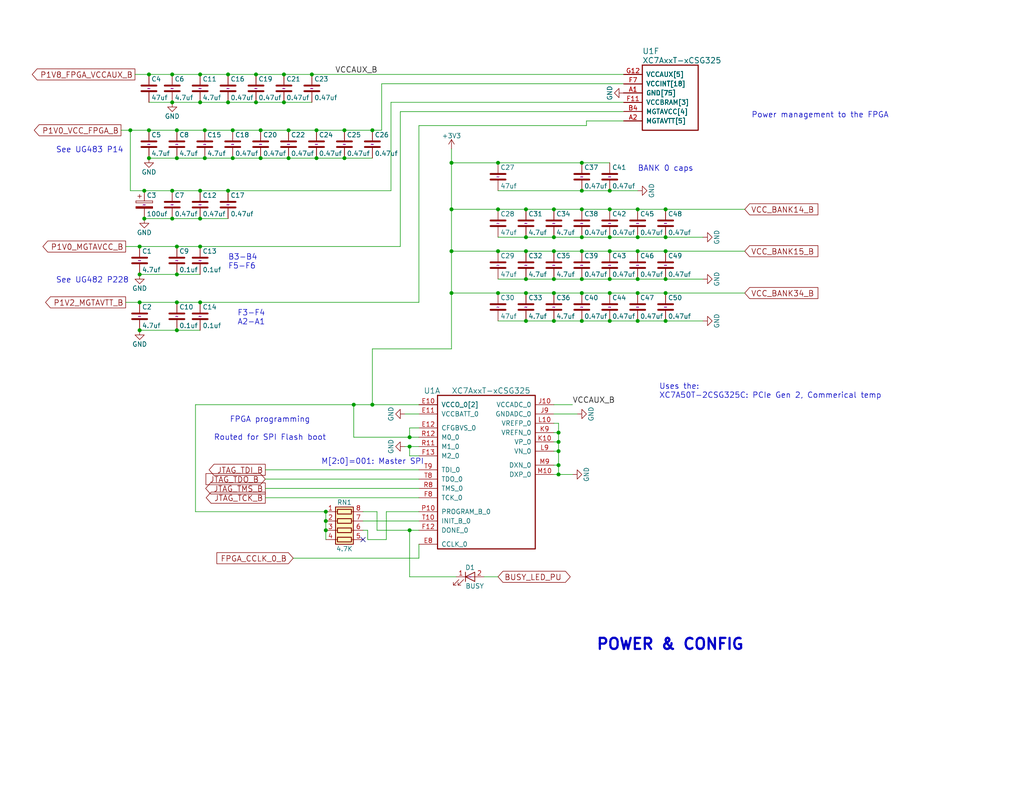
<source format=kicad_sch>
(kicad_sch (version 20250114) (generator "eeschema") (generator_version "9.0")
  (paper "A")
  (title_block (title "hFPGA") (date "2025-09-16") (rev "D") (company "Ethan Yang (github.com/ethanyangtaco115) & Stanely Wang") (comment 1 "A modification of the PicoEVB (github.com/RHSResearchLLC/PicoEVB)") (comment 2 "An expansion"))
  (lib_symbols
    (symbol "+3V3_1" (power) (pin_names (offset 0))
      (property "Value" "+3V3" (at 0 3.556 0))
      (symbol "+3V3_1_1_1"
        (pin power_in line (at 0 0 90) (length 0) (hide yes) (name "+3V3") (number "1"))
      )
    )
    (symbol "+3V3_2" (power) (pin_names (offset 0))
      (property "Value" "+3V3" (at 0 3.556 0))
      (symbol "+3V3_2_1_1"
        (pin power_out line (at 0 0 90) (length 0) (hide yes) (name "+3V3") (number "1"))
      )
    )
    (symbol "CP_1" (pin_numbers (hide yes)) (pin_names (offset 0.254))
      (property "Reference" "C" (at 0.635 2.54 0))
      (property "Value" "CP" (at 0.635 -2.54 0))
      (symbol "CP_1_1_1"
        (pin passive line (at 0 3.81 270) (length 2.794) (name "~") (number "1"))
        (pin passive line (at 0 -3.81 90) (length 2.794) (name "~") (number "2"))
      )
    )
    (symbol "CP_2" (pin_numbers (hide yes)) (pin_names (offset 0.254))
      (property "Reference" "C" (at 0.635 2.54 0))
      (property "Value" "CP" (at 0.635 -2.54 0))
      (symbol "CP_2_1_1"
        (pin passive line (at 0 3.81 270) (length 2.794) (name "~") (number "1"))
        (pin passive line (at 0 -3.81 90) (length 2.794) (name "~") (number "2"))
      )
    )
    (symbol "C_1" (pin_numbers (hide yes)) (pin_names (offset 0.254))
      (property "Reference" "C" (at 0.635 2.54 0))
      (property "Value" "C" (at 0.635 -2.54 0))
      (symbol "C_1_1_1"
        (pin passive line (at 0 3.81 270) (length 2.794) (name "~") (number "1"))
        (pin passive line (at 0 -3.81 90) (length 2.794) (name "~") (number "2"))
      )
    )
    (symbol "C_10" (pin_numbers (hide yes)) (pin_names (offset 0.254))
      (property "Reference" "C" (at 0.635 2.54 0))
      (property "Value" "C" (at 0.635 -2.54 0))
      (symbol "C_10_1_1"
        (pin passive line (at 0 3.81 270) (length 2.794) (name "~") (number "1"))
        (pin passive line (at 0 -3.81 90) (length 2.794) (name "~") (number "2"))
      )
    )
    (symbol "C_11" (pin_numbers (hide yes)) (pin_names (offset 0.254))
      (property "Reference" "C" (at 0.635 2.54 0))
      (property "Value" "C" (at 0.635 -2.54 0))
      (symbol "C_11_1_1"
        (pin passive line (at 0 3.81 270) (length 2.794) (name "~") (number "1"))
        (pin passive line (at 0 -3.81 90) (length 2.794) (name "~") (number "2"))
      )
    )
    (symbol "C_12" (pin_numbers (hide yes)) (pin_names (offset 0.254))
      (property "Reference" "C" (at 0.635 2.54 0))
      (property "Value" "C" (at 0.635 -2.54 0))
      (symbol "C_12_1_1"
        (pin passive line (at 0 3.81 270) (length 2.794) (name "~") (number "1"))
        (pin passive line (at 0 -3.81 90) (length 2.794) (name "~") (number "2"))
      )
    )
    (symbol "C_13" (pin_numbers (hide yes)) (pin_names (offset 0.254))
      (property "Reference" "C" (at 0.635 2.54 0))
      (property "Value" "C" (at 0.635 -2.54 0))
      (symbol "C_13_1_1"
        (pin passive line (at 0 3.81 270) (length 2.794) (name "~") (number "1"))
        (pin passive line (at 0 -3.81 90) (length 2.794) (name "~") (number "2"))
      )
    )
    (symbol "C_14" (pin_numbers (hide yes)) (pin_names (offset 0.254))
      (property "Reference" "C" (at 0.635 2.54 0))
      (property "Value" "C" (at 0.635 -2.54 0))
      (symbol "C_14_1_1"
        (pin passive line (at 0 3.81 270) (length 2.794) (name "~") (number "1"))
        (pin passive line (at 0 -3.81 90) (length 2.794) (name "~") (number "2"))
      )
    )
    (symbol "C_15" (pin_numbers (hide yes)) (pin_names (offset 0.254))
      (property "Reference" "C" (at 0.635 2.54 0))
      (property "Value" "C" (at 0.635 -2.54 0))
      (symbol "C_15_1_1"
        (pin passive line (at 0 3.81 270) (length 2.794) (name "~") (number "1"))
        (pin passive line (at 0 -3.81 90) (length 2.794) (name "~") (number "2"))
      )
    )
    (symbol "C_16" (pin_numbers (hide yes)) (pin_names (offset 0.254))
      (property "Reference" "C" (at 0.635 2.54 0))
      (property "Value" "C" (at 0.635 -2.54 0))
      (symbol "C_16_1_1"
        (pin passive line (at 0 3.81 270) (length 2.794) (name "~") (number "1"))
        (pin passive line (at 0 -3.81 90) (length 2.794) (name "~") (number "2"))
      )
    )
    (symbol "C_17" (pin_numbers (hide yes)) (pin_names (offset 0.254))
      (property "Reference" "C" (at 0.635 2.54 0))
      (property "Value" "C" (at 0.635 -2.54 0))
      (symbol "C_17_1_1"
        (pin passive line (at 0 3.81 270) (length 2.794) (name "~") (number "1"))
        (pin passive line (at 0 -3.81 90) (length 2.794) (name "~") (number "2"))
      )
    )
    (symbol "C_18" (pin_numbers (hide yes)) (pin_names (offset 0.254))
      (property "Reference" "C" (at 0.635 2.54 0))
      (property "Value" "C" (at 0.635 -2.54 0))
      (symbol "C_18_1_1"
        (pin passive line (at 0 3.81 270) (length 2.794) (name "~") (number "1"))
        (pin passive line (at 0 -3.81 90) (length 2.794) (name "~") (number "2"))
      )
    )
    (symbol "C_19" (pin_numbers (hide yes)) (pin_names (offset 0.254))
      (property "Reference" "C" (at 0.635 2.54 0))
      (property "Value" "C" (at 0.635 -2.54 0))
      (symbol "C_19_1_1"
        (pin passive line (at 0 3.81 270) (length 2.794) (name "~") (number "1"))
        (pin passive line (at 0 -3.81 90) (length 2.794) (name "~") (number "2"))
      )
    )
    (symbol "C_2" (pin_numbers (hide yes)) (pin_names (offset 0.254))
      (property "Reference" "C" (at 0.635 2.54 0))
      (property "Value" "C" (at 0.635 -2.54 0))
      (symbol "C_2_1_1"
        (pin passive line (at 0 3.81 270) (length 2.794) (name "~") (number "1"))
        (pin passive line (at 0 -3.81 90) (length 2.794) (name "~") (number "2"))
      )
    )
    (symbol "C_20" (pin_numbers (hide yes)) (pin_names (offset 0.254))
      (property "Reference" "C" (at 0.635 2.54 0))
      (property "Value" "C" (at 0.635 -2.54 0))
      (symbol "C_20_1_1"
        (pin passive line (at 0 3.81 270) (length 2.794) (name "~") (number "1"))
        (pin passive line (at 0 -3.81 90) (length 2.794) (name "~") (number "2"))
      )
    )
    (symbol "C_21" (pin_numbers (hide yes)) (pin_names (offset 0.254))
      (property "Reference" "C" (at 0.635 2.54 0))
      (property "Value" "C" (at 0.635 -2.54 0))
      (symbol "C_21_1_1"
        (pin passive line (at 0 3.81 270) (length 2.794) (name "~") (number "1"))
        (pin passive line (at 0 -3.81 90) (length 2.794) (name "~") (number "2"))
      )
    )
    (symbol "C_22" (pin_numbers (hide yes)) (pin_names (offset 0.254))
      (property "Reference" "C" (at 0.635 2.54 0))
      (property "Value" "C" (at 0.635 -2.54 0))
      (symbol "C_22_1_1"
        (pin passive line (at 0 3.81 270) (length 2.794) (name "~") (number "1"))
        (pin passive line (at 0 -3.81 90) (length 2.794) (name "~") (number "2"))
      )
    )
    (symbol "C_23" (pin_numbers (hide yes)) (pin_names (offset 0.254))
      (property "Reference" "C" (at 0.635 2.54 0))
      (property "Value" "C" (at 0.635 -2.54 0))
      (symbol "C_23_1_1"
        (pin passive line (at 0 3.81 270) (length 2.794) (name "~") (number "1"))
        (pin passive line (at 0 -3.81 90) (length 2.794) (name "~") (number "2"))
      )
    )
    (symbol "C_24" (pin_numbers (hide yes)) (pin_names (offset 0.254))
      (property "Reference" "C" (at 0.635 2.54 0))
      (property "Value" "C" (at 0.635 -2.54 0))
      (symbol "C_24_1_1"
        (pin passive line (at 0 3.81 270) (length 2.794) (name "~") (number "1"))
        (pin passive line (at 0 -3.81 90) (length 2.794) (name "~") (number "2"))
      )
    )
    (symbol "C_25" (pin_numbers (hide yes)) (pin_names (offset 0.254))
      (property "Reference" "C" (at 0.635 2.54 0))
      (property "Value" "C" (at 0.635 -2.54 0))
      (symbol "C_25_1_1"
        (pin passive line (at 0 3.81 270) (length 2.794) (name "~") (number "1"))
        (pin passive line (at 0 -3.81 90) (length 2.794) (name "~") (number "2"))
      )
    )
    (symbol "C_26" (pin_numbers (hide yes)) (pin_names (offset 0.254))
      (property "Reference" "C" (at 0.635 2.54 0))
      (property "Value" "C" (at 0.635 -2.54 0))
      (symbol "C_26_1_1"
        (pin passive line (at 0 3.81 270) (length 2.794) (name "~") (number "1"))
        (pin passive line (at 0 -3.81 90) (length 2.794) (name "~") (number "2"))
      )
    )
    (symbol "C_27" (pin_numbers (hide yes)) (pin_names (offset 0.254))
      (property "Reference" "C" (at 0.635 2.54 0))
      (property "Value" "C" (at 0.635 -2.54 0))
      (symbol "C_27_1_1"
        (pin passive line (at 0 3.81 270) (length 2.794) (name "~") (number "1"))
        (pin passive line (at 0 -3.81 90) (length 2.794) (name "~") (number "2"))
      )
    )
    (symbol "C_28" (pin_numbers (hide yes)) (pin_names (offset 0.254))
      (property "Reference" "C" (at 0.635 2.54 0))
      (property "Value" "C" (at 0.635 -2.54 0))
      (symbol "C_28_1_1"
        (pin passive line (at 0 3.81 270) (length 2.794) (name "~") (number "1"))
        (pin passive line (at 0 -3.81 90) (length 2.794) (name "~") (number "2"))
      )
    )
    (symbol "C_29" (pin_numbers (hide yes)) (pin_names (offset 0.254))
      (property "Reference" "C" (at 0.635 2.54 0))
      (property "Value" "C" (at 0.635 -2.54 0))
      (symbol "C_29_1_1"
        (pin passive line (at 0 3.81 270) (length 2.794) (name "~") (number "1"))
        (pin passive line (at 0 -3.81 90) (length 2.794) (name "~") (number "2"))
      )
    )
    (symbol "C_3" (pin_numbers (hide yes)) (pin_names (offset 0.254))
      (property "Reference" "C" (at 0.635 2.54 0))
      (property "Value" "C" (at 0.635 -2.54 0))
      (symbol "C_3_1_1"
        (pin passive line (at 0 3.81 270) (length 2.794) (name "~") (number "1"))
        (pin passive line (at 0 -3.81 90) (length 2.794) (name "~") (number "2"))
      )
    )
    (symbol "C_30" (pin_numbers (hide yes)) (pin_names (offset 0.254))
      (property "Reference" "C" (at 0.635 2.54 0))
      (property "Value" "C" (at 0.635 -2.54 0))
      (symbol "C_30_1_1"
        (pin passive line (at 0 3.81 270) (length 2.794) (name "~") (number "1"))
        (pin passive line (at 0 -3.81 90) (length 2.794) (name "~") (number "2"))
      )
    )
    (symbol "C_31" (pin_numbers (hide yes)) (pin_names (offset 0.254))
      (property "Reference" "C" (at 0.635 2.54 0))
      (property "Value" "C" (at 0.635 -2.54 0))
      (symbol "C_31_1_1"
        (pin passive line (at 0 3.81 270) (length 2.794) (name "~") (number "1"))
        (pin passive line (at 0 -3.81 90) (length 2.794) (name "~") (number "2"))
      )
    )
    (symbol "C_32" (pin_numbers (hide yes)) (pin_names (offset 0.254))
      (property "Reference" "C" (at 0.635 2.54 0))
      (property "Value" "C" (at 0.635 -2.54 0))
      (symbol "C_32_1_1"
        (pin passive line (at 0 3.81 270) (length 2.794) (name "~") (number "1"))
        (pin passive line (at 0 -3.81 90) (length 2.794) (name "~") (number "2"))
      )
    )
    (symbol "C_33" (pin_numbers (hide yes)) (pin_names (offset 0.254))
      (property "Reference" "C" (at 0.635 2.54 0))
      (property "Value" "C" (at 0.635 -2.54 0))
      (symbol "C_33_1_1"
        (pin passive line (at 0 3.81 270) (length 2.794) (name "~") (number "1"))
        (pin passive line (at 0 -3.81 90) (length 2.794) (name "~") (number "2"))
      )
    )
    (symbol "C_34" (pin_numbers (hide yes)) (pin_names (offset 0.254))
      (property "Reference" "C" (at 0.635 2.54 0))
      (property "Value" "C" (at 0.635 -2.54 0))
      (symbol "C_34_1_1"
        (pin passive line (at 0 3.81 270) (length 2.794) (name "~") (number "1"))
        (pin passive line (at 0 -3.81 90) (length 2.794) (name "~") (number "2"))
      )
    )
    (symbol "C_35" (pin_numbers (hide yes)) (pin_names (offset 0.254))
      (property "Reference" "C" (at 0.635 2.54 0))
      (property "Value" "C" (at 0.635 -2.54 0))
      (symbol "C_35_1_1"
        (pin passive line (at 0 3.81 270) (length 2.794) (name "~") (number "1"))
        (pin passive line (at 0 -3.81 90) (length 2.794) (name "~") (number "2"))
      )
    )
    (symbol "C_36" (pin_numbers (hide yes)) (pin_names (offset 0.254))
      (property "Reference" "C" (at 0.635 2.54 0))
      (property "Value" "C" (at 0.635 -2.54 0))
      (symbol "C_36_1_1"
        (pin passive line (at 0 3.81 270) (length 2.794) (name "~") (number "1"))
        (pin passive line (at 0 -3.81 90) (length 2.794) (name "~") (number "2"))
      )
    )
    (symbol "C_37" (pin_numbers (hide yes)) (pin_names (offset 0.254))
      (property "Reference" "C" (at 0.635 2.54 0))
      (property "Value" "C" (at 0.635 -2.54 0))
      (symbol "C_37_1_1"
        (pin passive line (at 0 3.81 270) (length 2.794) (name "~") (number "1"))
        (pin passive line (at 0 -3.81 90) (length 2.794) (name "~") (number "2"))
      )
    )
    (symbol "C_38" (pin_numbers (hide yes)) (pin_names (offset 0.254))
      (property "Reference" "C" (at 0.635 2.54 0))
      (property "Value" "C" (at 0.635 -2.54 0))
      (symbol "C_38_1_1"
        (pin passive line (at 0 3.81 270) (length 2.794) (name "~") (number "1"))
        (pin passive line (at 0 -3.81 90) (length 2.794) (name "~") (number "2"))
      )
    )
    (symbol "C_39" (pin_numbers (hide yes)) (pin_names (offset 0.254))
      (property "Reference" "C" (at 0.635 2.54 0))
      (property "Value" "C" (at 0.635 -2.54 0))
      (symbol "C_39_1_1"
        (pin passive line (at 0 3.81 270) (length 2.794) (name "~") (number "1"))
        (pin passive line (at 0 -3.81 90) (length 2.794) (name "~") (number "2"))
      )
    )
    (symbol "C_4" (pin_numbers (hide yes)) (pin_names (offset 0.254))
      (property "Reference" "C" (at 0.635 2.54 0))
      (property "Value" "C" (at 0.635 -2.54 0))
      (symbol "C_4_1_1"
        (pin passive line (at 0 3.81 270) (length 2.794) (name "~") (number "1"))
        (pin passive line (at 0 -3.81 90) (length 2.794) (name "~") (number "2"))
      )
    )
    (symbol "C_40" (pin_numbers (hide yes)) (pin_names (offset 0.254))
      (property "Reference" "C" (at 0.635 2.54 0))
      (property "Value" "C" (at 0.635 -2.54 0))
      (symbol "C_40_1_1"
        (pin passive line (at 0 3.81 270) (length 2.794) (name "~") (number "1"))
        (pin passive line (at 0 -3.81 90) (length 2.794) (name "~") (number "2"))
      )
    )
    (symbol "C_41" (pin_numbers (hide yes)) (pin_names (offset 0.254))
      (property "Reference" "C" (at 0.635 2.54 0))
      (property "Value" "C" (at 0.635 -2.54 0))
      (symbol "C_41_1_1"
        (pin passive line (at 0 3.81 270) (length 2.794) (name "~") (number "1"))
        (pin passive line (at 0 -3.81 90) (length 2.794) (name "~") (number "2"))
      )
    )
    (symbol "C_42" (pin_numbers (hide yes)) (pin_names (offset 0.254))
      (property "Reference" "C" (at 0.635 2.54 0))
      (property "Value" "C" (at 0.635 -2.54 0))
      (symbol "C_42_1_1"
        (pin passive line (at 0 3.81 270) (length 2.794) (name "~") (number "1"))
        (pin passive line (at 0 -3.81 90) (length 2.794) (name "~") (number "2"))
      )
    )
    (symbol "C_43" (pin_numbers (hide yes)) (pin_names (offset 0.254))
      (property "Reference" "C" (at 0.635 2.54 0))
      (property "Value" "C" (at 0.635 -2.54 0))
      (symbol "C_43_1_1"
        (pin passive line (at 0 3.81 270) (length 2.794) (name "~") (number "1"))
        (pin passive line (at 0 -3.81 90) (length 2.794) (name "~") (number "2"))
      )
    )
    (symbol "C_44" (pin_numbers (hide yes)) (pin_names (offset 0.254))
      (property "Reference" "C" (at 0.635 2.54 0))
      (property "Value" "C" (at 0.635 -2.54 0))
      (symbol "C_44_1_1"
        (pin passive line (at 0 3.81 270) (length 2.794) (name "~") (number "1"))
        (pin passive line (at 0 -3.81 90) (length 2.794) (name "~") (number "2"))
      )
    )
    (symbol "C_45" (pin_numbers (hide yes)) (pin_names (offset 0.254))
      (property "Reference" "C" (at 0.635 2.54 0))
      (property "Value" "C" (at 0.635 -2.54 0))
      (symbol "C_45_1_1"
        (pin passive line (at 0 3.81 270) (length 2.794) (name "~") (number "1"))
        (pin passive line (at 0 -3.81 90) (length 2.794) (name "~") (number "2"))
      )
    )
    (symbol "C_46" (pin_numbers (hide yes)) (pin_names (offset 0.254))
      (property "Reference" "C" (at 0.635 2.54 0))
      (property "Value" "C" (at 0.635 -2.54 0))
      (symbol "C_46_1_1"
        (pin passive line (at 0 3.81 270) (length 2.794) (name "~") (number "1"))
        (pin passive line (at 0 -3.81 90) (length 2.794) (name "~") (number "2"))
      )
    )
    (symbol "C_47" (pin_numbers (hide yes)) (pin_names (offset 0.254))
      (property "Reference" "C" (at 0.635 2.54 0))
      (property "Value" "C" (at 0.635 -2.54 0))
      (symbol "C_47_1_1"
        (pin passive line (at 0 3.81 270) (length 2.794) (name "~") (number "1"))
        (pin passive line (at 0 -3.81 90) (length 2.794) (name "~") (number "2"))
      )
    )
    (symbol "C_48" (pin_numbers (hide yes)) (pin_names (offset 0.254))
      (property "Reference" "C" (at 0.635 2.54 0))
      (property "Value" "C" (at 0.635 -2.54 0))
      (symbol "C_48_1_1"
        (pin passive line (at 0 3.81 270) (length 2.794) (name "~") (number "1"))
        (pin passive line (at 0 -3.81 90) (length 2.794) (name "~") (number "2"))
      )
    )
    (symbol "C_49" (pin_numbers (hide yes)) (pin_names (offset 0.254))
      (property "Reference" "C" (at 0.635 2.54 0))
      (property "Value" "C" (at 0.635 -2.54 0))
      (symbol "C_49_1_1"
        (pin passive line (at 0 3.81 270) (length 2.794) (name "~") (number "1"))
        (pin passive line (at 0 -3.81 90) (length 2.794) (name "~") (number "2"))
      )
    )
    (symbol "C_5" (pin_numbers (hide yes)) (pin_names (offset 0.254))
      (property "Reference" "C" (at 0.635 2.54 0))
      (property "Value" "C" (at 0.635 -2.54 0))
      (symbol "C_5_1_1"
        (pin passive line (at 0 3.81 270) (length 2.794) (name "~") (number "1"))
        (pin passive line (at 0 -3.81 90) (length 2.794) (name "~") (number "2"))
      )
    )
    (symbol "C_50" (pin_numbers (hide yes)) (pin_names (offset 0.254))
      (property "Reference" "C" (at 0.635 2.54 0))
      (property "Value" "C" (at 0.635 -2.54 0))
      (symbol "C_50_1_1"
        (pin passive line (at 0 3.81 270) (length 2.794) (name "~") (number "1"))
        (pin passive line (at 0 -3.81 90) (length 2.794) (name "~") (number "2"))
      )
    )
    (symbol "C_51" (pin_numbers (hide yes)) (pin_names (offset 0.254))
      (property "Reference" "C" (at 0.635 2.54 0))
      (property "Value" "C" (at 0.635 -2.54 0))
      (symbol "C_51_1_1"
        (pin passive line (at 0 3.81 270) (length 2.794) (name "~") (number "1"))
        (pin passive line (at 0 -3.81 90) (length 2.794) (name "~") (number "2"))
      )
    )
    (symbol "C_52" (pin_numbers (hide yes)) (pin_names (offset 0.254))
      (property "Reference" "C" (at 0.635 2.54 0))
      (property "Value" "C" (at 0.635 -2.54 0))
      (symbol "C_52_1_1"
        (pin passive line (at 0 3.81 270) (length 2.794) (name "~") (number "1"))
        (pin passive line (at 0 -3.81 90) (length 2.794) (name "~") (number "2"))
      )
    )
    (symbol "C_53" (pin_numbers (hide yes)) (pin_names (offset 0.254))
      (property "Reference" "C" (at 0.635 2.54 0))
      (property "Value" "C" (at 0.635 -2.54 0))
      (symbol "C_53_1_1"
        (pin passive line (at 0 3.81 270) (length 2.794) (name "~") (number "1"))
        (pin passive line (at 0 -3.81 90) (length 2.794) (name "~") (number "2"))
      )
    )
    (symbol "C_54" (pin_numbers (hide yes)) (pin_names (offset 0.254))
      (property "Reference" "C" (at 0.635 2.54 0))
      (property "Value" "C" (at 0.635 -2.54 0))
      (symbol "C_54_1_1"
        (pin passive line (at 0 3.81 270) (length 2.794) (name "~") (number "1"))
        (pin passive line (at 0 -3.81 90) (length 2.794) (name "~") (number "2"))
      )
    )
    (symbol "C_55" (pin_numbers (hide yes)) (pin_names (offset 0.254))
      (property "Reference" "C" (at 0.635 2.54 0))
      (property "Value" "C" (at 0.635 -2.54 0))
      (symbol "C_55_1_1"
        (pin passive line (at 0 3.81 270) (length 2.794) (name "~") (number "1"))
        (pin passive line (at 0 -3.81 90) (length 2.794) (name "~") (number "2"))
      )
    )
    (symbol "C_56" (pin_numbers (hide yes)) (pin_names (offset 0.254))
      (property "Reference" "C" (at 0.635 2.54 0))
      (property "Value" "C" (at 0.635 -2.54 0))
      (symbol "C_56_1_1"
        (pin passive line (at 0 3.81 270) (length 2.794) (name "~") (number "1"))
        (pin passive line (at 0 -3.81 90) (length 2.794) (name "~") (number "2"))
      )
    )
    (symbol "C_57" (pin_numbers (hide yes)) (pin_names (offset 0.254))
      (property "Reference" "C" (at 0.635 2.54 0))
      (property "Value" "C" (at 0.635 -2.54 0))
      (symbol "C_57_1_1"
        (pin passive line (at 0 3.81 270) (length 2.794) (name "~") (number "1"))
        (pin passive line (at 0 -3.81 90) (length 2.794) (name "~") (number "2"))
      )
    )
    (symbol "C_58" (pin_numbers (hide yes)) (pin_names (offset 0.254))
      (property "Reference" "C" (at 0.635 2.54 0))
      (property "Value" "C" (at 0.635 -2.54 0))
      (symbol "C_58_1_1"
        (pin passive line (at 0 3.81 270) (length 2.794) (name "~") (number "1"))
        (pin passive line (at 0 -3.81 90) (length 2.794) (name "~") (number "2"))
      )
    )
    (symbol "C_59" (pin_numbers (hide yes)) (pin_names (offset 0.254))
      (property "Reference" "C" (at 0.635 2.54 0))
      (property "Value" "C" (at 0.635 -2.54 0))
      (symbol "C_59_1_1"
        (pin passive line (at 0 3.81 270) (length 2.794) (name "~") (number "1"))
        (pin passive line (at 0 -3.81 90) (length 2.794) (name "~") (number "2"))
      )
    )
    (symbol "C_6" (pin_numbers (hide yes)) (pin_names (offset 0.254))
      (property "Reference" "C" (at 0.635 2.54 0))
      (property "Value" "C" (at 0.635 -2.54 0))
      (symbol "C_6_1_1"
        (pin passive line (at 0 3.81 270) (length 2.794) (name "~") (number "1"))
        (pin passive line (at 0 -3.81 90) (length 2.794) (name "~") (number "2"))
      )
    )
    (symbol "C_60" (pin_numbers (hide yes)) (pin_names (offset 0.254))
      (property "Reference" "C" (at 0.635 2.54 0))
      (property "Value" "C" (at 0.635 -2.54 0))
      (symbol "C_60_1_1"
        (pin passive line (at 0 3.81 270) (length 2.794) (name "~") (number "1"))
        (pin passive line (at 0 -3.81 90) (length 2.794) (name "~") (number "2"))
      )
    )
    (symbol "C_61" (pin_numbers (hide yes)) (pin_names (offset 0.254))
      (property "Reference" "C" (at 0.635 2.54 0))
      (property "Value" "C" (at 0.635 -2.54 0))
      (symbol "C_61_1_1"
        (pin passive line (at 0 3.81 270) (length 2.794) (name "~") (number "1"))
        (pin passive line (at 0 -3.81 90) (length 2.794) (name "~") (number "2"))
      )
    )
    (symbol "C_62" (pin_numbers (hide yes)) (pin_names (offset 0.254))
      (property "Reference" "C" (at 0.635 2.54 0))
      (property "Value" "C" (at 0.635 -2.54 0))
      (symbol "C_62_1_1"
        (pin passive line (at 0 3.81 270) (length 2.794) (name "~") (number "1"))
        (pin passive line (at 0 -3.81 90) (length 2.794) (name "~") (number "2"))
      )
    )
    (symbol "C_63" (pin_numbers (hide yes)) (pin_names (offset 0.254))
      (property "Reference" "C" (at 0.635 2.54 0))
      (property "Value" "C" (at 0.635 -2.54 0))
      (symbol "C_63_1_1"
        (pin passive line (at 0 3.81 270) (length 2.794) (name "~") (number "1"))
        (pin passive line (at 0 -3.81 90) (length 2.794) (name "~") (number "2"))
      )
    )
    (symbol "C_64" (pin_numbers (hide yes)) (pin_names (offset 0.254))
      (property "Reference" "C" (at 0.635 2.54 0))
      (property "Value" "C" (at 0.635 -2.54 0))
      (symbol "C_64_1_1"
        (pin passive line (at 0 3.81 270) (length 2.794) (name "~") (number "1"))
        (pin passive line (at 0 -3.81 90) (length 2.794) (name "~") (number "2"))
      )
    )
    (symbol "C_65" (pin_numbers (hide yes)) (pin_names (offset 0.254))
      (property "Reference" "C" (at 0.635 2.54 0))
      (property "Value" "C" (at 0.635 -2.54 0))
      (symbol "C_65_1_1"
        (pin passive line (at 0 3.81 270) (length 2.794) (name "~") (number "1"))
        (pin passive line (at 0 -3.81 90) (length 2.794) (name "~") (number "2"))
      )
    )
    (symbol "C_66" (pin_numbers (hide yes)) (pin_names (offset 0.254))
      (property "Reference" "C" (at 0.635 2.54 0))
      (property "Value" "C" (at 0.635 -2.54 0))
      (symbol "C_66_1_1"
        (pin passive line (at 0 3.81 270) (length 2.794) (name "~") (number "1"))
        (pin passive line (at 0 -3.81 90) (length 2.794) (name "~") (number "2"))
      )
    )
    (symbol "C_67" (pin_numbers (hide yes)) (pin_names (offset 0.254))
      (property "Reference" "C" (at 0.635 2.54 0))
      (property "Value" "C" (at 0.635 -2.54 0))
      (symbol "C_67_1_1"
        (pin passive line (at 0 3.81 270) (length 2.794) (name "~") (number "1"))
        (pin passive line (at 0 -3.81 90) (length 2.794) (name "~") (number "2"))
      )
    )
    (symbol "C_68" (pin_numbers (hide yes)) (pin_names (offset 0.254))
      (property "Reference" "C" (at 0.635 2.54 0))
      (property "Value" "C" (at 0.635 -2.54 0))
      (symbol "C_68_1_1"
        (pin passive line (at 0 3.81 270) (length 2.794) (name "~") (number "1"))
        (pin passive line (at 0 -3.81 90) (length 2.794) (name "~") (number "2"))
      )
    )
    (symbol "C_69" (pin_numbers (hide yes)) (pin_names (offset 0.254))
      (property "Reference" "C" (at 0.635 2.54 0))
      (property "Value" "C" (at 0.635 -2.54 0))
      (symbol "C_69_1_1"
        (pin passive line (at 0 3.81 270) (length 2.794) (name "~") (number "1"))
        (pin passive line (at 0 -3.81 90) (length 2.794) (name "~") (number "2"))
      )
    )
    (symbol "C_7" (pin_numbers (hide yes)) (pin_names (offset 0.254))
      (property "Reference" "C" (at 0.635 2.54 0))
      (property "Value" "C" (at 0.635 -2.54 0))
      (symbol "C_7_1_1"
        (pin passive line (at 0 3.81 270) (length 2.794) (name "~") (number "1"))
        (pin passive line (at 0 -3.81 90) (length 2.794) (name "~") (number "2"))
      )
    )
    (symbol "C_70" (pin_numbers (hide yes)) (pin_names (offset 0.254))
      (property "Reference" "C" (at 0.635 2.54 0))
      (property "Value" "C" (at 0.635 -2.54 0))
      (symbol "C_70_1_1"
        (pin passive line (at 0 3.81 270) (length 2.794) (name "~") (number "1"))
        (pin passive line (at 0 -3.81 90) (length 2.794) (name "~") (number "2"))
      )
    )
    (symbol "C_71" (pin_numbers (hide yes)) (pin_names (offset 0.254))
      (property "Reference" "C" (at 0.635 2.54 0))
      (property "Value" "C" (at 0.635 -2.54 0))
      (symbol "C_71_1_1"
        (pin passive line (at 0 3.81 270) (length 2.794) (name "~") (number "1"))
        (pin passive line (at 0 -3.81 90) (length 2.794) (name "~") (number "2"))
      )
    )
    (symbol "C_72" (pin_numbers (hide yes)) (pin_names (offset 0.254))
      (property "Reference" "C" (at 0.635 2.54 0))
      (property "Value" "C" (at 0.635 -2.54 0))
      (symbol "C_72_1_1"
        (pin passive line (at 0 3.81 270) (length 2.794) (name "~") (number "1"))
        (pin passive line (at 0 -3.81 90) (length 2.794) (name "~") (number "2"))
      )
    )
    (symbol "C_73" (pin_numbers (hide yes)) (pin_names (offset 0.254))
      (property "Reference" "C" (at 0.635 2.54 0))
      (property "Value" "C" (at 0.635 -2.54 0))
      (symbol "C_73_1_1"
        (pin passive line (at 0 3.81 270) (length 2.794) (name "~") (number "1"))
        (pin passive line (at 0 -3.81 90) (length 2.794) (name "~") (number "2"))
      )
    )
    (symbol "C_74" (pin_numbers (hide yes)) (pin_names (offset 0.254))
      (property "Reference" "C" (at 0.635 2.54 0))
      (property "Value" "C" (at 0.635 -2.54 0))
      (symbol "C_74_1_1"
        (pin passive line (at 0 3.81 270) (length 2.794) (name "~") (number "1"))
        (pin passive line (at 0 -3.81 90) (length 2.794) (name "~") (number "2"))
      )
    )
    (symbol "C_75" (pin_numbers (hide yes)) (pin_names (offset 0.254))
      (property "Reference" "C" (at 0.635 2.54 0))
      (property "Value" "C" (at 0.635 -2.54 0))
      (symbol "C_75_1_1"
        (pin passive line (at 0 3.81 270) (length 2.794) (name "~") (number "1"))
        (pin passive line (at 0 -3.81 90) (length 2.794) (name "~") (number "2"))
      )
    )
    (symbol "C_76" (pin_numbers (hide yes)) (pin_names (offset 0.254))
      (property "Reference" "C" (at 0.635 2.54 0))
      (property "Value" "C" (at 0.635 -2.54 0))
      (symbol "C_76_1_1"
        (pin passive line (at 0 3.81 270) (length 2.794) (name "~") (number "1"))
        (pin passive line (at 0 -3.81 90) (length 2.794) (name "~") (number "2"))
      )
    )
    (symbol "C_77" (pin_numbers (hide yes)) (pin_names (offset 0.254))
      (property "Reference" "C" (at 0.635 2.54 0))
      (property "Value" "C" (at 0.635 -2.54 0))
      (symbol "C_77_1_1"
        (pin passive line (at 0 3.81 270) (length 2.794) (name "~") (number "1"))
        (pin passive line (at 0 -3.81 90) (length 2.794) (name "~") (number "2"))
      )
    )
    (symbol "C_78" (pin_numbers (hide yes)) (pin_names (offset 0.254))
      (property "Reference" "C" (at 0.635 2.54 0))
      (property "Value" "C" (at 0.635 -2.54 0))
      (symbol "C_78_1_1"
        (pin passive line (at 0 3.81 270) (length 2.794) (name "~") (number "1"))
        (pin passive line (at 0 -3.81 90) (length 2.794) (name "~") (number "2"))
      )
    )
    (symbol "C_79" (pin_numbers (hide yes)) (pin_names (offset 0.254))
      (property "Reference" "C" (at 0.635 2.54 0))
      (property "Value" "C" (at 0.635 -2.54 0))
      (symbol "C_79_1_1"
        (pin passive line (at 0 3.81 270) (length 2.794) (name "~") (number "1"))
        (pin passive line (at 0 -3.81 90) (length 2.794) (name "~") (number "2"))
      )
    )
    (symbol "C_8" (pin_numbers (hide yes)) (pin_names (offset 0.254))
      (property "Reference" "C" (at 0.635 2.54 0))
      (property "Value" "C" (at 0.635 -2.54 0))
      (symbol "C_8_1_1"
        (pin passive line (at 0 3.81 270) (length 2.794) (name "~") (number "1"))
        (pin passive line (at 0 -3.81 90) (length 2.794) (name "~") (number "2"))
      )
    )
    (symbol "C_80" (pin_numbers (hide yes)) (pin_names (offset 0.254))
      (property "Reference" "C" (at 0.635 2.54 0))
      (property "Value" "C" (at 0.635 -2.54 0))
      (symbol "C_80_1_1"
        (pin passive line (at 0 3.81 270) (length 2.794) (name "~") (number "1"))
        (pin passive line (at 0 -3.81 90) (length 2.794) (name "~") (number "2"))
      )
    )
    (symbol "C_81" (pin_numbers (hide yes)) (pin_names (offset 0.254))
      (property "Reference" "C" (at 0.635 2.54 0))
      (property "Value" "C" (at 0.635 -2.54 0))
      (symbol "C_81_1_1"
        (pin passive line (at 0 3.81 270) (length 2.794) (name "~") (number "1"))
        (pin passive line (at 0 -3.81 90) (length 2.794) (name "~") (number "2"))
      )
    )
    (symbol "C_82" (pin_numbers (hide yes)) (pin_names (offset 0.254))
      (property "Reference" "C" (at 0.635 2.54 0))
      (property "Value" "C" (at 0.635 -2.54 0))
      (symbol "C_82_1_1"
        (pin passive line (at 0 3.81 270) (length 2.794) (name "~") (number "1"))
        (pin passive line (at 0 -3.81 90) (length 2.794) (name "~") (number "2"))
      )
    )
    (symbol "C_83" (pin_numbers (hide yes)) (pin_names (offset 0.254))
      (property "Reference" "C" (at 0.635 2.54 0))
      (property "Value" "C" (at 0.635 -2.54 0))
      (symbol "C_83_1_1"
        (pin passive line (at 0 3.81 270) (length 2.794) (name "~") (number "1"))
        (pin passive line (at 0 -3.81 90) (length 2.794) (name "~") (number "2"))
      )
    )
    (symbol "C_84" (pin_numbers (hide yes)) (pin_names (offset 0.254))
      (property "Reference" "C" (at 0.635 2.54 0))
      (property "Value" "C" (at 0.635 -2.54 0))
      (symbol "C_84_1_1"
        (pin passive line (at 0 3.81 270) (length 2.794) (name "~") (number "1"))
        (pin passive line (at 0 -3.81 90) (length 2.794) (name "~") (number "2"))
      )
    )
    (symbol "C_85" (pin_numbers (hide yes)) (pin_names (offset 0.254))
      (property "Reference" "C" (at 0.635 2.54 0))
      (property "Value" "C" (at 0.635 -2.54 0))
      (symbol "C_85_1_1"
        (pin passive line (at 0 3.81 270) (length 2.794) (name "~") (number "1"))
        (pin passive line (at 0 -3.81 90) (length 2.794) (name "~") (number "2"))
      )
    )
    (symbol "C_86" (pin_numbers (hide yes)) (pin_names (offset 0.254))
      (property "Reference" "C" (at 0.635 2.54 0))
      (property "Value" "C" (at 0.635 -2.54 0))
      (symbol "C_86_1_1"
        (pin passive line (at 0 3.81 270) (length 2.794) (name "~") (number "1"))
        (pin passive line (at 0 -3.81 90) (length 2.794) (name "~") (number "2"))
      )
    )
    (symbol "C_87" (pin_numbers (hide yes)) (pin_names (offset 0.254))
      (property "Reference" "C" (at 0.635 2.54 0))
      (property "Value" "C" (at 0.635 -2.54 0))
      (symbol "C_87_1_1"
        (pin passive line (at 0 3.81 270) (length 2.794) (name "~") (number "1"))
        (pin passive line (at 0 -3.81 90) (length 2.794) (name "~") (number "2"))
      )
    )
    (symbol "C_88" (pin_numbers (hide yes)) (pin_names (offset 0.254))
      (property "Reference" "C" (at 0.635 2.54 0))
      (property "Value" "C" (at 0.635 -2.54 0))
      (symbol "C_88_1_1"
        (pin passive line (at 0 3.81 270) (length 2.794) (name "~") (number "1"))
        (pin passive line (at 0 -3.81 90) (length 2.794) (name "~") (number "2"))
      )
    )
    (symbol "C_89" (pin_numbers (hide yes)) (pin_names (offset 0.254))
      (property "Reference" "C" (at 0.635 2.54 0))
      (property "Value" "C" (at 0.635 -2.54 0))
      (symbol "C_89_1_1"
        (pin passive line (at 0 3.81 270) (length 2.794) (name "~") (number "1"))
        (pin passive line (at 0 -3.81 90) (length 2.794) (name "~") (number "2"))
      )
    )
    (symbol "C_9" (pin_numbers (hide yes)) (pin_names (offset 0.254))
      (property "Reference" "C" (at 0.635 2.54 0))
      (property "Value" "C" (at 0.635 -2.54 0))
      (symbol "C_9_1_1"
        (pin passive line (at 0 3.81 270) (length 2.794) (name "~") (number "1"))
        (pin passive line (at 0 -3.81 90) (length 2.794) (name "~") (number "2"))
      )
    )
    (symbol "C_90" (pin_numbers (hide yes)) (pin_names (offset 0.254))
      (property "Reference" "C" (at 0.635 2.54 0))
      (property "Value" "C" (at 0.635 -2.54 0))
      (symbol "C_90_1_1"
        (pin passive line (at 0 3.81 270) (length 2.794) (name "~") (number "1"))
        (pin passive line (at 0 -3.81 90) (length 2.794) (name "~") (number "2"))
      )
    )
    (symbol "C_91" (pin_numbers (hide yes)) (pin_names (offset 0.254))
      (property "Reference" "C" (at 0.635 2.54 0))
      (property "Value" "C" (at 0.635 -2.54 0))
      (symbol "C_91_1_1"
        (pin passive line (at 0 3.81 270) (length 2.794) (name "~") (number "1"))
        (pin passive line (at 0 -3.81 90) (length 2.794) (name "~") (number "2"))
      )
    )
    (symbol "C_92" (pin_numbers (hide yes)) (pin_names (offset 0.254))
      (property "Reference" "C" (at 0.635 2.54 0))
      (property "Value" "C" (at 0.635 -2.54 0))
      (symbol "C_92_1_1"
        (pin passive line (at 0 3.81 270) (length 2.794) (name "~") (number "1"))
        (pin passive line (at 0 -3.81 90) (length 2.794) (name "~") (number "2"))
      )
    )
    (symbol "C_93" (pin_numbers (hide yes)) (pin_names (offset 0.254))
      (property "Reference" "C" (at 0.635 2.54 0))
      (property "Value" "C" (at 0.635 -2.54 0))
      (symbol "C_93_1_1"
        (pin passive line (at 0 3.81 270) (length 2.794) (name "~") (number "1"))
        (pin passive line (at 0 -3.81 90) (length 2.794) (name "~") (number "2"))
      )
    )
    (symbol "C_94" (pin_numbers (hide yes)) (pin_names (offset 0.254))
      (property "Reference" "C" (at 0.635 2.54 0))
      (property "Value" "C" (at 0.635 -2.54 0))
      (symbol "C_94_1_1"
        (pin passive line (at 0 3.81 270) (length 2.794) (name "~") (number "1"))
        (pin passive line (at 0 -3.81 90) (length 2.794) (name "~") (number "2"))
      )
    )
    (symbol "C_95" (pin_numbers (hide yes)) (pin_names (offset 0.254))
      (property "Reference" "C" (at 0.635 2.54 0))
      (property "Value" "C" (at 0.635 -2.54 0))
      (symbol "C_95_1_1"
        (pin passive line (at 0 3.81 270) (length 2.794) (name "~") (number "1"))
        (pin passive line (at 0 -3.81 90) (length 2.794) (name "~") (number "2"))
      )
    )
    (symbol "C_96" (pin_numbers (hide yes)) (pin_names (offset 0.254))
      (property "Reference" "C" (at 0.635 2.54 0))
      (property "Value" "C" (at 0.635 -2.54 0))
      (symbol "C_96_1_1"
        (pin passive line (at 0 3.81 270) (length 2.794) (name "~") (number "1"))
        (pin passive line (at 0 -3.81 90) (length 2.794) (name "~") (number "2"))
      )
    )
    (symbol "C_97" (pin_numbers (hide yes)) (pin_names (offset 0.254))
      (property "Reference" "C" (at 0.635 2.54 0))
      (property "Value" "C" (at 0.635 -2.54 0))
      (symbol "C_97_1_1"
        (pin passive line (at 0 3.81 270) (length 2.794) (name "~") (number "1"))
        (pin passive line (at 0 -3.81 90) (length 2.794) (name "~") (number "2"))
      )
    )
    (symbol "C_98" (pin_numbers (hide yes)) (pin_names (offset 0.254))
      (property "Reference" "C" (at 0.635 2.54 0))
      (property "Value" "C" (at 0.635 -2.54 0))
      (symbol "C_98_1_1"
        (pin passive line (at 0 3.81 270) (length 2.794) (name "~") (number "1"))
        (pin passive line (at 0 -3.81 90) (length 2.794) (name "~") (number "2"))
      )
    )
    (symbol "GND_1" (power) (pin_names (offset 0))
      (property "Value" "GND" (at 0 -3.81 0))
      (symbol "GND_1_1_1"
        (pin power_in line (at 0 0 270) (length 0) (hide yes) (name "GND") (number "1"))
      )
    )
    (symbol "GND_10" (power) (pin_names (offset 0))
      (property "Value" "GND" (at 0 -3.81 0))
      (symbol "GND_10_1_1"
        (pin power_in line (at 0 0 270) (length 0) (hide yes) (name "GND") (number "1"))
      )
    )
    (symbol "GND_11" (power) (pin_names (offset 0))
      (property "Value" "GND" (at 0 -3.81 0))
      (symbol "GND_11_1_1"
        (pin power_in line (at 0 0 270) (length 0) (hide yes) (name "GND") (number "1"))
      )
    )
    (symbol "GND_12" (power) (pin_names (offset 0))
      (property "Value" "GND" (at 0 -3.81 0))
      (symbol "GND_12_1_1"
        (pin power_in line (at 0 0 270) (length 0) (hide yes) (name "GND") (number "1"))
      )
    )
    (symbol "GND_13" (power) (pin_names (offset 0))
      (property "Value" "GND" (at 0 -3.81 0))
      (symbol "GND_13_1_1"
        (pin power_in line (at 0 0 270) (length 0) (hide yes) (name "GND") (number "1"))
      )
    )
    (symbol "GND_14" (power) (pin_names (offset 0))
      (property "Value" "GND" (at 0 -3.81 0))
      (symbol "GND_14_1_1"
        (pin power_in line (at 0 0 270) (length 0) (hide yes) (name "GND") (number "1"))
      )
    )
    (symbol "GND_15" (power) (pin_names (offset 0))
      (property "Value" "GND" (at 0 -3.81 0))
      (symbol "GND_15_1_1"
        (pin power_in line (at 0 0 270) (length 0) (hide yes) (name "GND") (number "1"))
      )
    )
    (symbol "GND_16" (power) (pin_names (offset 0))
      (property "Value" "GND" (at 0 -3.81 0))
      (symbol "GND_16_1_1"
        (pin power_in line (at 0 0 270) (length 0) (hide yes) (name "GND") (number "1"))
      )
    )
    (symbol "GND_17" (power) (pin_names (offset 0))
      (property "Value" "GND" (at 0 -3.81 0))
      (symbol "GND_17_1_1"
        (pin power_in line (at 0 0 270) (length 0) (hide yes) (name "GND") (number "1"))
      )
    )
    (symbol "GND_18" (power) (pin_names (offset 0))
      (property "Value" "GND" (at 0 -3.81 0))
      (symbol "GND_18_1_1"
        (pin power_in line (at 0 0 270) (length 0) (hide yes) (name "GND") (number "1"))
      )
    )
    (symbol "GND_19" (power) (pin_names (offset 0))
      (property "Value" "GND" (at 0 -3.81 0))
      (symbol "GND_19_1_1"
        (pin power_in line (at 0 0 270) (length 0) (hide yes) (name "GND") (number "1"))
      )
    )
    (symbol "GND_2" (power) (pin_names (offset 0))
      (property "Value" "GND" (at 0 -3.81 0))
      (symbol "GND_2_1_1"
        (pin power_in line (at 0 0 270) (length 0) (hide yes) (name "GND") (number "1"))
      )
    )
    (symbol "GND_20" (power) (pin_names (offset 0))
      (property "Value" "GND" (at 0 -3.81 0))
      (symbol "GND_20_1_1"
        (pin power_in line (at 0 0 270) (length 0) (hide yes) (name "GND") (number "1"))
      )
    )
    (symbol "GND_21" (power) (pin_names (offset 0))
      (property "Value" "GND" (at 0 -3.81 0))
      (symbol "GND_21_1_1"
        (pin power_in line (at 0 0 270) (length 0) (hide yes) (name "GND") (number "1"))
      )
    )
    (symbol "GND_22" (power) (pin_names (offset 0))
      (property "Value" "GND" (at 0 -3.81 0))
      (symbol "GND_22_1_1"
        (pin power_in line (at 0 0 270) (length 0) (hide yes) (name "GND") (number "1"))
      )
    )
    (symbol "GND_23" (power) (pin_names (offset 0))
      (property "Value" "GND" (at 0 -3.81 0))
      (symbol "GND_23_1_1"
        (pin power_in line (at 0 0 270) (length 0) (hide yes) (name "GND") (number "1"))
      )
    )
    (symbol "GND_24" (power) (pin_names (offset 0))
      (property "Value" "GND" (at 0 -3.81 0))
      (symbol "GND_24_1_1"
        (pin power_in line (at 0 0 270) (length 0) (hide yes) (name "GND") (number "1"))
      )
    )
    (symbol "GND_25" (power) (pin_names (offset 0))
      (property "Value" "GND" (at 0 -3.81 0))
      (symbol "GND_25_1_1"
        (pin power_in line (at 0 0 270) (length 0) (hide yes) (name "GND") (number "1"))
      )
    )
    (symbol "GND_26" (power) (pin_names (offset 0))
      (property "Value" "GND" (at 0 -3.81 0))
      (symbol "GND_26_1_1"
        (pin power_in line (at 0 0 270) (length 0) (hide yes) (name "GND") (number "1"))
      )
    )
    (symbol "GND_27" (power) (pin_names (offset 0))
      (property "Value" "GND" (at 0 -3.81 0))
      (symbol "GND_27_1_1"
        (pin power_in line (at 0 0 270) (length 0) (hide yes) (name "GND") (number "1"))
      )
    )
    (symbol "GND_28" (power) (pin_names (offset 0))
      (property "Value" "GND" (at 0 -3.81 0))
      (symbol "GND_28_1_1"
        (pin power_in line (at 0 0 270) (length 0) (hide yes) (name "GND") (number "1"))
      )
    )
    (symbol "GND_3" (power) (pin_names (offset 0))
      (property "Value" "GND" (at 0 -3.81 0))
      (symbol "GND_3_1_1"
        (pin power_in line (at 0 0 270) (length 0) (hide yes) (name "GND") (number "1"))
      )
    )
    (symbol "GND_4" (power) (pin_names (offset 0))
      (property "Value" "GND" (at 0 -3.81 0))
      (symbol "GND_4_1_1"
        (pin power_in line (at 0 0 270) (length 0) (hide yes) (name "GND") (number "1"))
      )
    )
    (symbol "GND_5" (power) (pin_names (offset 0))
      (property "Value" "GND" (at 0 -3.81 0))
      (symbol "GND_5_1_1"
        (pin power_in line (at 0 0 270) (length 0) (hide yes) (name "GND") (number "1"))
      )
    )
    (symbol "GND_6" (power) (pin_names (offset 0))
      (property "Value" "GND" (at 0 -3.81 0))
      (symbol "GND_6_1_1"
        (pin power_in line (at 0 0 270) (length 0) (hide yes) (name "GND") (number "1"))
      )
    )
    (symbol "GND_7" (power) (pin_names (offset 0))
      (property "Value" "GND" (at 0 -3.81 0))
      (symbol "GND_7_1_1"
        (pin power_in line (at 0 0 270) (length 0) (hide yes) (name "GND") (number "1"))
      )
    )
    (symbol "GND_8" (power) (pin_names (offset 0))
      (property "Value" "GND" (at 0 -3.81 0))
      (symbol "GND_8_1_1"
        (pin power_in line (at 0 0 270) (length 0) (hide yes) (name "GND") (number "1"))
      )
    )
    (symbol "GND_9" (power) (pin_names (offset 0))
      (property "Value" "GND" (at 0 -3.81 0))
      (symbol "GND_9_1_1"
        (pin power_in line (at 0 0 270) (length 0) (hide yes) (name "GND") (number "1"))
      )
    )
    (symbol "LED_1" (pin_names (offset 1.016) (hide yes))
      (property "Reference" "D" (at 0 2.54 0))
      (property "Value" "LED" (at 0 -2.54 0))
      (symbol "LED_1_1_1"
        (pin passive line (at -3.81 0 0) (length 2.54) (name "K") (number "1"))
        (pin passive line (at 3.81 0 180) (length 2.54) (name "A") (number "2"))
      )
    )
    (symbol "LED_2" (pin_names (offset 1.016) (hide yes))
      (property "Reference" "D" (at 0 2.54 0))
      (property "Value" "LED" (at 0 -2.54 0))
      (symbol "LED_2_1_1"
        (pin passive line (at -3.81 0 0) (length 2.54) (name "K") (number "1"))
        (pin passive line (at 3.81 0 180) (length 2.54) (name "A") (number "2"))
      )
    )
    (symbol "R_Pack04_1" (pin_names (offset 0) (hide yes))
      (property "Reference" "RN" (at -7.62 0 90))
      (property "Value" "R_Pack04" (at 5.08 0 90))
      (symbol "R_Pack04_1_1_1"
        (pin passive line (at -5.08 5.08 270) (length 2.54) (name "R1.2") (number "8"))
        (pin passive line (at -5.08 -5.08 90) (length 2.54) (name "R1.1") (number "1"))
        (pin passive line (at -2.54 5.08 270) (length 2.54) (name "R2.2") (number "7"))
        (pin passive line (at -2.54 -5.08 90) (length 2.54) (name "R2.1") (number "2"))
        (pin passive line (at 0 5.08 270) (length 2.54) (name "R3.2") (number "6"))
        (pin passive line (at 0 -5.08 90) (length 2.54) (name "R3.1") (number "3"))
        (pin passive line (at 2.54 5.08 270) (length 2.54) (name "R4.2") (number "5"))
        (pin passive line (at 2.54 -5.08 90) (length 2.54) (name "R4.1") (number "4"))
      )
    )
    (symbol "R_Pack04_2" (pin_names (offset 0) (hide yes))
      (property "Reference" "RN" (at -7.62 0 90))
      (property "Value" "R_Pack04" (at 5.08 0 90))
      (symbol "R_Pack04_2_1_1"
        (pin passive line (at -5.08 5.08 270) (length 2.54) (name "R1.2") (number "8"))
        (pin passive line (at -5.08 -5.08 90) (length 2.54) (name "R1.1") (number "1"))
        (pin passive line (at -2.54 5.08 270) (length 2.54) (name "R2.2") (number "7"))
        (pin passive line (at -2.54 -5.08 90) (length 2.54) (name "R2.1") (number "2"))
        (pin passive line (at 0 5.08 270) (length 2.54) (name "R3.2") (number "6"))
        (pin passive line (at 0 -5.08 90) (length 2.54) (name "R3.1") (number "3"))
        (pin passive line (at 2.54 5.08 270) (length 2.54) (name "R4.2") (number "5"))
        (pin passive line (at 2.54 -5.08 90) (length 2.54) (name "R4.1") (number "4"))
      )
    )
    (symbol "xc7a50tcsg325_1" (pin_names (offset 1.016))
      (property "Reference" "U" (at 1.27 3.81 0))
      (property "Value" "xc7a50tcsg325" (at 8.89 3.81 0))
      (symbol "xc7a50tcsg325_1_1_1"
        (pin power_in line (at 0 0 0) (length 5.08) (name "VCCO_0[2]") (number "E10"))
        (pin power_in line (at 0 0 0) (length 5.08) (name "VCCO_0[2]") (number "R10"))
        (pin power_in line (at 0 -2.54 0) (length 5.08) (name "VCCBATT_0") (number "E11"))
        (pin input line (at 0 -6.35 0) (length 5.08) (name "CFGBVS_0") (number "E12"))
        (pin input line (at 0 -8.89 0) (length 5.08) (name "M0_0") (number "R12"))
        (pin input line (at 0 -11.43 0) (length 5.08) (name "M1_0") (number "R11"))
        (pin input line (at 0 -13.97 0) (length 5.08) (name "M2_0") (number "F13"))
        (pin input line (at 0 -17.78 0) (length 5.08) (name "TDI_0") (number "T9"))
        (pin output line (at 0 -20.32 0) (length 5.08) (name "TDO_0") (number "T8"))
        (pin input line (at 0 -22.86 0) (length 5.08) (name "TMS_0") (number "R8"))
        (pin input line (at 0 -25.4 0) (length 5.08) (name "TCK_0") (number "F8"))
        (pin input line (at 0 -29.21 0) (length 5.08) (name "PROGRAM_B_0") (number "P10"))
        (pin input line (at 0 -31.75 0) (length 5.08) (name "INIT_B_0") (number "T10"))
        (pin output line (at 0 -34.29 0) (length 5.08) (name "DONE_0") (number "F12"))
        (pin input line (at 0 -38.1 0) (length 5.08) (name "CCLK_0") (number "E8"))
        (pin power_in line (at 36.83 0 180) (length 5.08) (name "VCCADC_0") (number "J10"))
        (pin power_in line (at 36.83 -2.54 180) (length 5.08) (name "GNDADC_0") (number "J9"))
        (pin input line (at 36.83 -5.08 180) (length 5.08) (name "VREFP_0") (number "L10"))
        (pin input line (at 36.83 -7.62 180) (length 5.08) (name "VREFN_0") (number "K9"))
        (pin input line (at 36.83 -10.16 180) (length 5.08) (name "VP_0") (number "K10"))
        (pin input line (at 36.83 -12.7 180) (length 5.08) (name "VN_0") (number "L9"))
        (pin passive line (at 36.83 -16.51 180) (length 5.08) (name "DXN_0") (number "M9"))
        (pin passive line (at 36.83 -19.05 180) (length 5.08) (name "DXP_0") (number "M10"))
      )
      (symbol "xc7a50tcsg325_1_2_1"
        (pin bidirectional line (at 0 0 0) (length 5.08) (name "IO_0_14") (number "L14"))
        (pin bidirectional line (at 0 -2.54 0) (length 5.08) (name "IO_L1P_T0_D00_MOSI_14") (number "K16"))
        (pin bidirectional line (at 0 -5.08 0) (length 5.08) (name "IO_L1N_T0_D01_DIN_14") (number "L17"))
        (pin bidirectional line (at 0 -7.62 0) (length 5.08) (name "IO_L2P_T0_D02_14") (number "J15"))
        (pin bidirectional line (at 0 -10.16 0) (length 5.08) (name "IO_L2N_T0_D03_14") (number "J16"))
        (pin bidirectional line (at 0 -12.7 0) (length 5.08) (name "IO_L3P_T0_DQS_PUDC_B_14") (number "J18"))
        (pin bidirectional line (at 0 -15.24 0) (length 5.08) (name "IO_L3N_T0_DQS_EMCCLK_14") (number "K18"))
        (pin bidirectional line (at 0 -17.78 0) (length 5.08) (name "IO_L4P_T0_D04_14") (number "K17"))
        (pin bidirectional line (at 0 -20.32 0) (length 5.08) (name "IO_L4N_T0_D05_14") (number "L18"))
        (pin bidirectional line (at 0 -22.86 0) (length 5.08) (name "IO_L5P_T0_D06_14") (number "J14"))
        (pin bidirectional line (at 0 -25.4 0) (length 5.08) (name "IO_L5N_T0_D07_14") (number "K15"))
        (pin bidirectional line (at 0 -27.94 0) (length 5.08) (name "IO_L6P_T0_FCS_B_14") (number "L15"))
        (pin bidirectional line (at 0 -30.48 0) (length 5.08) (name "IO_L6N_T0_D08_VREF_14") (number "M15"))
        (pin bidirectional line (at 0 -33.02 0) (length 5.08) (name "IO_L7P_T1_D09_14") (number "M16"))
        (pin bidirectional line (at 0 -35.56 0) (length 5.08) (name "IO_L7N_T1_D10_14") (number "M17"))
        (pin bidirectional line (at 0 -38.1 0) (length 5.08) (name "IO_L8P_T1_D11_14") (number "M14"))
        (pin bidirectional line (at 0 -40.64 0) (length 5.08) (name "IO_L8N_T1_D12_14") (number "N14"))
        (pin bidirectional line (at 0 -43.18 0) (length 5.08) (name "IO_L9P_T1_DQS_14") (number "N16"))
        (pin bidirectional line (at 0 -45.72 0) (length 5.08) (name "IO_L9N_T1_DQS_D13_14") (number "N17"))
        (pin bidirectional line (at 0 -48.26 0) (length 5.08) (name "IO_L10P_T1_D14_14") (number "N18"))
        (pin bidirectional line (at 0 -50.8 0) (length 5.08) (name "IO_L10N_T1_D15_14") (number "P18"))
        (pin bidirectional line (at 0 -53.34 0) (length 5.08) (name "IO_L11P_T1_SRCC_14") (number "P15"))
        (pin bidirectional line (at 0 -55.88 0) (length 5.08) (name "IO_L11N_T1_SRCC_14") (number "P16"))
        (pin bidirectional line (at 0 -58.42 0) (length 5.08) (name "IO_L12P_T1_MRCC_14") (number "P14"))
        (pin bidirectional line (at 0 -60.96 0) (length 5.08) (name "IO_L12N_T1_MRCC_14") (number "R15"))
        (pin bidirectional line (at 0 -63.5 0) (length 5.08) (name "IO_L13P_T2_MRCC_14") (number "T14"))
        (pin bidirectional line (at 0 -66.04 0) (length 5.08) (name "IO_L13N_T2_MRCC_14") (number "T15"))
        (pin bidirectional line (at 0 -68.58 0) (length 5.08) (name "IO_L14P_T2_SRCC_14") (number "R16"))
        (pin bidirectional line (at 0 -71.12 0) (length 5.08) (name "IO_L14N_T2_SRCC_14") (number "R17"))
        (pin bidirectional line (at 0 -73.66 0) (length 5.08) (name "IO_L15P_T2_DQS_RDWR_B_14") (number "R18"))
        (pin bidirectional line (at 0 -76.2 0) (length 5.08) (name "IO_L15N_T2_DQS_DOUT_CSO_B_14") (number "T18"))
        (pin bidirectional line (at 0 -78.74 0) (length 5.08) (name "IO_L16P_T2_CSI_B_14") (number "T17"))
        (pin bidirectional line (at 0 -81.28 0) (length 5.08) (name "IO_L16N_T2_A15_D31_14") (number "U17"))
        (pin bidirectional line (at 0 -83.82 0) (length 5.08) (name "IO_L17P_T2_A14_D30_14") (number "U15"))
        (pin bidirectional line (at 0 -86.36 0) (length 5.08) (name "IO_L17N_T2_A13_D29_14") (number "U16"))
        (pin bidirectional line (at 0 -88.9 0) (length 5.08) (name "IO_L18P_T2_A12_D28_14") (number "V16"))
        (pin bidirectional line (at 0 -91.44 0) (length 5.08) (name "IO_L18N_T2_A11_D27_14") (number "V17"))
        (pin bidirectional line (at 0 -93.98 0) (length 5.08) (name "IO_L19P_T3_A10_D26_14") (number "R13"))
        (pin bidirectional line (at 0 -96.52 0) (length 5.08) (name "IO_L19N_T3_A09_D25_VREF_14") (number "T13"))
        (pin bidirectional line (at 0 -99.06 0) (length 5.08) (name "IO_L20P_T3_A08_D24_14") (number "U14"))
        (pin bidirectional line (at 0 -101.6 0) (length 5.08) (name "IO_L20N_T3_A07_D23_14") (number "V14"))
        (pin bidirectional line (at 0 -104.14 0) (length 5.08) (name "IO_L21P_T3_DQS_14") (number "V12"))
        (pin bidirectional line (at 0 -106.68 0) (length 5.08) (name "IO_L21N_T3_DQS_A06_D22_14") (number "V13"))
        (pin bidirectional line (at 0 -109.22 0) (length 5.08) (name "IO_L22P_T3_A05_D21_14") (number "T12"))
        (pin bidirectional line (at 0 -111.76 0) (length 5.08) (name "IO_L22N_T3_A04_D20_14") (number "U12"))
        (pin bidirectional line (at 0 -114.3 0) (length 5.08) (name "IO_L23P_T3_A03_D19_14") (number "U11"))
        (pin bidirectional line (at 0 -116.84 0) (length 5.08) (name "IO_L23N_T3_A02_D18_14") (number "V11"))
        (pin bidirectional line (at 0 -119.38 0) (length 5.08) (name "IO_L24P_T3_A01_D17_14") (number "U9"))
        (pin bidirectional line (at 0 -121.92 0) (length 5.08) (name "IO_L24N_T3_A00_D16_14") (number "V9"))
        (pin bidirectional line (at 0 -124.46 0) (length 5.08) (name "IO_25_14") (number "U10"))
        (pin power_in line (at 0 -127 0) (length 5.08) (name "VCCO_14[7]") (number "L16"))
        (pin power_in line (at 0 -127 0) (length 5.08) (name "VCCO_14[7]") (number "P17"))
        (pin power_in line (at 0 -127 0) (length 5.08) (name "VCCO_14[7]") (number "R14"))
        (pin power_in line (at 0 -127 0) (length 5.08) (name "VCCO_14[7]") (number "T11"))
        (pin power_in line (at 0 -127 0) (length 5.08) (name "VCCO_14[7]") (number "U18"))
        (pin power_in line (at 0 -127 0) (length 5.08) (name "VCCO_14[7]") (number "U8"))
        (pin power_in line (at 0 -127 0) (length 5.08) (name "VCCO_14[7]") (number "V15"))
      )
      (symbol "xc7a50tcsg325_1_3_1"
        (pin bidirectional line (at 0 0 0) (length 5.08) (name "IO_0_15") (number "D10"))
        (pin bidirectional line (at 0 -2.54 0) (length 5.08) (name "IO_L1P_T0_AD0P_15") (number "D8"))
        (pin bidirectional line (at 0 -5.08 0) (length 5.08) (name "IO_L1N_T0_AD0N_15") (number "C8"))
        (pin bidirectional line (at 0 -7.62 0) (length 5.08) (name "IO_L2P_T0_AD8P_15") (number "D9"))
        (pin bidirectional line (at 0 -10.16 0) (length 5.08) (name "IO_L2N_T0_AD8N_15") (number "C9"))
        (pin bidirectional line (at 0 -12.7 0) (length 5.08) (name "IO_L3P_T0_DQS_AD1P_15") (number "B9"))
        (pin bidirectional line (at 0 -15.24 0) (length 5.08) (name "IO_L3N_T0_DQS_AD1N_15") (number "A9"))
        (pin bidirectional line (at 0 -17.78 0) (length 5.08) (name "IO_L4P_T0_15") (number "C11"))
        (pin bidirectional line (at 0 -20.32 0) (length 5.08) (name "IO_L4N_T0_15") (number "B11"))
        (pin bidirectional line (at 0 -22.86 0) (length 5.08) (name "IO_L5P_T0_AD9P_15") (number "B10"))
        (pin bidirectional line (at 0 -25.4 0) (length 5.08) (name "IO_L5N_T0_AD9N_15") (number "A10"))
        (pin bidirectional line (at 0 -27.94 0) (length 5.08) (name "IO_L6P_T0_15") (number "D11"))
        (pin bidirectional line (at 0 -30.48 0) (length 5.08) (name "IO_L6N_T0_VREF_15") (number "C12"))
        (pin bidirectional line (at 0 -33.02 0) (length 5.08) (name "IO_L7P_T1_AD2P_15") (number "B12"))
        (pin bidirectional line (at 0 -35.56 0) (length 5.08) (name "IO_L7N_T1_AD2N_15") (number "A12"))
        (pin bidirectional line (at 0 -38.1 0) (length 5.08) (name "IO_L8P_T1_AD10P_15") (number "A13"))
        (pin bidirectional line (at 0 -40.64 0) (length 5.08) (name "IO_L8N_T1_AD10N_15") (number "A14"))
        (pin bidirectional line (at 0 -43.18 0) (length 5.08) (name "IO_L9P_T1_DQS_AD3P_15") (number "C14"))
        (pin bidirectional line (at 0 -45.72 0) (length 5.08) (name "IO_L9N_T1_DQS_AD3N_15") (number "B15"))
        (pin bidirectional line (at 0 -48.26 0) (length 5.08) (name "IO_L10P_T1_AD11P_15") (number "B14"))
        (pin bidirectional line (at 0 -50.8 0) (length 5.08) (name "IO_L10N_T1_AD11N_15") (number "A15"))
        (pin bidirectional line (at 0 -53.34 0) (length 5.08) (name "IO_L11P_T1_SRCC_15") (number "D13"))
        (pin bidirectional line (at 0 -55.88 0) (length 5.08) (name "IO_L11N_T1_SRCC_15") (number "C13"))
        (pin bidirectional line (at 0 -58.42 0) (length 5.08) (name "IO_L12P_T1_MRCC_15") (number "E13"))
        (pin bidirectional line (at 0 -60.96 0) (length 5.08) (name "IO_L12N_T1_MRCC_15") (number "D14"))
        (pin bidirectional line (at 0 -63.5 0) (length 5.08) (name "IO_L13P_T2_MRCC_15") (number "E15"))
        (pin bidirectional line (at 0 -66.04 0) (length 5.08) (name "IO_L13N_T2_MRCC_15") (number "D15"))
        (pin bidirectional line (at 0 -68.58 0) (length 5.08) (name "IO_L14P_T2_SRCC_15") (number "E16"))
        (pin bidirectional line (at 0 -71.12 0) (length 5.08) (name "IO_L14N_T2_SRCC_15") (number "D16"))
        (pin bidirectional line (at 0 -73.66 0) (length 5.08) (name "IO_L15P_T2_DQS_15") (number "B16"))
        (pin bidirectional line (at 0 -76.2 0) (length 5.08) (name "IO_L15N_T2_DQS_ADV_B_15") (number "A17"))
        (pin bidirectional line (at 0 -78.74 0) (length 5.08) (name "IO_L16P_T2_A28_15") (number "C16"))
        (pin bidirectional line (at 0 -81.28 0) (length 5.08) (name "IO_L16N_T2_A27_15") (number "B17"))
        (pin bidirectional line (at 0 -83.82 0) (length 5.08) (name "IO_L17P_T2_A26_15") (number "E17"))
        (pin bidirectional line (at 0 -86.36 0) (length 5.08) (name "IO_L17N_T2_A25_15") (number "D18"))
        (pin bidirectional line (at 0 -88.9 0) (length 5.08) (name "IO_L18P_T2_A24_15") (number "C17"))
        (pin bidirectional line (at 0 -91.44 0) (length 5.08) (name "IO_L18N_T2_A23_15") (number "C18"))
        (pin bidirectional line (at 0 -93.98 0) (length 5.08) (name "IO_L19P_T3_A22_15") (number "G17"))
        (pin bidirectional line (at 0 -96.52 0) (length 5.08) (name "IO_L19N_T3_A21_VREF_15") (number "F18"))
        (pin bidirectional line (at 0 -99.06 0) (length 5.08) (name "IO_L20P_T3_A20_15") (number "H16"))
        (pin bidirectional line (at 0 -101.6 0) (length 5.08) (name "IO_L20N_T3_A19_15") (number "G16"))
        (pin bidirectional line (at 0 -104.14 0) (length 5.08) (name "IO_L21P_T3_DQS_15") (number "G15"))
        (pin bidirectional line (at 0 -106.68 0) (length 5.08) (name "IO_L21N_T3_DQS_A18_15") (number "F15"))
        (pin bidirectional line (at 0 -109.22 0) (length 5.08) (name "IO_L22P_T3_A17_15") (number "G14"))
        (pin bidirectional line (at 0 -111.76 0) (length 5.08) (name "IO_L22N_T3_A16_15") (number "F14"))
        (pin bidirectional line (at 0 -114.3 0) (length 5.08) (name "IO_L23P_T3_FOE_B_15") (number "H17"))
        (pin bidirectional line (at 0 -116.84 0) (length 5.08) (name "IO_L23N_T3_FWE_B_15") (number "H18"))
        (pin bidirectional line (at 0 -119.38 0) (length 5.08) (name "IO_L24P_T3_RS1_15") (number "F17"))
        (pin bidirectional line (at 0 -121.92 0) (length 5.08) (name "IO_L24N_T3_RS0_15") (number "E18"))
        (pin bidirectional line (at 0 -124.46 0) (length 5.08) (name "IO_25_15") (number "H14"))
        (pin power_in line (at 0 -127 0) (length 5.08) (name "VCCO_15[7]") (number "A16"))
        (pin power_in line (at 0 -127 0) (length 5.08) (name "VCCO_15[7]") (number "B13"))
        (pin power_in line (at 0 -127 0) (length 5.08) (name "VCCO_15[7]") (number "C10"))
        (pin power_in line (at 0 -127 0) (length 5.08) (name "VCCO_15[7]") (number "D17"))
        (pin power_in line (at 0 -127 0) (length 5.08) (name "VCCO_15[7]") (number "E14"))
        (pin power_in line (at 0 -127 0) (length 5.08) (name "VCCO_15[7]") (number "G18"))
        (pin power_in line (at 0 -127 0) (length 5.08) (name "VCCO_15[7]") (number "H15"))
      )
      (symbol "xc7a50tcsg325_1_4_1"
        (pin bidirectional line (at 0 0 0) (length 5.08) (name "IO_0_34") (number "J6"))
        (pin bidirectional line (at 0 -2.54 0) (length 5.08) (name "IO_L1P_T0_34") (number "K6"))
        (pin bidirectional line (at 0 -5.08 0) (length 5.08) (name "IO_L1N_T0_34") (number "K5"))
        (pin bidirectional line (at 0 -7.62 0) (length 5.08) (name "IO_L2P_T0_34") (number "J5"))
        (pin bidirectional line (at 0 -10.16 0) (length 5.08) (name "IO_L2N_T0_34") (number "J4"))
        (pin bidirectional line (at 0 -12.7 0) (length 5.08) (name "IO_L3P_T0_DQS_34") (number "K2"))
        (pin bidirectional line (at 0 -15.24 0) (length 5.08) (name "IO_L3N_T0_DQS_34") (number "K1"))
        (pin bidirectional line (at 0 -17.78 0) (length 5.08) (name "IO_L4P_T0_34") (number "K3"))
        (pin bidirectional line (at 0 -20.32 0) (length 5.08) (name "IO_L4N_T0_34") (number "L2"))
        (pin bidirectional line (at 0 -22.86 0) (length 5.08) (name "IO_L5P_T0_34") (number "L4"))
        (pin bidirectional line (at 0 -25.4 0) (length 5.08) (name "IO_L5N_T0_34") (number "L3"))
        (pin bidirectional line (at 0 -27.94 0) (length 5.08) (name "IO_L6P_T0_34") (number "L5"))
        (pin bidirectional line (at 0 -30.48 0) (length 5.08) (name "IO_L6N_T0_VREF_34") (number "M5"))
        (pin bidirectional line (at 0 -33.02 0) (length 5.08) (name "IO_L7P_T1_34") (number "M2"))
        (pin bidirectional line (at 0 -35.56 0) (length 5.08) (name "IO_L7N_T1_34") (number "M1"))
        (pin bidirectional line (at 0 -38.1 0) (length 5.08) (name "IO_L8P_T1_34") (number "M6"))
        (pin bidirectional line (at 0 -40.64 0) (length 5.08) (name "IO_L8N_T1_34") (number "N6"))
        (pin bidirectional line (at 0 -43.18 0) (length 5.08) (name "IO_L9P_T1_DQS_34") (number "N1"))
        (pin bidirectional line (at 0 -45.72 0) (length 5.08) (name "IO_L9N_T1_DQS_34") (number "P1"))
        (pin bidirectional line (at 0 -48.26 0) (length 5.08) (name "IO_L10P_T1_34") (number "M4"))
        (pin bidirectional line (at 0 -50.8 0) (length 5.08) (name "IO_L10N_T1_34") (number "N4"))
        (pin bidirectional line (at 0 -53.34 0) (length 5.08) (name "IO_L11P_T1_SRCC_34") (number "N3"))
        (pin bidirectional line (at 0 -55.88 0) (length 5.08) (name "IO_L11N_T1_SRCC_34") (number "N2"))
        (pin bidirectional line (at 0 -58.42 0) (length 5.08) (name "IO_L12P_T1_MRCC_34") (number "P4"))
        (pin bidirectional line (at 0 -60.96 0) (length 5.08) (name "IO_L12N_T1_MRCC_34") (number "P3"))
        (pin bidirectional line (at 0 -63.5 0) (length 5.08) (name "IO_L13P_T2_MRCC_34") (number "R2"))
        (pin bidirectional line (at 0 -66.04 0) (length 5.08) (name "IO_L13N_T2_MRCC_34") (number "R1"))
        (pin bidirectional line (at 0 -68.58 0) (length 5.08) (name "IO_L14P_T2_SRCC_34") (number "R3"))
        (pin bidirectional line (at 0 -71.12 0) (length 5.08) (name "IO_L14N_T2_SRCC_34") (number "T2"))
        (pin bidirectional line (at 0 -73.66 0) (length 5.08) (name "IO_L15P_T2_DQS_34") (number "U2"))
        (pin bidirectional line (at 0 -76.2 0) (length 5.08) (name "IO_L15N_T2_DQS_34") (number "U1"))
        (pin bidirectional line (at 0 -78.74 0) (length 5.08) (name "IO_L16P_T2_34") (number "V3"))
        (pin bidirectional line (at 0 -81.28 0) (length 5.08) (name "IO_L16N_T2_34") (number "V2"))
        (pin bidirectional line (at 0 -83.82 0) (length 5.08) (name "IO_L17P_T2_34") (number "T4"))
        (pin bidirectional line (at 0 -86.36 0) (length 5.08) (name "IO_L17N_T2_34") (number "T3"))
        (pin bidirectional line (at 0 -88.9 0) (length 5.08) (name "IO_L18P_T2_34") (number "U4"))
        (pin bidirectional line (at 0 -91.44 0) (length 5.08) (name "IO_L18N_T2_34") (number "V4"))
        (pin bidirectional line (at 0 -93.98 0) (length 5.08) (name "IO_L19P_T3_34") (number "P6"))
        (pin bidirectional line (at 0 -96.52 0) (length 5.08) (name "IO_L19N_T3_VREF_34") (number "P5"))
        (pin bidirectional line (at 0 -99.06 0) (length 5.08) (name "IO_L20P_T3_34") (number "U6"))
        (pin bidirectional line (at 0 -101.6 0) (length 5.08) (name "IO_L20N_T3_34") (number "U5"))
        (pin bidirectional line (at 0 -104.14 0) (length 5.08) (name "IO_L21P_T3_DQS_34") (number "R5"))
        (pin bidirectional line (at 0 -106.68 0) (length 5.08) (name "IO_L21N_T3_DQS_34") (number "T5"))
        (pin bidirectional line (at 0 -109.22 0) (length 5.08) (name "IO_L22P_T3_34") (number "R7"))
        (pin bidirectional line (at 0 -111.76 0) (length 5.08) (name "IO_L22N_T3_34") (number "T7"))
        (pin bidirectional line (at 0 -114.3 0) (length 5.08) (name "IO_L23P_T3_34") (number "U7"))
        (pin bidirectional line (at 0 -116.84 0) (length 5.08) (name "IO_L23N_T3_34") (number "V6"))
        (pin bidirectional line (at 0 -119.38 0) (length 5.08) (name "IO_L24P_T3_34") (number "V8"))
        (pin bidirectional line (at 0 -121.92 0) (length 5.08) (name "IO_L24N_T3_34") (number "V7"))
        (pin bidirectional line (at 0 -124.46 0) (length 5.08) (name "IO_25_34") (number "R6"))
        (pin power_in line (at 0 -127 0) (length 5.08) (name "VCCO_34[6]") (number "L6"))
        (pin power_in line (at 0 -127 0) (length 5.08) (name "VCCO_34[6]") (number "M3"))
        (pin power_in line (at 0 -127 0) (length 5.08) (name "VCCO_34[6]") (number "P7"))
        (pin power_in line (at 0 -127 0) (length 5.08) (name "VCCO_34[6]") (number "R4"))
        (pin power_in line (at 0 -127 0) (length 5.08) (name "VCCO_34[6]") (number "T1"))
        (pin power_in line (at 0 -127 0) (length 5.08) (name "VCCO_34[6]") (number "V5"))
      )
      (symbol "xc7a50tcsg325_1_5_1"
        (pin passive line (at 0 0 0) (length 5.08) (name "MGTRREF_216") (number "A6"))
        (pin input line (at 0 -3.81 0) (length 5.08) (name "MGTREFCLK0P_216") (number "D6"))
        (pin input line (at 0 -6.35 0) (length 5.08) (name "MGTREFCLK0N_216") (number "D5"))
        (pin input line (at 0 -8.89 0) (length 5.08) (name "MGTREFCLK1P_216") (number "B6"))
        (pin input line (at 0 -11.43 0) (length 5.08) (name "MGTREFCLK1N_216") (number "B5"))
        (pin input line (at 0 -15.24 0) (length 5.08) (name "MGTPRXP0_216") (number "E4"))
        (pin input line (at 0 -17.78 0) (length 5.08) (name "MGTPRXN0_216") (number "E3"))
        (pin input line (at 0 -20.32 0) (length 5.08) (name "MGTPRXP1_216") (number "A4"))
        (pin input line (at 0 -22.86 0) (length 5.08) (name "MGTPRXN1_216") (number "A3"))
        (pin input line (at 0 -25.4 0) (length 5.08) (name "MGTPRXP2_216") (number "C4"))
        (pin input line (at 0 -27.94 0) (length 5.08) (name "MGTPRXN2_216") (number "C3"))
        (pin input line (at 0 -30.48 0) (length 5.08) (name "MGTPRXP3_216") (number "G4"))
        (pin input line (at 0 -33.02 0) (length 5.08) (name "MGTPRXN3_216") (number "G3"))
        (pin output line (at 45.72 -15.24 180) (length 5.08) (name "MGTPTXP0_216") (number "H2"))
        (pin output line (at 45.72 -17.78 180) (length 5.08) (name "MGTPTXN0_216") (number "H1"))
        (pin output line (at 45.72 -20.32 180) (length 5.08) (name "MGTPTXP1_216") (number "F2"))
        (pin output line (at 45.72 -22.86 180) (length 5.08) (name "MGTPTXN1_216") (number "F1"))
        (pin output line (at 45.72 -25.4 180) (length 5.08) (name "MGTPTXP2_216") (number "D2"))
        (pin output line (at 45.72 -27.94 180) (length 5.08) (name "MGTPTXN2_216") (number "D1"))
        (pin output line (at 45.72 -30.48 180) (length 5.08) (name "MGTPTXP3_216") (number "B2"))
        (pin output line (at 45.72 -33.02 180) (length 5.08) (name "MGTPTXN3_216") (number "B1"))
      )
      (symbol "xc7a50tcsg325_1_6_1"
        (pin power_in line (at 0 0 0) (length 5.08) (name "VCCAUX[5]") (number "G12"))
        (pin power_in line (at 0 0 0) (length 5.08) (name "VCCAUX[5]") (number "H13"))
        (pin power_in line (at 0 0 0) (length 5.08) (name "VCCAUX[5]") (number "K13"))
        (pin power_in line (at 0 0 0) (length 5.08) (name "VCCAUX[5]") (number "M13"))
        (pin power_in line (at 0 0 0) (length 5.08) (name "VCCAUX[5]") (number "P13"))
        (pin power_in line (at 0 -2.54 0) (length 5.08) (name "VCCINT[18]") (number "F7"))
        (pin power_in line (at 0 -2.54 0) (length 5.08) (name "VCCINT[18]") (number "F9"))
        (pin power_in line (at 0 -2.54 0) (length 5.08) (name "VCCINT[18]") (number "G8"))
        (pin power_in line (at 0 -2.54 0) (length 5.08) (name "VCCINT[18]") (number "H7"))
        (pin power_in line (at 0 -2.54 0) (length 5.08) (name "VCCINT[18]") (number "H9"))
        (pin power_in line (at 0 -2.54 0) (length 5.08) (name "VCCINT[18]") (number "J12"))
        (pin power_in line (at 0 -2.54 0) (length 5.08) (name "VCCINT[18]") (number "J8"))
        (pin power_in line (at 0 -2.54 0) (length 5.08) (name "VCCINT[18]") (number "K11"))
        (pin power_in line (at 0 -2.54 0) (length 5.08) (name "VCCINT[18]") (number "K7"))
        (pin power_in line (at 0 -2.54 0) (length 5.08) (name "VCCINT[18]") (number "L12"))
        (pin power_in line (at 0 -2.54 0) (length 5.08) (name "VCCINT[18]") (number "L8"))
        (pin power_in line (at 0 -2.54 0) (length 5.08) (name "VCCINT[18]") (number "M11"))
        (pin power_in line (at 0 -2.54 0) (length 5.08) (name "VCCINT[18]") (number "M7"))
        (pin power_in line (at 0 -2.54 0) (length 5.08) (name "VCCINT[18]") (number "N10"))
        (pin power_in line (at 0 -2.54 0) (length 5.08) (name "VCCINT[18]") (number "N12"))
        (pin power_in line (at 0 -2.54 0) (length 5.08) (name "VCCINT[18]") (number "N8"))
        (pin power_in line (at 0 -2.54 0) (length 5.08) (name "VCCINT[18]") (number "P11"))
        (pin power_in line (at 0 -2.54 0) (length 5.08) (name "VCCINT[18]") (number "P9"))
        (pin power_in line (at 0 -5.08 0) (length 5.08) (name "GND[75]") (number "A1"))
        (pin power_in line (at 0 -5.08 0) (length 5.08) (name "GND[75]") (number "A11"))
        (pin power_in line (at 0 -5.08 0) (length 5.08) (name "GND[75]") (number "A18"))
        (pin power_in line (at 0 -5.08 0) (length 5.08) (name "GND[75]") (number "A5"))
        (pin power_in line (at 0 -5.08 0) (length 5.08) (name "GND[75]") (number "A7"))
        (pin power_in line (at 0 -5.08 0) (length 5.08) (name "GND[75]") (number "A8"))
        (pin power_in line (at 0 -5.08 0) (length 5.08) (name "GND[75]") (number "B18"))
        (pin power_in line (at 0 -5.08 0) (length 5.08) (name "GND[75]") (number "B3"))
        (pin power_in line (at 0 -5.08 0) (length 5.08) (name "GND[75]") (number "B7"))
        (pin power_in line (at 0 -5.08 0) (length 5.08) (name "GND[75]") (number "B8"))
        (pin power_in line (at 0 -5.08 0) (length 5.08) (name "GND[75]") (number "C15"))
        (pin power_in line (at 0 -5.08 0) (length 5.08) (name "GND[75]") (number "C2"))
        (pin power_in line (at 0 -5.08 0) (length 5.08) (name "GND[75]") (number "C6"))
        (pin power_in line (at 0 -5.08 0) (length 5.08) (name "GND[75]") (number "C7"))
        (pin power_in line (at 0 -5.08 0) (length 5.08) (name "GND[75]") (number "D12"))
        (pin power_in line (at 0 -5.08 0) (length 5.08) (name "GND[75]") (number "D3"))
        (pin power_in line (at 0 -5.08 0) (length 5.08) (name "GND[75]") (number "D4"))
        (pin power_in line (at 0 -5.08 0) (length 5.08) (name "GND[75]") (number "D7"))
        (pin power_in line (at 0 -5.08 0) (length 5.08) (name "GND[75]") (number "E2"))
        (pin power_in line (at 0 -5.08 0) (length 5.08) (name "GND[75]") (number "E6"))
        (pin power_in line (at 0 -5.08 0) (length 5.08) (name "GND[75]") (number "E7"))
        (pin power_in line (at 0 -5.08 0) (length 5.08) (name "GND[75]") (number "E9"))
        (pin power_in line (at 0 -5.08 0) (length 5.08) (name "GND[75]") (number "F10"))
        (pin power_in line (at 0 -5.08 0) (length 5.08) (name "GND[75]") (number "F16"))
        (pin power_in line (at 0 -5.08 0) (length 5.08) (name "GND[75]") (number "F4"))
        (pin power_in line (at 0 -5.08 0) (length 5.08) (name "GND[75]") (number "F6"))
        (pin power_in line (at 0 -5.08 0) (length 5.08) (name "GND[75]") (number "G1"))
        (pin power_in line (at 0 -5.08 0) (length 5.08) (name "GND[75]") (number "G11"))
        (pin power_in line (at 0 -5.08 0) (length 5.08) (name "GND[75]") (number "G13"))
        (pin power_in line (at 0 -5.08 0) (length 5.08) (name "GND[75]") (number "G5"))
        (pin power_in line (at 0 -5.08 0) (length 5.08) (name "GND[75]") (number "G6"))
        (pin power_in line (at 0 -5.08 0) (length 5.08) (name "GND[75]") (number "G7"))
        (pin power_in line (at 0 -5.08 0) (length 5.08) (name "GND[75]") (number "G9"))
        (pin power_in line (at 0 -5.08 0) (length 5.08) (name "GND[75]") (number "H10"))
        (pin power_in line (at 0 -5.08 0) (length 5.08) (name "GND[75]") (number "H12"))
        (pin power_in line (at 0 -5.08 0) (length 5.08) (name "GND[75]") (number "H3"))
        (pin power_in line (at 0 -5.08 0) (length 5.08) (name "GND[75]") (number "H4"))
        (pin power_in line (at 0 -5.08 0) (length 5.08) (name "GND[75]") (number "H5"))
        (pin power_in line (at 0 -5.08 0) (length 5.08) (name "GND[75]") (number "H6"))
        (pin power_in line (at 0 -5.08 0) (length 5.08) (name "GND[75]") (number "H8"))
        (pin power_in line (at 0 -5.08 0) (length 5.08) (name "GND[75]") (number "J1"))
        (pin power_in line (at 0 -5.08 0) (length 5.08) (name "GND[75]") (number "J11"))
        (pin power_in line (at 0 -5.08 0) (length 5.08) (name "GND[75]") (number "J13"))
        (pin power_in line (at 0 -5.08 0) (length 5.08) (name "GND[75]") (number "J17"))
        (pin power_in line (at 0 -5.08 0) (length 5.08) (name "GND[75]") (number "J2"))
        (pin power_in line (at 0 -5.08 0) (length 5.08) (name "GND[75]") (number "J3"))
        (pin power_in line (at 0 -5.08 0) (length 5.08) (name "GND[75]") (number "J7"))
        (pin power_in line (at 0 -5.08 0) (length 5.08) (name "GND[75]") (number "K12"))
        (pin power_in line (at 0 -5.08 0) (length 5.08) (name "GND[75]") (number "K14"))
        (pin power_in line (at 0 -5.08 0) (length 5.08) (name "GND[75]") (number "K4"))
        (pin power_in line (at 0 -5.08 0) (length 5.08) (name "GND[75]") (number "K8"))
        (pin power_in line (at 0 -5.08 0) (length 5.08) (name "GND[75]") (number "L1"))
        (pin power_in line (at 0 -5.08 0) (length 5.08) (name "GND[75]") (number "L11"))
        (pin power_in line (at 0 -5.08 0) (length 5.08) (name "GND[75]") (number "L13"))
        (pin power_in line (at 0 -5.08 0) (length 5.08) (name "GND[75]") (number "L7"))
        (pin power_in line (at 0 -5.08 0) (length 5.08) (name "GND[75]") (number "M12"))
        (pin power_in line (at 0 -5.08 0) (length 5.08) (name "GND[75]") (number "M18"))
        (pin power_in line (at 0 -5.08 0) (length 5.08) (name "GND[75]") (number "M8"))
        (pin power_in line (at 0 -5.08 0) (length 5.08) (name "GND[75]") (number "N11"))
        (pin power_in line (at 0 -5.08 0) (length 5.08) (name "GND[75]") (number "N13"))
        (pin power_in line (at 0 -5.08 0) (length 5.08) (name "GND[75]") (number "N15"))
        (pin power_in line (at 0 -5.08 0) (length 5.08) (name "GND[75]") (number "N5"))
        (pin power_in line (at 0 -5.08 0) (length 5.08) (name "GND[75]") (number "N7"))
        (pin power_in line (at 0 -5.08 0) (length 5.08) (name "GND[75]") (number "N9"))
        (pin power_in line (at 0 -5.08 0) (length 5.08) (name "GND[75]") (number "P12"))
        (pin power_in line (at 0 -5.08 0) (length 5.08) (name "GND[75]") (number "P2"))
        (pin power_in line (at 0 -5.08 0) (length 5.08) (name "GND[75]") (number "P8"))
        (pin power_in line (at 0 -5.08 0) (length 5.08) (name "GND[75]") (number "R9"))
        (pin power_in line (at 0 -5.08 0) (length 5.08) (name "GND[75]") (number "T16"))
        (pin power_in line (at 0 -5.08 0) (length 5.08) (name "GND[75]") (number "T6"))
        (pin power_in line (at 0 -5.08 0) (length 5.08) (name "GND[75]") (number "U13"))
        (pin power_in line (at 0 -5.08 0) (length 5.08) (name "GND[75]") (number "U3"))
        (pin power_in line (at 0 -5.08 0) (length 5.08) (name "GND[75]") (number "V1"))
        (pin power_in line (at 0 -5.08 0) (length 5.08) (name "GND[75]") (number "V10"))
        (pin power_in line (at 0 -5.08 0) (length 5.08) (name "GND[75]") (number "V18"))
        (pin power_in line (at 0 -7.62 0) (length 5.08) (name "VCCBRAM[3]") (number "F11"))
        (pin power_in line (at 0 -7.62 0) (length 5.08) (name "VCCBRAM[3]") (number "G10"))
        (pin power_in line (at 0 -7.62 0) (length 5.08) (name "VCCBRAM[3]") (number "H11"))
        (pin power_in line (at 0 -10.16 0) (length 5.08) (name "MGTAVCC[4]") (number "B4"))
        (pin power_in line (at 0 -10.16 0) (length 5.08) (name "MGTAVCC[4]") (number "C5"))
        (pin power_in line (at 0 -10.16 0) (length 5.08) (name "MGTAVCC[4]") (number "E5"))
        (pin power_in line (at 0 -10.16 0) (length 5.08) (name "MGTAVCC[4]") (number "F5"))
        (pin power_in line (at 0 -12.7 0) (length 5.08) (name "MGTAVTT[5]") (number "A2"))
        (pin power_in line (at 0 -12.7 0) (length 5.08) (name "MGTAVTT[5]") (number "C1"))
        (pin power_in line (at 0 -12.7 0) (length 5.08) (name "MGTAVTT[5]") (number "E1"))
        (pin power_in line (at 0 -12.7 0) (length 5.08) (name "MGTAVTT[5]") (number "F3"))
        (pin power_in line (at 0 -12.7 0) (length 5.08) (name "MGTAVTT[5]") (number "G2"))
      )
    )
    (symbol "xc7a50tcsg325_2" (pin_names (offset 1.016))
      (property "Reference" "U" (at 1.27 3.81 0))
      (property "Value" "xc7a50tcsg325" (at 8.89 3.81 0))
      (symbol "xc7a50tcsg325_2_1_1"
        (pin power_in line (at 0 0 0) (length 5.08) (name "VCCO_0[2]") (number "E10"))
        (pin power_in line (at 0 0 0) (length 5.08) (name "VCCO_0[2]") (number "R10"))
        (pin power_in line (at 0 -2.54 0) (length 5.08) (name "VCCBATT_0") (number "E11"))
        (pin input line (at 0 -6.35 0) (length 5.08) (name "CFGBVS_0") (number "E12"))
        (pin input line (at 0 -8.89 0) (length 5.08) (name "M0_0") (number "R12"))
        (pin input line (at 0 -11.43 0) (length 5.08) (name "M1_0") (number "R11"))
        (pin input line (at 0 -13.97 0) (length 5.08) (name "M2_0") (number "F13"))
        (pin input line (at 0 -17.78 0) (length 5.08) (name "TDI_0") (number "T9"))
        (pin output line (at 0 -20.32 0) (length 5.08) (name "TDO_0") (number "T8"))
        (pin input line (at 0 -22.86 0) (length 5.08) (name "TMS_0") (number "R8"))
        (pin input line (at 0 -25.4 0) (length 5.08) (name "TCK_0") (number "F8"))
        (pin input line (at 0 -29.21 0) (length 5.08) (name "PROGRAM_B_0") (number "P10"))
        (pin input line (at 0 -31.75 0) (length 5.08) (name "INIT_B_0") (number "T10"))
        (pin output line (at 0 -34.29 0) (length 5.08) (name "DONE_0") (number "F12"))
        (pin input line (at 0 -38.1 0) (length 5.08) (name "CCLK_0") (number "E8"))
        (pin power_in line (at 36.83 0 180) (length 5.08) (name "VCCADC_0") (number "J10"))
        (pin power_in line (at 36.83 -2.54 180) (length 5.08) (name "GNDADC_0") (number "J9"))
        (pin input line (at 36.83 -5.08 180) (length 5.08) (name "VREFP_0") (number "L10"))
        (pin input line (at 36.83 -7.62 180) (length 5.08) (name "VREFN_0") (number "K9"))
        (pin input line (at 36.83 -10.16 180) (length 5.08) (name "VP_0") (number "K10"))
        (pin input line (at 36.83 -12.7 180) (length 5.08) (name "VN_0") (number "L9"))
        (pin passive line (at 36.83 -16.51 180) (length 5.08) (name "DXN_0") (number "M9"))
        (pin passive line (at 36.83 -19.05 180) (length 5.08) (name "DXP_0") (number "M10"))
      )
      (symbol "xc7a50tcsg325_2_2_1"
        (pin bidirectional line (at 0 0 0) (length 5.08) (name "IO_0_14") (number "L14"))
        (pin bidirectional line (at 0 -2.54 0) (length 5.08) (name "IO_L1P_T0_D00_MOSI_14") (number "K16"))
        (pin bidirectional line (at 0 -5.08 0) (length 5.08) (name "IO_L1N_T0_D01_DIN_14") (number "L17"))
        (pin bidirectional line (at 0 -7.62 0) (length 5.08) (name "IO_L2P_T0_D02_14") (number "J15"))
        (pin bidirectional line (at 0 -10.16 0) (length 5.08) (name "IO_L2N_T0_D03_14") (number "J16"))
        (pin bidirectional line (at 0 -12.7 0) (length 5.08) (name "IO_L3P_T0_DQS_PUDC_B_14") (number "J18"))
        (pin bidirectional line (at 0 -15.24 0) (length 5.08) (name "IO_L3N_T0_DQS_EMCCLK_14") (number "K18"))
        (pin bidirectional line (at 0 -17.78 0) (length 5.08) (name "IO_L4P_T0_D04_14") (number "K17"))
        (pin bidirectional line (at 0 -20.32 0) (length 5.08) (name "IO_L4N_T0_D05_14") (number "L18"))
        (pin bidirectional line (at 0 -22.86 0) (length 5.08) (name "IO_L5P_T0_D06_14") (number "J14"))
        (pin bidirectional line (at 0 -25.4 0) (length 5.08) (name "IO_L5N_T0_D07_14") (number "K15"))
        (pin bidirectional line (at 0 -27.94 0) (length 5.08) (name "IO_L6P_T0_FCS_B_14") (number "L15"))
        (pin bidirectional line (at 0 -30.48 0) (length 5.08) (name "IO_L6N_T0_D08_VREF_14") (number "M15"))
        (pin bidirectional line (at 0 -33.02 0) (length 5.08) (name "IO_L7P_T1_D09_14") (number "M16"))
        (pin bidirectional line (at 0 -35.56 0) (length 5.08) (name "IO_L7N_T1_D10_14") (number "M17"))
        (pin bidirectional line (at 0 -38.1 0) (length 5.08) (name "IO_L8P_T1_D11_14") (number "M14"))
        (pin bidirectional line (at 0 -40.64 0) (length 5.08) (name "IO_L8N_T1_D12_14") (number "N14"))
        (pin bidirectional line (at 0 -43.18 0) (length 5.08) (name "IO_L9P_T1_DQS_14") (number "N16"))
        (pin bidirectional line (at 0 -45.72 0) (length 5.08) (name "IO_L9N_T1_DQS_D13_14") (number "N17"))
        (pin bidirectional line (at 0 -48.26 0) (length 5.08) (name "IO_L10P_T1_D14_14") (number "N18"))
        (pin bidirectional line (at 0 -50.8 0) (length 5.08) (name "IO_L10N_T1_D15_14") (number "P18"))
        (pin bidirectional line (at 0 -53.34 0) (length 5.08) (name "IO_L11P_T1_SRCC_14") (number "P15"))
        (pin bidirectional line (at 0 -55.88 0) (length 5.08) (name "IO_L11N_T1_SRCC_14") (number "P16"))
        (pin bidirectional line (at 0 -58.42 0) (length 5.08) (name "IO_L12P_T1_MRCC_14") (number "P14"))
        (pin bidirectional line (at 0 -60.96 0) (length 5.08) (name "IO_L12N_T1_MRCC_14") (number "R15"))
        (pin bidirectional line (at 0 -63.5 0) (length 5.08) (name "IO_L13P_T2_MRCC_14") (number "T14"))
        (pin bidirectional line (at 0 -66.04 0) (length 5.08) (name "IO_L13N_T2_MRCC_14") (number "T15"))
        (pin bidirectional line (at 0 -68.58 0) (length 5.08) (name "IO_L14P_T2_SRCC_14") (number "R16"))
        (pin bidirectional line (at 0 -71.12 0) (length 5.08) (name "IO_L14N_T2_SRCC_14") (number "R17"))
        (pin bidirectional line (at 0 -73.66 0) (length 5.08) (name "IO_L15P_T2_DQS_RDWR_B_14") (number "R18"))
        (pin bidirectional line (at 0 -76.2 0) (length 5.08) (name "IO_L15N_T2_DQS_DOUT_CSO_B_14") (number "T18"))
        (pin bidirectional line (at 0 -78.74 0) (length 5.08) (name "IO_L16P_T2_CSI_B_14") (number "T17"))
        (pin bidirectional line (at 0 -81.28 0) (length 5.08) (name "IO_L16N_T2_A15_D31_14") (number "U17"))
        (pin bidirectional line (at 0 -83.82 0) (length 5.08) (name "IO_L17P_T2_A14_D30_14") (number "U15"))
        (pin bidirectional line (at 0 -86.36 0) (length 5.08) (name "IO_L17N_T2_A13_D29_14") (number "U16"))
        (pin bidirectional line (at 0 -88.9 0) (length 5.08) (name "IO_L18P_T2_A12_D28_14") (number "V16"))
        (pin bidirectional line (at 0 -91.44 0) (length 5.08) (name "IO_L18N_T2_A11_D27_14") (number "V17"))
        (pin bidirectional line (at 0 -93.98 0) (length 5.08) (name "IO_L19P_T3_A10_D26_14") (number "R13"))
        (pin bidirectional line (at 0 -96.52 0) (length 5.08) (name "IO_L19N_T3_A09_D25_VREF_14") (number "T13"))
        (pin bidirectional line (at 0 -99.06 0) (length 5.08) (name "IO_L20P_T3_A08_D24_14") (number "U14"))
        (pin bidirectional line (at 0 -101.6 0) (length 5.08) (name "IO_L20N_T3_A07_D23_14") (number "V14"))
        (pin bidirectional line (at 0 -104.14 0) (length 5.08) (name "IO_L21P_T3_DQS_14") (number "V12"))
        (pin bidirectional line (at 0 -106.68 0) (length 5.08) (name "IO_L21N_T3_DQS_A06_D22_14") (number "V13"))
        (pin bidirectional line (at 0 -109.22 0) (length 5.08) (name "IO_L22P_T3_A05_D21_14") (number "T12"))
        (pin bidirectional line (at 0 -111.76 0) (length 5.08) (name "IO_L22N_T3_A04_D20_14") (number "U12"))
        (pin bidirectional line (at 0 -114.3 0) (length 5.08) (name "IO_L23P_T3_A03_D19_14") (number "U11"))
        (pin bidirectional line (at 0 -116.84 0) (length 5.08) (name "IO_L23N_T3_A02_D18_14") (number "V11"))
        (pin bidirectional line (at 0 -119.38 0) (length 5.08) (name "IO_L24P_T3_A01_D17_14") (number "U9"))
        (pin bidirectional line (at 0 -121.92 0) (length 5.08) (name "IO_L24N_T3_A00_D16_14") (number "V9"))
        (pin bidirectional line (at 0 -124.46 0) (length 5.08) (name "IO_25_14") (number "U10"))
        (pin power_in line (at 0 -127 0) (length 5.08) (name "VCCO_14[7]") (number "L16"))
        (pin power_in line (at 0 -127 0) (length 5.08) (name "VCCO_14[7]") (number "P17"))
        (pin power_in line (at 0 -127 0) (length 5.08) (name "VCCO_14[7]") (number "R14"))
        (pin power_in line (at 0 -127 0) (length 5.08) (name "VCCO_14[7]") (number "T11"))
        (pin power_in line (at 0 -127 0) (length 5.08) (name "VCCO_14[7]") (number "U18"))
        (pin power_in line (at 0 -127 0) (length 5.08) (name "VCCO_14[7]") (number "U8"))
        (pin power_in line (at 0 -127 0) (length 5.08) (name "VCCO_14[7]") (number "V15"))
      )
      (symbol "xc7a50tcsg325_2_3_1"
        (pin bidirectional line (at 0 0 0) (length 5.08) (name "IO_0_15") (number "D10"))
        (pin bidirectional line (at 0 -2.54 0) (length 5.08) (name "IO_L1P_T0_AD0P_15") (number "D8"))
        (pin bidirectional line (at 0 -5.08 0) (length 5.08) (name "IO_L1N_T0_AD0N_15") (number "C8"))
        (pin bidirectional line (at 0 -7.62 0) (length 5.08) (name "IO_L2P_T0_AD8P_15") (number "D9"))
        (pin bidirectional line (at 0 -10.16 0) (length 5.08) (name "IO_L2N_T0_AD8N_15") (number "C9"))
        (pin bidirectional line (at 0 -12.7 0) (length 5.08) (name "IO_L3P_T0_DQS_AD1P_15") (number "B9"))
        (pin bidirectional line (at 0 -15.24 0) (length 5.08) (name "IO_L3N_T0_DQS_AD1N_15") (number "A9"))
        (pin bidirectional line (at 0 -17.78 0) (length 5.08) (name "IO_L4P_T0_15") (number "C11"))
        (pin bidirectional line (at 0 -20.32 0) (length 5.08) (name "IO_L4N_T0_15") (number "B11"))
        (pin bidirectional line (at 0 -22.86 0) (length 5.08) (name "IO_L5P_T0_AD9P_15") (number "B10"))
        (pin bidirectional line (at 0 -25.4 0) (length 5.08) (name "IO_L5N_T0_AD9N_15") (number "A10"))
        (pin bidirectional line (at 0 -27.94 0) (length 5.08) (name "IO_L6P_T0_15") (number "D11"))
        (pin bidirectional line (at 0 -30.48 0) (length 5.08) (name "IO_L6N_T0_VREF_15") (number "C12"))
        (pin bidirectional line (at 0 -33.02 0) (length 5.08) (name "IO_L7P_T1_AD2P_15") (number "B12"))
        (pin bidirectional line (at 0 -35.56 0) (length 5.08) (name "IO_L7N_T1_AD2N_15") (number "A12"))
        (pin bidirectional line (at 0 -38.1 0) (length 5.08) (name "IO_L8P_T1_AD10P_15") (number "A13"))
        (pin bidirectional line (at 0 -40.64 0) (length 5.08) (name "IO_L8N_T1_AD10N_15") (number "A14"))
        (pin bidirectional line (at 0 -43.18 0) (length 5.08) (name "IO_L9P_T1_DQS_AD3P_15") (number "C14"))
        (pin bidirectional line (at 0 -45.72 0) (length 5.08) (name "IO_L9N_T1_DQS_AD3N_15") (number "B15"))
        (pin bidirectional line (at 0 -48.26 0) (length 5.08) (name "IO_L10P_T1_AD11P_15") (number "B14"))
        (pin bidirectional line (at 0 -50.8 0) (length 5.08) (name "IO_L10N_T1_AD11N_15") (number "A15"))
        (pin bidirectional line (at 0 -53.34 0) (length 5.08) (name "IO_L11P_T1_SRCC_15") (number "D13"))
        (pin bidirectional line (at 0 -55.88 0) (length 5.08) (name "IO_L11N_T1_SRCC_15") (number "C13"))
        (pin bidirectional line (at 0 -58.42 0) (length 5.08) (name "IO_L12P_T1_MRCC_15") (number "E13"))
        (pin bidirectional line (at 0 -60.96 0) (length 5.08) (name "IO_L12N_T1_MRCC_15") (number "D14"))
        (pin bidirectional line (at 0 -63.5 0) (length 5.08) (name "IO_L13P_T2_MRCC_15") (number "E15"))
        (pin bidirectional line (at 0 -66.04 0) (length 5.08) (name "IO_L13N_T2_MRCC_15") (number "D15"))
        (pin bidirectional line (at 0 -68.58 0) (length 5.08) (name "IO_L14P_T2_SRCC_15") (number "E16"))
        (pin bidirectional line (at 0 -71.12 0) (length 5.08) (name "IO_L14N_T2_SRCC_15") (number "D16"))
        (pin bidirectional line (at 0 -73.66 0) (length 5.08) (name "IO_L15P_T2_DQS_15") (number "B16"))
        (pin bidirectional line (at 0 -76.2 0) (length 5.08) (name "IO_L15N_T2_DQS_ADV_B_15") (number "A17"))
        (pin bidirectional line (at 0 -78.74 0) (length 5.08) (name "IO_L16P_T2_A28_15") (number "C16"))
        (pin bidirectional line (at 0 -81.28 0) (length 5.08) (name "IO_L16N_T2_A27_15") (number "B17"))
        (pin bidirectional line (at 0 -83.82 0) (length 5.08) (name "IO_L17P_T2_A26_15") (number "E17"))
        (pin bidirectional line (at 0 -86.36 0) (length 5.08) (name "IO_L17N_T2_A25_15") (number "D18"))
        (pin bidirectional line (at 0 -88.9 0) (length 5.08) (name "IO_L18P_T2_A24_15") (number "C17"))
        (pin bidirectional line (at 0 -91.44 0) (length 5.08) (name "IO_L18N_T2_A23_15") (number "C18"))
        (pin bidirectional line (at 0 -93.98 0) (length 5.08) (name "IO_L19P_T3_A22_15") (number "G17"))
        (pin bidirectional line (at 0 -96.52 0) (length 5.08) (name "IO_L19N_T3_A21_VREF_15") (number "F18"))
        (pin bidirectional line (at 0 -99.06 0) (length 5.08) (name "IO_L20P_T3_A20_15") (number "H16"))
        (pin bidirectional line (at 0 -101.6 0) (length 5.08) (name "IO_L20N_T3_A19_15") (number "G16"))
        (pin bidirectional line (at 0 -104.14 0) (length 5.08) (name "IO_L21P_T3_DQS_15") (number "G15"))
        (pin bidirectional line (at 0 -106.68 0) (length 5.08) (name "IO_L21N_T3_DQS_A18_15") (number "F15"))
        (pin bidirectional line (at 0 -109.22 0) (length 5.08) (name "IO_L22P_T3_A17_15") (number "G14"))
        (pin bidirectional line (at 0 -111.76 0) (length 5.08) (name "IO_L22N_T3_A16_15") (number "F14"))
        (pin bidirectional line (at 0 -114.3 0) (length 5.08) (name "IO_L23P_T3_FOE_B_15") (number "H17"))
        (pin bidirectional line (at 0 -116.84 0) (length 5.08) (name "IO_L23N_T3_FWE_B_15") (number "H18"))
        (pin bidirectional line (at 0 -119.38 0) (length 5.08) (name "IO_L24P_T3_RS1_15") (number "F17"))
        (pin bidirectional line (at 0 -121.92 0) (length 5.08) (name "IO_L24N_T3_RS0_15") (number "E18"))
        (pin bidirectional line (at 0 -124.46 0) (length 5.08) (name "IO_25_15") (number "H14"))
        (pin power_in line (at 0 -127 0) (length 5.08) (name "VCCO_15[7]") (number "A16"))
        (pin power_in line (at 0 -127 0) (length 5.08) (name "VCCO_15[7]") (number "B13"))
        (pin power_in line (at 0 -127 0) (length 5.08) (name "VCCO_15[7]") (number "C10"))
        (pin power_in line (at 0 -127 0) (length 5.08) (name "VCCO_15[7]") (number "D17"))
        (pin power_in line (at 0 -127 0) (length 5.08) (name "VCCO_15[7]") (number "E14"))
        (pin power_in line (at 0 -127 0) (length 5.08) (name "VCCO_15[7]") (number "G18"))
        (pin power_in line (at 0 -127 0) (length 5.08) (name "VCCO_15[7]") (number "H15"))
      )
      (symbol "xc7a50tcsg325_2_4_1"
        (pin bidirectional line (at 0 0 0) (length 5.08) (name "IO_0_34") (number "J6"))
        (pin bidirectional line (at 0 -2.54 0) (length 5.08) (name "IO_L1P_T0_34") (number "K6"))
        (pin bidirectional line (at 0 -5.08 0) (length 5.08) (name "IO_L1N_T0_34") (number "K5"))
        (pin bidirectional line (at 0 -7.62 0) (length 5.08) (name "IO_L2P_T0_34") (number "J5"))
        (pin bidirectional line (at 0 -10.16 0) (length 5.08) (name "IO_L2N_T0_34") (number "J4"))
        (pin bidirectional line (at 0 -12.7 0) (length 5.08) (name "IO_L3P_T0_DQS_34") (number "K2"))
        (pin bidirectional line (at 0 -15.24 0) (length 5.08) (name "IO_L3N_T0_DQS_34") (number "K1"))
        (pin bidirectional line (at 0 -17.78 0) (length 5.08) (name "IO_L4P_T0_34") (number "K3"))
        (pin bidirectional line (at 0 -20.32 0) (length 5.08) (name "IO_L4N_T0_34") (number "L2"))
        (pin bidirectional line (at 0 -22.86 0) (length 5.08) (name "IO_L5P_T0_34") (number "L4"))
        (pin bidirectional line (at 0 -25.4 0) (length 5.08) (name "IO_L5N_T0_34") (number "L3"))
        (pin bidirectional line (at 0 -27.94 0) (length 5.08) (name "IO_L6P_T0_34") (number "L5"))
        (pin bidirectional line (at 0 -30.48 0) (length 5.08) (name "IO_L6N_T0_VREF_34") (number "M5"))
        (pin bidirectional line (at 0 -33.02 0) (length 5.08) (name "IO_L7P_T1_34") (number "M2"))
        (pin bidirectional line (at 0 -35.56 0) (length 5.08) (name "IO_L7N_T1_34") (number "M1"))
        (pin bidirectional line (at 0 -38.1 0) (length 5.08) (name "IO_L8P_T1_34") (number "M6"))
        (pin bidirectional line (at 0 -40.64 0) (length 5.08) (name "IO_L8N_T1_34") (number "N6"))
        (pin bidirectional line (at 0 -43.18 0) (length 5.08) (name "IO_L9P_T1_DQS_34") (number "N1"))
        (pin bidirectional line (at 0 -45.72 0) (length 5.08) (name "IO_L9N_T1_DQS_34") (number "P1"))
        (pin bidirectional line (at 0 -48.26 0) (length 5.08) (name "IO_L10P_T1_34") (number "M4"))
        (pin bidirectional line (at 0 -50.8 0) (length 5.08) (name "IO_L10N_T1_34") (number "N4"))
        (pin bidirectional line (at 0 -53.34 0) (length 5.08) (name "IO_L11P_T1_SRCC_34") (number "N3"))
        (pin bidirectional line (at 0 -55.88 0) (length 5.08) (name "IO_L11N_T1_SRCC_34") (number "N2"))
        (pin bidirectional line (at 0 -58.42 0) (length 5.08) (name "IO_L12P_T1_MRCC_34") (number "P4"))
        (pin bidirectional line (at 0 -60.96 0) (length 5.08) (name "IO_L12N_T1_MRCC_34") (number "P3"))
        (pin bidirectional line (at 0 -63.5 0) (length 5.08) (name "IO_L13P_T2_MRCC_34") (number "R2"))
        (pin bidirectional line (at 0 -66.04 0) (length 5.08) (name "IO_L13N_T2_MRCC_34") (number "R1"))
        (pin bidirectional line (at 0 -68.58 0) (length 5.08) (name "IO_L14P_T2_SRCC_34") (number "R3"))
        (pin bidirectional line (at 0 -71.12 0) (length 5.08) (name "IO_L14N_T2_SRCC_34") (number "T2"))
        (pin bidirectional line (at 0 -73.66 0) (length 5.08) (name "IO_L15P_T2_DQS_34") (number "U2"))
        (pin bidirectional line (at 0 -76.2 0) (length 5.08) (name "IO_L15N_T2_DQS_34") (number "U1"))
        (pin bidirectional line (at 0 -78.74 0) (length 5.08) (name "IO_L16P_T2_34") (number "V3"))
        (pin bidirectional line (at 0 -81.28 0) (length 5.08) (name "IO_L16N_T2_34") (number "V2"))
        (pin bidirectional line (at 0 -83.82 0) (length 5.08) (name "IO_L17P_T2_34") (number "T4"))
        (pin bidirectional line (at 0 -86.36 0) (length 5.08) (name "IO_L17N_T2_34") (number "T3"))
        (pin bidirectional line (at 0 -88.9 0) (length 5.08) (name "IO_L18P_T2_34") (number "U4"))
        (pin bidirectional line (at 0 -91.44 0) (length 5.08) (name "IO_L18N_T2_34") (number "V4"))
        (pin bidirectional line (at 0 -93.98 0) (length 5.08) (name "IO_L19P_T3_34") (number "P6"))
        (pin bidirectional line (at 0 -96.52 0) (length 5.08) (name "IO_L19N_T3_VREF_34") (number "P5"))
        (pin bidirectional line (at 0 -99.06 0) (length 5.08) (name "IO_L20P_T3_34") (number "U6"))
        (pin bidirectional line (at 0 -101.6 0) (length 5.08) (name "IO_L20N_T3_34") (number "U5"))
        (pin bidirectional line (at 0 -104.14 0) (length 5.08) (name "IO_L21P_T3_DQS_34") (number "R5"))
        (pin bidirectional line (at 0 -106.68 0) (length 5.08) (name "IO_L21N_T3_DQS_34") (number "T5"))
        (pin bidirectional line (at 0 -109.22 0) (length 5.08) (name "IO_L22P_T3_34") (number "R7"))
        (pin bidirectional line (at 0 -111.76 0) (length 5.08) (name "IO_L22N_T3_34") (number "T7"))
        (pin bidirectional line (at 0 -114.3 0) (length 5.08) (name "IO_L23P_T3_34") (number "U7"))
        (pin bidirectional line (at 0 -116.84 0) (length 5.08) (name "IO_L23N_T3_34") (number "V6"))
        (pin bidirectional line (at 0 -119.38 0) (length 5.08) (name "IO_L24P_T3_34") (number "V8"))
        (pin bidirectional line (at 0 -121.92 0) (length 5.08) (name "IO_L24N_T3_34") (number "V7"))
        (pin bidirectional line (at 0 -124.46 0) (length 5.08) (name "IO_25_34") (number "R6"))
        (pin power_in line (at 0 -127 0) (length 5.08) (name "VCCO_34[6]") (number "L6"))
        (pin power_in line (at 0 -127 0) (length 5.08) (name "VCCO_34[6]") (number "M3"))
        (pin power_in line (at 0 -127 0) (length 5.08) (name "VCCO_34[6]") (number "P7"))
        (pin power_in line (at 0 -127 0) (length 5.08) (name "VCCO_34[6]") (number "R4"))
        (pin power_in line (at 0 -127 0) (length 5.08) (name "VCCO_34[6]") (number "T1"))
        (pin power_in line (at 0 -127 0) (length 5.08) (name "VCCO_34[6]") (number "V5"))
      )
      (symbol "xc7a50tcsg325_2_5_1"
        (pin passive line (at 0 0 0) (length 5.08) (name "MGTRREF_216") (number "A6"))
        (pin input line (at 0 -3.81 0) (length 5.08) (name "MGTREFCLK0P_216") (number "D6"))
        (pin input line (at 0 -6.35 0) (length 5.08) (name "MGTREFCLK0N_216") (number "D5"))
        (pin input line (at 0 -8.89 0) (length 5.08) (name "MGTREFCLK1P_216") (number "B6"))
        (pin input line (at 0 -11.43 0) (length 5.08) (name "MGTREFCLK1N_216") (number "B5"))
        (pin input line (at 0 -15.24 0) (length 5.08) (name "MGTPRXP0_216") (number "E4"))
        (pin input line (at 0 -17.78 0) (length 5.08) (name "MGTPRXN0_216") (number "E3"))
        (pin input line (at 0 -20.32 0) (length 5.08) (name "MGTPRXP1_216") (number "A4"))
        (pin input line (at 0 -22.86 0) (length 5.08) (name "MGTPRXN1_216") (number "A3"))
        (pin input line (at 0 -25.4 0) (length 5.08) (name "MGTPRXP2_216") (number "C4"))
        (pin input line (at 0 -27.94 0) (length 5.08) (name "MGTPRXN2_216") (number "C3"))
        (pin input line (at 0 -30.48 0) (length 5.08) (name "MGTPRXP3_216") (number "G4"))
        (pin input line (at 0 -33.02 0) (length 5.08) (name "MGTPRXN3_216") (number "G3"))
        (pin output line (at 45.72 -15.24 180) (length 5.08) (name "MGTPTXP0_216") (number "H2"))
        (pin output line (at 45.72 -17.78 180) (length 5.08) (name "MGTPTXN0_216") (number "H1"))
        (pin output line (at 45.72 -20.32 180) (length 5.08) (name "MGTPTXP1_216") (number "F2"))
        (pin output line (at 45.72 -22.86 180) (length 5.08) (name "MGTPTXN1_216") (number "F1"))
        (pin output line (at 45.72 -25.4 180) (length 5.08) (name "MGTPTXP2_216") (number "D2"))
        (pin output line (at 45.72 -27.94 180) (length 5.08) (name "MGTPTXN2_216") (number "D1"))
        (pin output line (at 45.72 -30.48 180) (length 5.08) (name "MGTPTXP3_216") (number "B2"))
        (pin output line (at 45.72 -33.02 180) (length 5.08) (name "MGTPTXN3_216") (number "B1"))
      )
      (symbol "xc7a50tcsg325_2_6_1"
        (pin power_in line (at 0 0 0) (length 5.08) (name "VCCAUX[5]") (number "G12"))
        (pin power_in line (at 0 0 0) (length 5.08) (name "VCCAUX[5]") (number "H13"))
        (pin power_in line (at 0 0 0) (length 5.08) (name "VCCAUX[5]") (number "K13"))
        (pin power_in line (at 0 0 0) (length 5.08) (name "VCCAUX[5]") (number "M13"))
        (pin power_in line (at 0 0 0) (length 5.08) (name "VCCAUX[5]") (number "P13"))
        (pin power_in line (at 0 -2.54 0) (length 5.08) (name "VCCINT[18]") (number "F7"))
        (pin power_in line (at 0 -2.54 0) (length 5.08) (name "VCCINT[18]") (number "F9"))
        (pin power_in line (at 0 -2.54 0) (length 5.08) (name "VCCINT[18]") (number "G8"))
        (pin power_in line (at 0 -2.54 0) (length 5.08) (name "VCCINT[18]") (number "H7"))
        (pin power_in line (at 0 -2.54 0) (length 5.08) (name "VCCINT[18]") (number "H9"))
        (pin power_in line (at 0 -2.54 0) (length 5.08) (name "VCCINT[18]") (number "J12"))
        (pin power_in line (at 0 -2.54 0) (length 5.08) (name "VCCINT[18]") (number "J8"))
        (pin power_in line (at 0 -2.54 0) (length 5.08) (name "VCCINT[18]") (number "K11"))
        (pin power_in line (at 0 -2.54 0) (length 5.08) (name "VCCINT[18]") (number "K7"))
        (pin power_in line (at 0 -2.54 0) (length 5.08) (name "VCCINT[18]") (number "L12"))
        (pin power_in line (at 0 -2.54 0) (length 5.08) (name "VCCINT[18]") (number "L8"))
        (pin power_in line (at 0 -2.54 0) (length 5.08) (name "VCCINT[18]") (number "M11"))
        (pin power_in line (at 0 -2.54 0) (length 5.08) (name "VCCINT[18]") (number "M7"))
        (pin power_in line (at 0 -2.54 0) (length 5.08) (name "VCCINT[18]") (number "N10"))
        (pin power_in line (at 0 -2.54 0) (length 5.08) (name "VCCINT[18]") (number "N12"))
        (pin power_in line (at 0 -2.54 0) (length 5.08) (name "VCCINT[18]") (number "N8"))
        (pin power_in line (at 0 -2.54 0) (length 5.08) (name "VCCINT[18]") (number "P11"))
        (pin power_in line (at 0 -2.54 0) (length 5.08) (name "VCCINT[18]") (number "P9"))
        (pin power_in line (at 0 -5.08 0) (length 5.08) (name "GND[75]") (number "A1"))
        (pin power_in line (at 0 -5.08 0) (length 5.08) (name "GND[75]") (number "A11"))
        (pin power_in line (at 0 -5.08 0) (length 5.08) (name "GND[75]") (number "A18"))
        (pin power_in line (at 0 -5.08 0) (length 5.08) (name "GND[75]") (number "A5"))
        (pin power_in line (at 0 -5.08 0) (length 5.08) (name "GND[75]") (number "A7"))
        (pin power_in line (at 0 -5.08 0) (length 5.08) (name "GND[75]") (number "A8"))
        (pin power_in line (at 0 -5.08 0) (length 5.08) (name "GND[75]") (number "B18"))
        (pin power_in line (at 0 -5.08 0) (length 5.08) (name "GND[75]") (number "B3"))
        (pin power_in line (at 0 -5.08 0) (length 5.08) (name "GND[75]") (number "B7"))
        (pin power_in line (at 0 -5.08 0) (length 5.08) (name "GND[75]") (number "B8"))
        (pin power_in line (at 0 -5.08 0) (length 5.08) (name "GND[75]") (number "C15"))
        (pin power_in line (at 0 -5.08 0) (length 5.08) (name "GND[75]") (number "C2"))
        (pin power_in line (at 0 -5.08 0) (length 5.08) (name "GND[75]") (number "C6"))
        (pin power_in line (at 0 -5.08 0) (length 5.08) (name "GND[75]") (number "C7"))
        (pin power_in line (at 0 -5.08 0) (length 5.08) (name "GND[75]") (number "D12"))
        (pin power_in line (at 0 -5.08 0) (length 5.08) (name "GND[75]") (number "D3"))
        (pin power_in line (at 0 -5.08 0) (length 5.08) (name "GND[75]") (number "D4"))
        (pin power_in line (at 0 -5.08 0) (length 5.08) (name "GND[75]") (number "D7"))
        (pin power_in line (at 0 -5.08 0) (length 5.08) (name "GND[75]") (number "E2"))
        (pin power_in line (at 0 -5.08 0) (length 5.08) (name "GND[75]") (number "E6"))
        (pin power_in line (at 0 -5.08 0) (length 5.08) (name "GND[75]") (number "E7"))
        (pin power_in line (at 0 -5.08 0) (length 5.08) (name "GND[75]") (number "E9"))
        (pin power_in line (at 0 -5.08 0) (length 5.08) (name "GND[75]") (number "F10"))
        (pin power_in line (at 0 -5.08 0) (length 5.08) (name "GND[75]") (number "F16"))
        (pin power_in line (at 0 -5.08 0) (length 5.08) (name "GND[75]") (number "F4"))
        (pin power_in line (at 0 -5.08 0) (length 5.08) (name "GND[75]") (number "F6"))
        (pin power_in line (at 0 -5.08 0) (length 5.08) (name "GND[75]") (number "G1"))
        (pin power_in line (at 0 -5.08 0) (length 5.08) (name "GND[75]") (number "G11"))
        (pin power_in line (at 0 -5.08 0) (length 5.08) (name "GND[75]") (number "G13"))
        (pin power_in line (at 0 -5.08 0) (length 5.08) (name "GND[75]") (number "G5"))
        (pin power_in line (at 0 -5.08 0) (length 5.08) (name "GND[75]") (number "G6"))
        (pin power_in line (at 0 -5.08 0) (length 5.08) (name "GND[75]") (number "G7"))
        (pin power_in line (at 0 -5.08 0) (length 5.08) (name "GND[75]") (number "G9"))
        (pin power_in line (at 0 -5.08 0) (length 5.08) (name "GND[75]") (number "H10"))
        (pin power_in line (at 0 -5.08 0) (length 5.08) (name "GND[75]") (number "H12"))
        (pin power_in line (at 0 -5.08 0) (length 5.08) (name "GND[75]") (number "H3"))
        (pin power_in line (at 0 -5.08 0) (length 5.08) (name "GND[75]") (number "H4"))
        (pin power_in line (at 0 -5.08 0) (length 5.08) (name "GND[75]") (number "H5"))
        (pin power_in line (at 0 -5.08 0) (length 5.08) (name "GND[75]") (number "H6"))
        (pin power_in line (at 0 -5.08 0) (length 5.08) (name "GND[75]") (number "H8"))
        (pin power_in line (at 0 -5.08 0) (length 5.08) (name "GND[75]") (number "J1"))
        (pin power_in line (at 0 -5.08 0) (length 5.08) (name "GND[75]") (number "J11"))
        (pin power_in line (at 0 -5.08 0) (length 5.08) (name "GND[75]") (number "J13"))
        (pin power_in line (at 0 -5.08 0) (length 5.08) (name "GND[75]") (number "J17"))
        (pin power_in line (at 0 -5.08 0) (length 5.08) (name "GND[75]") (number "J2"))
        (pin power_in line (at 0 -5.08 0) (length 5.08) (name "GND[75]") (number "J3"))
        (pin power_in line (at 0 -5.08 0) (length 5.08) (name "GND[75]") (number "J7"))
        (pin power_in line (at 0 -5.08 0) (length 5.08) (name "GND[75]") (number "K12"))
        (pin power_in line (at 0 -5.08 0) (length 5.08) (name "GND[75]") (number "K14"))
        (pin power_in line (at 0 -5.08 0) (length 5.08) (name "GND[75]") (number "K4"))
        (pin power_in line (at 0 -5.08 0) (length 5.08) (name "GND[75]") (number "K8"))
        (pin power_in line (at 0 -5.08 0) (length 5.08) (name "GND[75]") (number "L1"))
        (pin power_in line (at 0 -5.08 0) (length 5.08) (name "GND[75]") (number "L11"))
        (pin power_in line (at 0 -5.08 0) (length 5.08) (name "GND[75]") (number "L13"))
        (pin power_in line (at 0 -5.08 0) (length 5.08) (name "GND[75]") (number "L7"))
        (pin power_in line (at 0 -5.08 0) (length 5.08) (name "GND[75]") (number "M12"))
        (pin power_in line (at 0 -5.08 0) (length 5.08) (name "GND[75]") (number "M18"))
        (pin power_in line (at 0 -5.08 0) (length 5.08) (name "GND[75]") (number "M8"))
        (pin power_in line (at 0 -5.08 0) (length 5.08) (name "GND[75]") (number "N11"))
        (pin power_in line (at 0 -5.08 0) (length 5.08) (name "GND[75]") (number "N13"))
        (pin power_in line (at 0 -5.08 0) (length 5.08) (name "GND[75]") (number "N15"))
        (pin power_in line (at 0 -5.08 0) (length 5.08) (name "GND[75]") (number "N5"))
        (pin power_in line (at 0 -5.08 0) (length 5.08) (name "GND[75]") (number "N7"))
        (pin power_in line (at 0 -5.08 0) (length 5.08) (name "GND[75]") (number "N9"))
        (pin power_in line (at 0 -5.08 0) (length 5.08) (name "GND[75]") (number "P12"))
        (pin power_in line (at 0 -5.08 0) (length 5.08) (name "GND[75]") (number "P2"))
        (pin power_in line (at 0 -5.08 0) (length 5.08) (name "GND[75]") (number "P8"))
        (pin power_in line (at 0 -5.08 0) (length 5.08) (name "GND[75]") (number "R9"))
        (pin power_in line (at 0 -5.08 0) (length 5.08) (name "GND[75]") (number "T16"))
        (pin power_in line (at 0 -5.08 0) (length 5.08) (name "GND[75]") (number "T6"))
        (pin power_in line (at 0 -5.08 0) (length 5.08) (name "GND[75]") (number "U13"))
        (pin power_in line (at 0 -5.08 0) (length 5.08) (name "GND[75]") (number "U3"))
        (pin power_in line (at 0 -5.08 0) (length 5.08) (name "GND[75]") (number "V1"))
        (pin power_in line (at 0 -5.08 0) (length 5.08) (name "GND[75]") (number "V10"))
        (pin power_in line (at 0 -5.08 0) (length 5.08) (name "GND[75]") (number "V18"))
        (pin power_in line (at 0 -7.62 0) (length 5.08) (name "VCCBRAM[3]") (number "F11"))
        (pin power_in line (at 0 -7.62 0) (length 5.08) (name "VCCBRAM[3]") (number "G10"))
        (pin power_in line (at 0 -7.62 0) (length 5.08) (name "VCCBRAM[3]") (number "H11"))
        (pin power_in line (at 0 -10.16 0) (length 5.08) (name "MGTAVCC[4]") (number "B4"))
        (pin power_in line (at 0 -10.16 0) (length 5.08) (name "MGTAVCC[4]") (number "C5"))
        (pin power_in line (at 0 -10.16 0) (length 5.08) (name "MGTAVCC[4]") (number "E5"))
        (pin power_in line (at 0 -10.16 0) (length 5.08) (name "MGTAVCC[4]") (number "F5"))
        (pin power_in line (at 0 -12.7 0) (length 5.08) (name "MGTAVTT[5]") (number "A2"))
        (pin power_in line (at 0 -12.7 0) (length 5.08) (name "MGTAVTT[5]") (number "C1"))
        (pin power_in line (at 0 -12.7 0) (length 5.08) (name "MGTAVTT[5]") (number "E1"))
        (pin power_in line (at 0 -12.7 0) (length 5.08) (name "MGTAVTT[5]") (number "F3"))
        (pin power_in line (at 0 -12.7 0) (length 5.08) (name "MGTAVTT[5]") (number "G2"))
      )
    )
    (symbol "xc7a50tcsg325_3" (pin_names (offset 1.016))
      (property "Reference" "U" (at 1.27 3.81 0))
      (property "Value" "xc7a50tcsg325" (at 8.89 3.81 0))
      (symbol "xc7a50tcsg325_3_1_1"
        (pin power_in line (at 0 0 0) (length 5.08) (name "VCCO_0[2]") (number "E10"))
        (pin power_in line (at 0 0 0) (length 5.08) (name "VCCO_0[2]") (number "R10"))
        (pin power_in line (at 0 -2.54 0) (length 5.08) (name "VCCBATT_0") (number "E11"))
        (pin input line (at 0 -6.35 0) (length 5.08) (name "CFGBVS_0") (number "E12"))
        (pin input line (at 0 -8.89 0) (length 5.08) (name "M0_0") (number "R12"))
        (pin input line (at 0 -11.43 0) (length 5.08) (name "M1_0") (number "R11"))
        (pin input line (at 0 -13.97 0) (length 5.08) (name "M2_0") (number "F13"))
        (pin input line (at 0 -17.78 0) (length 5.08) (name "TDI_0") (number "T9"))
        (pin output line (at 0 -20.32 0) (length 5.08) (name "TDO_0") (number "T8"))
        (pin input line (at 0 -22.86 0) (length 5.08) (name "TMS_0") (number "R8"))
        (pin input line (at 0 -25.4 0) (length 5.08) (name "TCK_0") (number "F8"))
        (pin input line (at 0 -29.21 0) (length 5.08) (name "PROGRAM_B_0") (number "P10"))
        (pin input line (at 0 -31.75 0) (length 5.08) (name "INIT_B_0") (number "T10"))
        (pin output line (at 0 -34.29 0) (length 5.08) (name "DONE_0") (number "F12"))
        (pin input line (at 0 -38.1 0) (length 5.08) (name "CCLK_0") (number "E8"))
        (pin power_in line (at 36.83 0 180) (length 5.08) (name "VCCADC_0") (number "J10"))
        (pin power_in line (at 36.83 -2.54 180) (length 5.08) (name "GNDADC_0") (number "J9"))
        (pin input line (at 36.83 -5.08 180) (length 5.08) (name "VREFP_0") (number "L10"))
        (pin input line (at 36.83 -7.62 180) (length 5.08) (name "VREFN_0") (number "K9"))
        (pin input line (at 36.83 -10.16 180) (length 5.08) (name "VP_0") (number "K10"))
        (pin input line (at 36.83 -12.7 180) (length 5.08) (name "VN_0") (number "L9"))
        (pin passive line (at 36.83 -16.51 180) (length 5.08) (name "DXN_0") (number "M9"))
        (pin passive line (at 36.83 -19.05 180) (length 5.08) (name "DXP_0") (number "M10"))
      )
      (symbol "xc7a50tcsg325_3_2_1"
        (pin bidirectional line (at 0 0 0) (length 5.08) (name "IO_0_14") (number "L14"))
        (pin bidirectional line (at 0 -2.54 0) (length 5.08) (name "IO_L1P_T0_D00_MOSI_14") (number "K16"))
        (pin bidirectional line (at 0 -5.08 0) (length 5.08) (name "IO_L1N_T0_D01_DIN_14") (number "L17"))
        (pin bidirectional line (at 0 -7.62 0) (length 5.08) (name "IO_L2P_T0_D02_14") (number "J15"))
        (pin bidirectional line (at 0 -10.16 0) (length 5.08) (name "IO_L2N_T0_D03_14") (number "J16"))
        (pin bidirectional line (at 0 -12.7 0) (length 5.08) (name "IO_L3P_T0_DQS_PUDC_B_14") (number "J18"))
        (pin bidirectional line (at 0 -15.24 0) (length 5.08) (name "IO_L3N_T0_DQS_EMCCLK_14") (number "K18"))
        (pin bidirectional line (at 0 -17.78 0) (length 5.08) (name "IO_L4P_T0_D04_14") (number "K17"))
        (pin bidirectional line (at 0 -20.32 0) (length 5.08) (name "IO_L4N_T0_D05_14") (number "L18"))
        (pin bidirectional line (at 0 -22.86 0) (length 5.08) (name "IO_L5P_T0_D06_14") (number "J14"))
        (pin bidirectional line (at 0 -25.4 0) (length 5.08) (name "IO_L5N_T0_D07_14") (number "K15"))
        (pin bidirectional line (at 0 -27.94 0) (length 5.08) (name "IO_L6P_T0_FCS_B_14") (number "L15"))
        (pin bidirectional line (at 0 -30.48 0) (length 5.08) (name "IO_L6N_T0_D08_VREF_14") (number "M15"))
        (pin bidirectional line (at 0 -33.02 0) (length 5.08) (name "IO_L7P_T1_D09_14") (number "M16"))
        (pin bidirectional line (at 0 -35.56 0) (length 5.08) (name "IO_L7N_T1_D10_14") (number "M17"))
        (pin bidirectional line (at 0 -38.1 0) (length 5.08) (name "IO_L8P_T1_D11_14") (number "M14"))
        (pin bidirectional line (at 0 -40.64 0) (length 5.08) (name "IO_L8N_T1_D12_14") (number "N14"))
        (pin bidirectional line (at 0 -43.18 0) (length 5.08) (name "IO_L9P_T1_DQS_14") (number "N16"))
        (pin bidirectional line (at 0 -45.72 0) (length 5.08) (name "IO_L9N_T1_DQS_D13_14") (number "N17"))
        (pin bidirectional line (at 0 -48.26 0) (length 5.08) (name "IO_L10P_T1_D14_14") (number "N18"))
        (pin bidirectional line (at 0 -50.8 0) (length 5.08) (name "IO_L10N_T1_D15_14") (number "P18"))
        (pin bidirectional line (at 0 -53.34 0) (length 5.08) (name "IO_L11P_T1_SRCC_14") (number "P15"))
        (pin bidirectional line (at 0 -55.88 0) (length 5.08) (name "IO_L11N_T1_SRCC_14") (number "P16"))
        (pin bidirectional line (at 0 -58.42 0) (length 5.08) (name "IO_L12P_T1_MRCC_14") (number "P14"))
        (pin bidirectional line (at 0 -60.96 0) (length 5.08) (name "IO_L12N_T1_MRCC_14") (number "R15"))
        (pin bidirectional line (at 0 -63.5 0) (length 5.08) (name "IO_L13P_T2_MRCC_14") (number "T14"))
        (pin bidirectional line (at 0 -66.04 0) (length 5.08) (name "IO_L13N_T2_MRCC_14") (number "T15"))
        (pin bidirectional line (at 0 -68.58 0) (length 5.08) (name "IO_L14P_T2_SRCC_14") (number "R16"))
        (pin bidirectional line (at 0 -71.12 0) (length 5.08) (name "IO_L14N_T2_SRCC_14") (number "R17"))
        (pin bidirectional line (at 0 -73.66 0) (length 5.08) (name "IO_L15P_T2_DQS_RDWR_B_14") (number "R18"))
        (pin bidirectional line (at 0 -76.2 0) (length 5.08) (name "IO_L15N_T2_DQS_DOUT_CSO_B_14") (number "T18"))
        (pin bidirectional line (at 0 -78.74 0) (length 5.08) (name "IO_L16P_T2_CSI_B_14") (number "T17"))
        (pin bidirectional line (at 0 -81.28 0) (length 5.08) (name "IO_L16N_T2_A15_D31_14") (number "U17"))
        (pin bidirectional line (at 0 -83.82 0) (length 5.08) (name "IO_L17P_T2_A14_D30_14") (number "U15"))
        (pin bidirectional line (at 0 -86.36 0) (length 5.08) (name "IO_L17N_T2_A13_D29_14") (number "U16"))
        (pin bidirectional line (at 0 -88.9 0) (length 5.08) (name "IO_L18P_T2_A12_D28_14") (number "V16"))
        (pin bidirectional line (at 0 -91.44 0) (length 5.08) (name "IO_L18N_T2_A11_D27_14") (number "V17"))
        (pin bidirectional line (at 0 -93.98 0) (length 5.08) (name "IO_L19P_T3_A10_D26_14") (number "R13"))
        (pin bidirectional line (at 0 -96.52 0) (length 5.08) (name "IO_L19N_T3_A09_D25_VREF_14") (number "T13"))
        (pin bidirectional line (at 0 -99.06 0) (length 5.08) (name "IO_L20P_T3_A08_D24_14") (number "U14"))
        (pin bidirectional line (at 0 -101.6 0) (length 5.08) (name "IO_L20N_T3_A07_D23_14") (number "V14"))
        (pin bidirectional line (at 0 -104.14 0) (length 5.08) (name "IO_L21P_T3_DQS_14") (number "V12"))
        (pin bidirectional line (at 0 -106.68 0) (length 5.08) (name "IO_L21N_T3_DQS_A06_D22_14") (number "V13"))
        (pin bidirectional line (at 0 -109.22 0) (length 5.08) (name "IO_L22P_T3_A05_D21_14") (number "T12"))
        (pin bidirectional line (at 0 -111.76 0) (length 5.08) (name "IO_L22N_T3_A04_D20_14") (number "U12"))
        (pin bidirectional line (at 0 -114.3 0) (length 5.08) (name "IO_L23P_T3_A03_D19_14") (number "U11"))
        (pin bidirectional line (at 0 -116.84 0) (length 5.08) (name "IO_L23N_T3_A02_D18_14") (number "V11"))
        (pin bidirectional line (at 0 -119.38 0) (length 5.08) (name "IO_L24P_T3_A01_D17_14") (number "U9"))
        (pin bidirectional line (at 0 -121.92 0) (length 5.08) (name "IO_L24N_T3_A00_D16_14") (number "V9"))
        (pin bidirectional line (at 0 -124.46 0) (length 5.08) (name "IO_25_14") (number "U10"))
        (pin power_in line (at 0 -127 0) (length 5.08) (name "VCCO_14[7]") (number "L16"))
        (pin power_in line (at 0 -127 0) (length 5.08) (name "VCCO_14[7]") (number "P17"))
        (pin power_in line (at 0 -127 0) (length 5.08) (name "VCCO_14[7]") (number "R14"))
        (pin power_in line (at 0 -127 0) (length 5.08) (name "VCCO_14[7]") (number "T11"))
        (pin power_in line (at 0 -127 0) (length 5.08) (name "VCCO_14[7]") (number "U18"))
        (pin power_in line (at 0 -127 0) (length 5.08) (name "VCCO_14[7]") (number "U8"))
        (pin power_in line (at 0 -127 0) (length 5.08) (name "VCCO_14[7]") (number "V15"))
      )
      (symbol "xc7a50tcsg325_3_3_1"
        (pin bidirectional line (at 0 0 0) (length 5.08) (name "IO_0_15") (number "D10"))
        (pin bidirectional line (at 0 -2.54 0) (length 5.08) (name "IO_L1P_T0_AD0P_15") (number "D8"))
        (pin bidirectional line (at 0 -5.08 0) (length 5.08) (name "IO_L1N_T0_AD0N_15") (number "C8"))
        (pin bidirectional line (at 0 -7.62 0) (length 5.08) (name "IO_L2P_T0_AD8P_15") (number "D9"))
        (pin bidirectional line (at 0 -10.16 0) (length 5.08) (name "IO_L2N_T0_AD8N_15") (number "C9"))
        (pin bidirectional line (at 0 -12.7 0) (length 5.08) (name "IO_L3P_T0_DQS_AD1P_15") (number "B9"))
        (pin bidirectional line (at 0 -15.24 0) (length 5.08) (name "IO_L3N_T0_DQS_AD1N_15") (number "A9"))
        (pin bidirectional line (at 0 -17.78 0) (length 5.08) (name "IO_L4P_T0_15") (number "C11"))
        (pin bidirectional line (at 0 -20.32 0) (length 5.08) (name "IO_L4N_T0_15") (number "B11"))
        (pin bidirectional line (at 0 -22.86 0) (length 5.08) (name "IO_L5P_T0_AD9P_15") (number "B10"))
        (pin bidirectional line (at 0 -25.4 0) (length 5.08) (name "IO_L5N_T0_AD9N_15") (number "A10"))
        (pin bidirectional line (at 0 -27.94 0) (length 5.08) (name "IO_L6P_T0_15") (number "D11"))
        (pin bidirectional line (at 0 -30.48 0) (length 5.08) (name "IO_L6N_T0_VREF_15") (number "C12"))
        (pin bidirectional line (at 0 -33.02 0) (length 5.08) (name "IO_L7P_T1_AD2P_15") (number "B12"))
        (pin bidirectional line (at 0 -35.56 0) (length 5.08) (name "IO_L7N_T1_AD2N_15") (number "A12"))
        (pin bidirectional line (at 0 -38.1 0) (length 5.08) (name "IO_L8P_T1_AD10P_15") (number "A13"))
        (pin bidirectional line (at 0 -40.64 0) (length 5.08) (name "IO_L8N_T1_AD10N_15") (number "A14"))
        (pin bidirectional line (at 0 -43.18 0) (length 5.08) (name "IO_L9P_T1_DQS_AD3P_15") (number "C14"))
        (pin bidirectional line (at 0 -45.72 0) (length 5.08) (name "IO_L9N_T1_DQS_AD3N_15") (number "B15"))
        (pin bidirectional line (at 0 -48.26 0) (length 5.08) (name "IO_L10P_T1_AD11P_15") (number "B14"))
        (pin bidirectional line (at 0 -50.8 0) (length 5.08) (name "IO_L10N_T1_AD11N_15") (number "A15"))
        (pin bidirectional line (at 0 -53.34 0) (length 5.08) (name "IO_L11P_T1_SRCC_15") (number "D13"))
        (pin bidirectional line (at 0 -55.88 0) (length 5.08) (name "IO_L11N_T1_SRCC_15") (number "C13"))
        (pin bidirectional line (at 0 -58.42 0) (length 5.08) (name "IO_L12P_T1_MRCC_15") (number "E13"))
        (pin bidirectional line (at 0 -60.96 0) (length 5.08) (name "IO_L12N_T1_MRCC_15") (number "D14"))
        (pin bidirectional line (at 0 -63.5 0) (length 5.08) (name "IO_L13P_T2_MRCC_15") (number "E15"))
        (pin bidirectional line (at 0 -66.04 0) (length 5.08) (name "IO_L13N_T2_MRCC_15") (number "D15"))
        (pin bidirectional line (at 0 -68.58 0) (length 5.08) (name "IO_L14P_T2_SRCC_15") (number "E16"))
        (pin bidirectional line (at 0 -71.12 0) (length 5.08) (name "IO_L14N_T2_SRCC_15") (number "D16"))
        (pin bidirectional line (at 0 -73.66 0) (length 5.08) (name "IO_L15P_T2_DQS_15") (number "B16"))
        (pin bidirectional line (at 0 -76.2 0) (length 5.08) (name "IO_L15N_T2_DQS_ADV_B_15") (number "A17"))
        (pin bidirectional line (at 0 -78.74 0) (length 5.08) (name "IO_L16P_T2_A28_15") (number "C16"))
        (pin bidirectional line (at 0 -81.28 0) (length 5.08) (name "IO_L16N_T2_A27_15") (number "B17"))
        (pin bidirectional line (at 0 -83.82 0) (length 5.08) (name "IO_L17P_T2_A26_15") (number "E17"))
        (pin bidirectional line (at 0 -86.36 0) (length 5.08) (name "IO_L17N_T2_A25_15") (number "D18"))
        (pin bidirectional line (at 0 -88.9 0) (length 5.08) (name "IO_L18P_T2_A24_15") (number "C17"))
        (pin bidirectional line (at 0 -91.44 0) (length 5.08) (name "IO_L18N_T2_A23_15") (number "C18"))
        (pin bidirectional line (at 0 -93.98 0) (length 5.08) (name "IO_L19P_T3_A22_15") (number "G17"))
        (pin bidirectional line (at 0 -96.52 0) (length 5.08) (name "IO_L19N_T3_A21_VREF_15") (number "F18"))
        (pin bidirectional line (at 0 -99.06 0) (length 5.08) (name "IO_L20P_T3_A20_15") (number "H16"))
        (pin bidirectional line (at 0 -101.6 0) (length 5.08) (name "IO_L20N_T3_A19_15") (number "G16"))
        (pin bidirectional line (at 0 -104.14 0) (length 5.08) (name "IO_L21P_T3_DQS_15") (number "G15"))
        (pin bidirectional line (at 0 -106.68 0) (length 5.08) (name "IO_L21N_T3_DQS_A18_15") (number "F15"))
        (pin bidirectional line (at 0 -109.22 0) (length 5.08) (name "IO_L22P_T3_A17_15") (number "G14"))
        (pin bidirectional line (at 0 -111.76 0) (length 5.08) (name "IO_L22N_T3_A16_15") (number "F14"))
        (pin bidirectional line (at 0 -114.3 0) (length 5.08) (name "IO_L23P_T3_FOE_B_15") (number "H17"))
        (pin bidirectional line (at 0 -116.84 0) (length 5.08) (name "IO_L23N_T3_FWE_B_15") (number "H18"))
        (pin bidirectional line (at 0 -119.38 0) (length 5.08) (name "IO_L24P_T3_RS1_15") (number "F17"))
        (pin bidirectional line (at 0 -121.92 0) (length 5.08) (name "IO_L24N_T3_RS0_15") (number "E18"))
        (pin bidirectional line (at 0 -124.46 0) (length 5.08) (name "IO_25_15") (number "H14"))
        (pin power_in line (at 0 -127 0) (length 5.08) (name "VCCO_15[7]") (number "A16"))
        (pin power_in line (at 0 -127 0) (length 5.08) (name "VCCO_15[7]") (number "B13"))
        (pin power_in line (at 0 -127 0) (length 5.08) (name "VCCO_15[7]") (number "C10"))
        (pin power_in line (at 0 -127 0) (length 5.08) (name "VCCO_15[7]") (number "D17"))
        (pin power_in line (at 0 -127 0) (length 5.08) (name "VCCO_15[7]") (number "E14"))
        (pin power_in line (at 0 -127 0) (length 5.08) (name "VCCO_15[7]") (number "G18"))
        (pin power_in line (at 0 -127 0) (length 5.08) (name "VCCO_15[7]") (number "H15"))
      )
      (symbol "xc7a50tcsg325_3_4_1"
        (pin bidirectional line (at 0 0 0) (length 5.08) (name "IO_0_34") (number "J6"))
        (pin bidirectional line (at 0 -2.54 0) (length 5.08) (name "IO_L1P_T0_34") (number "K6"))
        (pin bidirectional line (at 0 -5.08 0) (length 5.08) (name "IO_L1N_T0_34") (number "K5"))
        (pin bidirectional line (at 0 -7.62 0) (length 5.08) (name "IO_L2P_T0_34") (number "J5"))
        (pin bidirectional line (at 0 -10.16 0) (length 5.08) (name "IO_L2N_T0_34") (number "J4"))
        (pin bidirectional line (at 0 -12.7 0) (length 5.08) (name "IO_L3P_T0_DQS_34") (number "K2"))
        (pin bidirectional line (at 0 -15.24 0) (length 5.08) (name "IO_L3N_T0_DQS_34") (number "K1"))
        (pin bidirectional line (at 0 -17.78 0) (length 5.08) (name "IO_L4P_T0_34") (number "K3"))
        (pin bidirectional line (at 0 -20.32 0) (length 5.08) (name "IO_L4N_T0_34") (number "L2"))
        (pin bidirectional line (at 0 -22.86 0) (length 5.08) (name "IO_L5P_T0_34") (number "L4"))
        (pin bidirectional line (at 0 -25.4 0) (length 5.08) (name "IO_L5N_T0_34") (number "L3"))
        (pin bidirectional line (at 0 -27.94 0) (length 5.08) (name "IO_L6P_T0_34") (number "L5"))
        (pin bidirectional line (at 0 -30.48 0) (length 5.08) (name "IO_L6N_T0_VREF_34") (number "M5"))
        (pin bidirectional line (at 0 -33.02 0) (length 5.08) (name "IO_L7P_T1_34") (number "M2"))
        (pin bidirectional line (at 0 -35.56 0) (length 5.08) (name "IO_L7N_T1_34") (number "M1"))
        (pin bidirectional line (at 0 -38.1 0) (length 5.08) (name "IO_L8P_T1_34") (number "M6"))
        (pin bidirectional line (at 0 -40.64 0) (length 5.08) (name "IO_L8N_T1_34") (number "N6"))
        (pin bidirectional line (at 0 -43.18 0) (length 5.08) (name "IO_L9P_T1_DQS_34") (number "N1"))
        (pin bidirectional line (at 0 -45.72 0) (length 5.08) (name "IO_L9N_T1_DQS_34") (number "P1"))
        (pin bidirectional line (at 0 -48.26 0) (length 5.08) (name "IO_L10P_T1_34") (number "M4"))
        (pin bidirectional line (at 0 -50.8 0) (length 5.08) (name "IO_L10N_T1_34") (number "N4"))
        (pin bidirectional line (at 0 -53.34 0) (length 5.08) (name "IO_L11P_T1_SRCC_34") (number "N3"))
        (pin bidirectional line (at 0 -55.88 0) (length 5.08) (name "IO_L11N_T1_SRCC_34") (number "N2"))
        (pin bidirectional line (at 0 -58.42 0) (length 5.08) (name "IO_L12P_T1_MRCC_34") (number "P4"))
        (pin bidirectional line (at 0 -60.96 0) (length 5.08) (name "IO_L12N_T1_MRCC_34") (number "P3"))
        (pin bidirectional line (at 0 -63.5 0) (length 5.08) (name "IO_L13P_T2_MRCC_34") (number "R2"))
        (pin bidirectional line (at 0 -66.04 0) (length 5.08) (name "IO_L13N_T2_MRCC_34") (number "R1"))
        (pin bidirectional line (at 0 -68.58 0) (length 5.08) (name "IO_L14P_T2_SRCC_34") (number "R3"))
        (pin bidirectional line (at 0 -71.12 0) (length 5.08) (name "IO_L14N_T2_SRCC_34") (number "T2"))
        (pin bidirectional line (at 0 -73.66 0) (length 5.08) (name "IO_L15P_T2_DQS_34") (number "U2"))
        (pin bidirectional line (at 0 -76.2 0) (length 5.08) (name "IO_L15N_T2_DQS_34") (number "U1"))
        (pin bidirectional line (at 0 -78.74 0) (length 5.08) (name "IO_L16P_T2_34") (number "V3"))
        (pin bidirectional line (at 0 -81.28 0) (length 5.08) (name "IO_L16N_T2_34") (number "V2"))
        (pin bidirectional line (at 0 -83.82 0) (length 5.08) (name "IO_L17P_T2_34") (number "T4"))
        (pin bidirectional line (at 0 -86.36 0) (length 5.08) (name "IO_L17N_T2_34") (number "T3"))
        (pin bidirectional line (at 0 -88.9 0) (length 5.08) (name "IO_L18P_T2_34") (number "U4"))
        (pin bidirectional line (at 0 -91.44 0) (length 5.08) (name "IO_L18N_T2_34") (number "V4"))
        (pin bidirectional line (at 0 -93.98 0) (length 5.08) (name "IO_L19P_T3_34") (number "P6"))
        (pin bidirectional line (at 0 -96.52 0) (length 5.08) (name "IO_L19N_T3_VREF_34") (number "P5"))
        (pin bidirectional line (at 0 -99.06 0) (length 5.08) (name "IO_L20P_T3_34") (number "U6"))
        (pin bidirectional line (at 0 -101.6 0) (length 5.08) (name "IO_L20N_T3_34") (number "U5"))
        (pin bidirectional line (at 0 -104.14 0) (length 5.08) (name "IO_L21P_T3_DQS_34") (number "R5"))
        (pin bidirectional line (at 0 -106.68 0) (length 5.08) (name "IO_L21N_T3_DQS_34") (number "T5"))
        (pin bidirectional line (at 0 -109.22 0) (length 5.08) (name "IO_L22P_T3_34") (number "R7"))
        (pin bidirectional line (at 0 -111.76 0) (length 5.08) (name "IO_L22N_T3_34") (number "T7"))
        (pin bidirectional line (at 0 -114.3 0) (length 5.08) (name "IO_L23P_T3_34") (number "U7"))
        (pin bidirectional line (at 0 -116.84 0) (length 5.08) (name "IO_L23N_T3_34") (number "V6"))
        (pin bidirectional line (at 0 -119.38 0) (length 5.08) (name "IO_L24P_T3_34") (number "V8"))
        (pin bidirectional line (at 0 -121.92 0) (length 5.08) (name "IO_L24N_T3_34") (number "V7"))
        (pin bidirectional line (at 0 -124.46 0) (length 5.08) (name "IO_25_34") (number "R6"))
        (pin power_in line (at 0 -127 0) (length 5.08) (name "VCCO_34[6]") (number "L6"))
        (pin power_in line (at 0 -127 0) (length 5.08) (name "VCCO_34[6]") (number "M3"))
        (pin power_in line (at 0 -127 0) (length 5.08) (name "VCCO_34[6]") (number "P7"))
        (pin power_in line (at 0 -127 0) (length 5.08) (name "VCCO_34[6]") (number "R4"))
        (pin power_in line (at 0 -127 0) (length 5.08) (name "VCCO_34[6]") (number "T1"))
        (pin power_in line (at 0 -127 0) (length 5.08) (name "VCCO_34[6]") (number "V5"))
      )
      (symbol "xc7a50tcsg325_3_5_1"
        (pin passive line (at 0 0 0) (length 5.08) (name "MGTRREF_216") (number "A6"))
        (pin input line (at 0 -3.81 0) (length 5.08) (name "MGTREFCLK0P_216") (number "D6"))
        (pin input line (at 0 -6.35 0) (length 5.08) (name "MGTREFCLK0N_216") (number "D5"))
        (pin input line (at 0 -8.89 0) (length 5.08) (name "MGTREFCLK1P_216") (number "B6"))
        (pin input line (at 0 -11.43 0) (length 5.08) (name "MGTREFCLK1N_216") (number "B5"))
        (pin input line (at 0 -15.24 0) (length 5.08) (name "MGTPRXP0_216") (number "E4"))
        (pin input line (at 0 -17.78 0) (length 5.08) (name "MGTPRXN0_216") (number "E3"))
        (pin input line (at 0 -20.32 0) (length 5.08) (name "MGTPRXP1_216") (number "A4"))
        (pin input line (at 0 -22.86 0) (length 5.08) (name "MGTPRXN1_216") (number "A3"))
        (pin input line (at 0 -25.4 0) (length 5.08) (name "MGTPRXP2_216") (number "C4"))
        (pin input line (at 0 -27.94 0) (length 5.08) (name "MGTPRXN2_216") (number "C3"))
        (pin input line (at 0 -30.48 0) (length 5.08) (name "MGTPRXP3_216") (number "G4"))
        (pin input line (at 0 -33.02 0) (length 5.08) (name "MGTPRXN3_216") (number "G3"))
        (pin output line (at 45.72 -15.24 180) (length 5.08) (name "MGTPTXP0_216") (number "H2"))
        (pin output line (at 45.72 -17.78 180) (length 5.08) (name "MGTPTXN0_216") (number "H1"))
        (pin output line (at 45.72 -20.32 180) (length 5.08) (name "MGTPTXP1_216") (number "F2"))
        (pin output line (at 45.72 -22.86 180) (length 5.08) (name "MGTPTXN1_216") (number "F1"))
        (pin output line (at 45.72 -25.4 180) (length 5.08) (name "MGTPTXP2_216") (number "D2"))
        (pin output line (at 45.72 -27.94 180) (length 5.08) (name "MGTPTXN2_216") (number "D1"))
        (pin output line (at 45.72 -30.48 180) (length 5.08) (name "MGTPTXP3_216") (number "B2"))
        (pin output line (at 45.72 -33.02 180) (length 5.08) (name "MGTPTXN3_216") (number "B1"))
      )
      (symbol "xc7a50tcsg325_3_6_1"
        (pin power_in line (at 0 0 0) (length 5.08) (name "VCCAUX[5]") (number "G12"))
        (pin power_in line (at 0 0 0) (length 5.08) (name "VCCAUX[5]") (number "H13"))
        (pin power_in line (at 0 0 0) (length 5.08) (name "VCCAUX[5]") (number "K13"))
        (pin power_in line (at 0 0 0) (length 5.08) (name "VCCAUX[5]") (number "M13"))
        (pin power_in line (at 0 0 0) (length 5.08) (name "VCCAUX[5]") (number "P13"))
        (pin power_in line (at 0 -2.54 0) (length 5.08) (name "VCCINT[18]") (number "F7"))
        (pin power_in line (at 0 -2.54 0) (length 5.08) (name "VCCINT[18]") (number "F9"))
        (pin power_in line (at 0 -2.54 0) (length 5.08) (name "VCCINT[18]") (number "G8"))
        (pin power_in line (at 0 -2.54 0) (length 5.08) (name "VCCINT[18]") (number "H7"))
        (pin power_in line (at 0 -2.54 0) (length 5.08) (name "VCCINT[18]") (number "H9"))
        (pin power_in line (at 0 -2.54 0) (length 5.08) (name "VCCINT[18]") (number "J12"))
        (pin power_in line (at 0 -2.54 0) (length 5.08) (name "VCCINT[18]") (number "J8"))
        (pin power_in line (at 0 -2.54 0) (length 5.08) (name "VCCINT[18]") (number "K11"))
        (pin power_in line (at 0 -2.54 0) (length 5.08) (name "VCCINT[18]") (number "K7"))
        (pin power_in line (at 0 -2.54 0) (length 5.08) (name "VCCINT[18]") (number "L12"))
        (pin power_in line (at 0 -2.54 0) (length 5.08) (name "VCCINT[18]") (number "L8"))
        (pin power_in line (at 0 -2.54 0) (length 5.08) (name "VCCINT[18]") (number "M11"))
        (pin power_in line (at 0 -2.54 0) (length 5.08) (name "VCCINT[18]") (number "M7"))
        (pin power_in line (at 0 -2.54 0) (length 5.08) (name "VCCINT[18]") (number "N10"))
        (pin power_in line (at 0 -2.54 0) (length 5.08) (name "VCCINT[18]") (number "N12"))
        (pin power_in line (at 0 -2.54 0) (length 5.08) (name "VCCINT[18]") (number "N8"))
        (pin power_in line (at 0 -2.54 0) (length 5.08) (name "VCCINT[18]") (number "P11"))
        (pin power_in line (at 0 -2.54 0) (length 5.08) (name "VCCINT[18]") (number "P9"))
        (pin power_in line (at 0 -5.08 0) (length 5.08) (name "GND[75]") (number "A1"))
        (pin power_in line (at 0 -5.08 0) (length 5.08) (name "GND[75]") (number "A11"))
        (pin power_in line (at 0 -5.08 0) (length 5.08) (name "GND[75]") (number "A18"))
        (pin power_in line (at 0 -5.08 0) (length 5.08) (name "GND[75]") (number "A5"))
        (pin power_in line (at 0 -5.08 0) (length 5.08) (name "GND[75]") (number "A7"))
        (pin power_in line (at 0 -5.08 0) (length 5.08) (name "GND[75]") (number "A8"))
        (pin power_in line (at 0 -5.08 0) (length 5.08) (name "GND[75]") (number "B18"))
        (pin power_in line (at 0 -5.08 0) (length 5.08) (name "GND[75]") (number "B3"))
        (pin power_in line (at 0 -5.08 0) (length 5.08) (name "GND[75]") (number "B7"))
        (pin power_in line (at 0 -5.08 0) (length 5.08) (name "GND[75]") (number "B8"))
        (pin power_in line (at 0 -5.08 0) (length 5.08) (name "GND[75]") (number "C15"))
        (pin power_in line (at 0 -5.08 0) (length 5.08) (name "GND[75]") (number "C2"))
        (pin power_in line (at 0 -5.08 0) (length 5.08) (name "GND[75]") (number "C6"))
        (pin power_in line (at 0 -5.08 0) (length 5.08) (name "GND[75]") (number "C7"))
        (pin power_in line (at 0 -5.08 0) (length 5.08) (name "GND[75]") (number "D12"))
        (pin power_in line (at 0 -5.08 0) (length 5.08) (name "GND[75]") (number "D3"))
        (pin power_in line (at 0 -5.08 0) (length 5.08) (name "GND[75]") (number "D4"))
        (pin power_in line (at 0 -5.08 0) (length 5.08) (name "GND[75]") (number "D7"))
        (pin power_in line (at 0 -5.08 0) (length 5.08) (name "GND[75]") (number "E2"))
        (pin power_in line (at 0 -5.08 0) (length 5.08) (name "GND[75]") (number "E6"))
        (pin power_in line (at 0 -5.08 0) (length 5.08) (name "GND[75]") (number "E7"))
        (pin power_in line (at 0 -5.08 0) (length 5.08) (name "GND[75]") (number "E9"))
        (pin power_in line (at 0 -5.08 0) (length 5.08) (name "GND[75]") (number "F10"))
        (pin power_in line (at 0 -5.08 0) (length 5.08) (name "GND[75]") (number "F16"))
        (pin power_in line (at 0 -5.08 0) (length 5.08) (name "GND[75]") (number "F4"))
        (pin power_in line (at 0 -5.08 0) (length 5.08) (name "GND[75]") (number "F6"))
        (pin power_in line (at 0 -5.08 0) (length 5.08) (name "GND[75]") (number "G1"))
        (pin power_in line (at 0 -5.08 0) (length 5.08) (name "GND[75]") (number "G11"))
        (pin power_in line (at 0 -5.08 0) (length 5.08) (name "GND[75]") (number "G13"))
        (pin power_in line (at 0 -5.08 0) (length 5.08) (name "GND[75]") (number "G5"))
        (pin power_in line (at 0 -5.08 0) (length 5.08) (name "GND[75]") (number "G6"))
        (pin power_in line (at 0 -5.08 0) (length 5.08) (name "GND[75]") (number "G7"))
        (pin power_in line (at 0 -5.08 0) (length 5.08) (name "GND[75]") (number "G9"))
        (pin power_in line (at 0 -5.08 0) (length 5.08) (name "GND[75]") (number "H10"))
        (pin power_in line (at 0 -5.08 0) (length 5.08) (name "GND[75]") (number "H12"))
        (pin power_in line (at 0 -5.08 0) (length 5.08) (name "GND[75]") (number "H3"))
        (pin power_in line (at 0 -5.08 0) (length 5.08) (name "GND[75]") (number "H4"))
        (pin power_in line (at 0 -5.08 0) (length 5.08) (name "GND[75]") (number "H5"))
        (pin power_in line (at 0 -5.08 0) (length 5.08) (name "GND[75]") (number "H6"))
        (pin power_in line (at 0 -5.08 0) (length 5.08) (name "GND[75]") (number "H8"))
        (pin power_in line (at 0 -5.08 0) (length 5.08) (name "GND[75]") (number "J1"))
        (pin power_in line (at 0 -5.08 0) (length 5.08) (name "GND[75]") (number "J11"))
        (pin power_in line (at 0 -5.08 0) (length 5.08) (name "GND[75]") (number "J13"))
        (pin power_in line (at 0 -5.08 0) (length 5.08) (name "GND[75]") (number "J17"))
        (pin power_in line (at 0 -5.08 0) (length 5.08) (name "GND[75]") (number "J2"))
        (pin power_in line (at 0 -5.08 0) (length 5.08) (name "GND[75]") (number "J3"))
        (pin power_in line (at 0 -5.08 0) (length 5.08) (name "GND[75]") (number "J7"))
        (pin power_in line (at 0 -5.08 0) (length 5.08) (name "GND[75]") (number "K12"))
        (pin power_in line (at 0 -5.08 0) (length 5.08) (name "GND[75]") (number "K14"))
        (pin power_in line (at 0 -5.08 0) (length 5.08) (name "GND[75]") (number "K4"))
        (pin power_in line (at 0 -5.08 0) (length 5.08) (name "GND[75]") (number "K8"))
        (pin power_in line (at 0 -5.08 0) (length 5.08) (name "GND[75]") (number "L1"))
        (pin power_in line (at 0 -5.08 0) (length 5.08) (name "GND[75]") (number "L11"))
        (pin power_in line (at 0 -5.08 0) (length 5.08) (name "GND[75]") (number "L13"))
        (pin power_in line (at 0 -5.08 0) (length 5.08) (name "GND[75]") (number "L7"))
        (pin power_in line (at 0 -5.08 0) (length 5.08) (name "GND[75]") (number "M12"))
        (pin power_in line (at 0 -5.08 0) (length 5.08) (name "GND[75]") (number "M18"))
        (pin power_in line (at 0 -5.08 0) (length 5.08) (name "GND[75]") (number "M8"))
        (pin power_in line (at 0 -5.08 0) (length 5.08) (name "GND[75]") (number "N11"))
        (pin power_in line (at 0 -5.08 0) (length 5.08) (name "GND[75]") (number "N13"))
        (pin power_in line (at 0 -5.08 0) (length 5.08) (name "GND[75]") (number "N15"))
        (pin power_in line (at 0 -5.08 0) (length 5.08) (name "GND[75]") (number "N5"))
        (pin power_in line (at 0 -5.08 0) (length 5.08) (name "GND[75]") (number "N7"))
        (pin power_in line (at 0 -5.08 0) (length 5.08) (name "GND[75]") (number "N9"))
        (pin power_in line (at 0 -5.08 0) (length 5.08) (name "GND[75]") (number "P12"))
        (pin power_in line (at 0 -5.08 0) (length 5.08) (name "GND[75]") (number "P2"))
        (pin power_in line (at 0 -5.08 0) (length 5.08) (name "GND[75]") (number "P8"))
        (pin power_in line (at 0 -5.08 0) (length 5.08) (name "GND[75]") (number "R9"))
        (pin power_in line (at 0 -5.08 0) (length 5.08) (name "GND[75]") (number "T16"))
        (pin power_in line (at 0 -5.08 0) (length 5.08) (name "GND[75]") (number "T6"))
        (pin power_in line (at 0 -5.08 0) (length 5.08) (name "GND[75]") (number "U13"))
        (pin power_in line (at 0 -5.08 0) (length 5.08) (name "GND[75]") (number "U3"))
        (pin power_in line (at 0 -5.08 0) (length 5.08) (name "GND[75]") (number "V1"))
        (pin power_in line (at 0 -5.08 0) (length 5.08) (name "GND[75]") (number "V10"))
        (pin power_in line (at 0 -5.08 0) (length 5.08) (name "GND[75]") (number "V18"))
        (pin power_in line (at 0 -7.62 0) (length 5.08) (name "VCCBRAM[3]") (number "F11"))
        (pin power_in line (at 0 -7.62 0) (length 5.08) (name "VCCBRAM[3]") (number "G10"))
        (pin power_in line (at 0 -7.62 0) (length 5.08) (name "VCCBRAM[3]") (number "H11"))
        (pin power_in line (at 0 -10.16 0) (length 5.08) (name "MGTAVCC[4]") (number "B4"))
        (pin power_in line (at 0 -10.16 0) (length 5.08) (name "MGTAVCC[4]") (number "C5"))
        (pin power_in line (at 0 -10.16 0) (length 5.08) (name "MGTAVCC[4]") (number "E5"))
        (pin power_in line (at 0 -10.16 0) (length 5.08) (name "MGTAVCC[4]") (number "F5"))
        (pin power_in line (at 0 -12.7 0) (length 5.08) (name "MGTAVTT[5]") (number "A2"))
        (pin power_in line (at 0 -12.7 0) (length 5.08) (name "MGTAVTT[5]") (number "C1"))
        (pin power_in line (at 0 -12.7 0) (length 5.08) (name "MGTAVTT[5]") (number "E1"))
        (pin power_in line (at 0 -12.7 0) (length 5.08) (name "MGTAVTT[5]") (number "F3"))
        (pin power_in line (at 0 -12.7 0) (length 5.08) (name "MGTAVTT[5]") (number "G2"))
      )
    )
    (symbol "xc7a50tcsg325_4" (pin_names (offset 1.016))
      (property "Reference" "U" (at 1.27 3.81 0))
      (property "Value" "xc7a50tcsg325" (at 8.89 3.81 0))
      (symbol "xc7a50tcsg325_4_1_1"
        (pin power_in line (at 0 0 0) (length 5.08) (name "VCCO_0[2]") (number "E10"))
        (pin power_in line (at 0 0 0) (length 5.08) (name "VCCO_0[2]") (number "R10"))
        (pin power_in line (at 0 -2.54 0) (length 5.08) (name "VCCBATT_0") (number "E11"))
        (pin input line (at 0 -6.35 0) (length 5.08) (name "CFGBVS_0") (number "E12"))
        (pin input line (at 0 -8.89 0) (length 5.08) (name "M0_0") (number "R12"))
        (pin input line (at 0 -11.43 0) (length 5.08) (name "M1_0") (number "R11"))
        (pin input line (at 0 -13.97 0) (length 5.08) (name "M2_0") (number "F13"))
        (pin input line (at 0 -17.78 0) (length 5.08) (name "TDI_0") (number "T9"))
        (pin output line (at 0 -20.32 0) (length 5.08) (name "TDO_0") (number "T8"))
        (pin input line (at 0 -22.86 0) (length 5.08) (name "TMS_0") (number "R8"))
        (pin input line (at 0 -25.4 0) (length 5.08) (name "TCK_0") (number "F8"))
        (pin input line (at 0 -29.21 0) (length 5.08) (name "PROGRAM_B_0") (number "P10"))
        (pin input line (at 0 -31.75 0) (length 5.08) (name "INIT_B_0") (number "T10"))
        (pin output line (at 0 -34.29 0) (length 5.08) (name "DONE_0") (number "F12"))
        (pin input line (at 0 -38.1 0) (length 5.08) (name "CCLK_0") (number "E8"))
        (pin power_in line (at 36.83 0 180) (length 5.08) (name "VCCADC_0") (number "J10"))
        (pin power_in line (at 36.83 -2.54 180) (length 5.08) (name "GNDADC_0") (number "J9"))
        (pin input line (at 36.83 -5.08 180) (length 5.08) (name "VREFP_0") (number "L10"))
        (pin input line (at 36.83 -7.62 180) (length 5.08) (name "VREFN_0") (number "K9"))
        (pin input line (at 36.83 -10.16 180) (length 5.08) (name "VP_0") (number "K10"))
        (pin input line (at 36.83 -12.7 180) (length 5.08) (name "VN_0") (number "L9"))
        (pin passive line (at 36.83 -16.51 180) (length 5.08) (name "DXN_0") (number "M9"))
        (pin passive line (at 36.83 -19.05 180) (length 5.08) (name "DXP_0") (number "M10"))
      )
      (symbol "xc7a50tcsg325_4_2_1"
        (pin bidirectional line (at 0 0 0) (length 5.08) (name "IO_0_14") (number "L14"))
        (pin bidirectional line (at 0 -2.54 0) (length 5.08) (name "IO_L1P_T0_D00_MOSI_14") (number "K16"))
        (pin bidirectional line (at 0 -5.08 0) (length 5.08) (name "IO_L1N_T0_D01_DIN_14") (number "L17"))
        (pin bidirectional line (at 0 -7.62 0) (length 5.08) (name "IO_L2P_T0_D02_14") (number "J15"))
        (pin bidirectional line (at 0 -10.16 0) (length 5.08) (name "IO_L2N_T0_D03_14") (number "J16"))
        (pin bidirectional line (at 0 -12.7 0) (length 5.08) (name "IO_L3P_T0_DQS_PUDC_B_14") (number "J18"))
        (pin bidirectional line (at 0 -15.24 0) (length 5.08) (name "IO_L3N_T0_DQS_EMCCLK_14") (number "K18"))
        (pin bidirectional line (at 0 -17.78 0) (length 5.08) (name "IO_L4P_T0_D04_14") (number "K17"))
        (pin bidirectional line (at 0 -20.32 0) (length 5.08) (name "IO_L4N_T0_D05_14") (number "L18"))
        (pin bidirectional line (at 0 -22.86 0) (length 5.08) (name "IO_L5P_T0_D06_14") (number "J14"))
        (pin bidirectional line (at 0 -25.4 0) (length 5.08) (name "IO_L5N_T0_D07_14") (number "K15"))
        (pin bidirectional line (at 0 -27.94 0) (length 5.08) (name "IO_L6P_T0_FCS_B_14") (number "L15"))
        (pin bidirectional line (at 0 -30.48 0) (length 5.08) (name "IO_L6N_T0_D08_VREF_14") (number "M15"))
        (pin bidirectional line (at 0 -33.02 0) (length 5.08) (name "IO_L7P_T1_D09_14") (number "M16"))
        (pin bidirectional line (at 0 -35.56 0) (length 5.08) (name "IO_L7N_T1_D10_14") (number "M17"))
        (pin bidirectional line (at 0 -38.1 0) (length 5.08) (name "IO_L8P_T1_D11_14") (number "M14"))
        (pin bidirectional line (at 0 -40.64 0) (length 5.08) (name "IO_L8N_T1_D12_14") (number "N14"))
        (pin bidirectional line (at 0 -43.18 0) (length 5.08) (name "IO_L9P_T1_DQS_14") (number "N16"))
        (pin bidirectional line (at 0 -45.72 0) (length 5.08) (name "IO_L9N_T1_DQS_D13_14") (number "N17"))
        (pin bidirectional line (at 0 -48.26 0) (length 5.08) (name "IO_L10P_T1_D14_14") (number "N18"))
        (pin bidirectional line (at 0 -50.8 0) (length 5.08) (name "IO_L10N_T1_D15_14") (number "P18"))
        (pin bidirectional line (at 0 -53.34 0) (length 5.08) (name "IO_L11P_T1_SRCC_14") (number "P15"))
        (pin bidirectional line (at 0 -55.88 0) (length 5.08) (name "IO_L11N_T1_SRCC_14") (number "P16"))
        (pin bidirectional line (at 0 -58.42 0) (length 5.08) (name "IO_L12P_T1_MRCC_14") (number "P14"))
        (pin bidirectional line (at 0 -60.96 0) (length 5.08) (name "IO_L12N_T1_MRCC_14") (number "R15"))
        (pin bidirectional line (at 0 -63.5 0) (length 5.08) (name "IO_L13P_T2_MRCC_14") (number "T14"))
        (pin bidirectional line (at 0 -66.04 0) (length 5.08) (name "IO_L13N_T2_MRCC_14") (number "T15"))
        (pin bidirectional line (at 0 -68.58 0) (length 5.08) (name "IO_L14P_T2_SRCC_14") (number "R16"))
        (pin bidirectional line (at 0 -71.12 0) (length 5.08) (name "IO_L14N_T2_SRCC_14") (number "R17"))
        (pin bidirectional line (at 0 -73.66 0) (length 5.08) (name "IO_L15P_T2_DQS_RDWR_B_14") (number "R18"))
        (pin bidirectional line (at 0 -76.2 0) (length 5.08) (name "IO_L15N_T2_DQS_DOUT_CSO_B_14") (number "T18"))
        (pin bidirectional line (at 0 -78.74 0) (length 5.08) (name "IO_L16P_T2_CSI_B_14") (number "T17"))
        (pin bidirectional line (at 0 -81.28 0) (length 5.08) (name "IO_L16N_T2_A15_D31_14") (number "U17"))
        (pin bidirectional line (at 0 -83.82 0) (length 5.08) (name "IO_L17P_T2_A14_D30_14") (number "U15"))
        (pin bidirectional line (at 0 -86.36 0) (length 5.08) (name "IO_L17N_T2_A13_D29_14") (number "U16"))
        (pin bidirectional line (at 0 -88.9 0) (length 5.08) (name "IO_L18P_T2_A12_D28_14") (number "V16"))
        (pin bidirectional line (at 0 -91.44 0) (length 5.08) (name "IO_L18N_T2_A11_D27_14") (number "V17"))
        (pin bidirectional line (at 0 -93.98 0) (length 5.08) (name "IO_L19P_T3_A10_D26_14") (number "R13"))
        (pin bidirectional line (at 0 -96.52 0) (length 5.08) (name "IO_L19N_T3_A09_D25_VREF_14") (number "T13"))
        (pin bidirectional line (at 0 -99.06 0) (length 5.08) (name "IO_L20P_T3_A08_D24_14") (number "U14"))
        (pin bidirectional line (at 0 -101.6 0) (length 5.08) (name "IO_L20N_T3_A07_D23_14") (number "V14"))
        (pin bidirectional line (at 0 -104.14 0) (length 5.08) (name "IO_L21P_T3_DQS_14") (number "V12"))
        (pin bidirectional line (at 0 -106.68 0) (length 5.08) (name "IO_L21N_T3_DQS_A06_D22_14") (number "V13"))
        (pin bidirectional line (at 0 -109.22 0) (length 5.08) (name "IO_L22P_T3_A05_D21_14") (number "T12"))
        (pin bidirectional line (at 0 -111.76 0) (length 5.08) (name "IO_L22N_T3_A04_D20_14") (number "U12"))
        (pin bidirectional line (at 0 -114.3 0) (length 5.08) (name "IO_L23P_T3_A03_D19_14") (number "U11"))
        (pin bidirectional line (at 0 -116.84 0) (length 5.08) (name "IO_L23N_T3_A02_D18_14") (number "V11"))
        (pin bidirectional line (at 0 -119.38 0) (length 5.08) (name "IO_L24P_T3_A01_D17_14") (number "U9"))
        (pin bidirectional line (at 0 -121.92 0) (length 5.08) (name "IO_L24N_T3_A00_D16_14") (number "V9"))
        (pin bidirectional line (at 0 -124.46 0) (length 5.08) (name "IO_25_14") (number "U10"))
        (pin power_in line (at 0 -127 0) (length 5.08) (name "VCCO_14[7]") (number "L16"))
        (pin power_in line (at 0 -127 0) (length 5.08) (name "VCCO_14[7]") (number "P17"))
        (pin power_in line (at 0 -127 0) (length 5.08) (name "VCCO_14[7]") (number "R14"))
        (pin power_in line (at 0 -127 0) (length 5.08) (name "VCCO_14[7]") (number "T11"))
        (pin power_in line (at 0 -127 0) (length 5.08) (name "VCCO_14[7]") (number "U18"))
        (pin power_in line (at 0 -127 0) (length 5.08) (name "VCCO_14[7]") (number "U8"))
        (pin power_in line (at 0 -127 0) (length 5.08) (name "VCCO_14[7]") (number "V15"))
      )
      (symbol "xc7a50tcsg325_4_3_1"
        (pin bidirectional line (at 0 0 0) (length 5.08) (name "IO_0_15") (number "D10"))
        (pin bidirectional line (at 0 -2.54 0) (length 5.08) (name "IO_L1P_T0_AD0P_15") (number "D8"))
        (pin bidirectional line (at 0 -5.08 0) (length 5.08) (name "IO_L1N_T0_AD0N_15") (number "C8"))
        (pin bidirectional line (at 0 -7.62 0) (length 5.08) (name "IO_L2P_T0_AD8P_15") (number "D9"))
        (pin bidirectional line (at 0 -10.16 0) (length 5.08) (name "IO_L2N_T0_AD8N_15") (number "C9"))
        (pin bidirectional line (at 0 -12.7 0) (length 5.08) (name "IO_L3P_T0_DQS_AD1P_15") (number "B9"))
        (pin bidirectional line (at 0 -15.24 0) (length 5.08) (name "IO_L3N_T0_DQS_AD1N_15") (number "A9"))
        (pin bidirectional line (at 0 -17.78 0) (length 5.08) (name "IO_L4P_T0_15") (number "C11"))
        (pin bidirectional line (at 0 -20.32 0) (length 5.08) (name "IO_L4N_T0_15") (number "B11"))
        (pin bidirectional line (at 0 -22.86 0) (length 5.08) (name "IO_L5P_T0_AD9P_15") (number "B10"))
        (pin bidirectional line (at 0 -25.4 0) (length 5.08) (name "IO_L5N_T0_AD9N_15") (number "A10"))
        (pin bidirectional line (at 0 -27.94 0) (length 5.08) (name "IO_L6P_T0_15") (number "D11"))
        (pin bidirectional line (at 0 -30.48 0) (length 5.08) (name "IO_L6N_T0_VREF_15") (number "C12"))
        (pin bidirectional line (at 0 -33.02 0) (length 5.08) (name "IO_L7P_T1_AD2P_15") (number "B12"))
        (pin bidirectional line (at 0 -35.56 0) (length 5.08) (name "IO_L7N_T1_AD2N_15") (number "A12"))
        (pin bidirectional line (at 0 -38.1 0) (length 5.08) (name "IO_L8P_T1_AD10P_15") (number "A13"))
        (pin bidirectional line (at 0 -40.64 0) (length 5.08) (name "IO_L8N_T1_AD10N_15") (number "A14"))
        (pin bidirectional line (at 0 -43.18 0) (length 5.08) (name "IO_L9P_T1_DQS_AD3P_15") (number "C14"))
        (pin bidirectional line (at 0 -45.72 0) (length 5.08) (name "IO_L9N_T1_DQS_AD3N_15") (number "B15"))
        (pin bidirectional line (at 0 -48.26 0) (length 5.08) (name "IO_L10P_T1_AD11P_15") (number "B14"))
        (pin bidirectional line (at 0 -50.8 0) (length 5.08) (name "IO_L10N_T1_AD11N_15") (number "A15"))
        (pin bidirectional line (at 0 -53.34 0) (length 5.08) (name "IO_L11P_T1_SRCC_15") (number "D13"))
        (pin bidirectional line (at 0 -55.88 0) (length 5.08) (name "IO_L11N_T1_SRCC_15") (number "C13"))
        (pin bidirectional line (at 0 -58.42 0) (length 5.08) (name "IO_L12P_T1_MRCC_15") (number "E13"))
        (pin bidirectional line (at 0 -60.96 0) (length 5.08) (name "IO_L12N_T1_MRCC_15") (number "D14"))
        (pin bidirectional line (at 0 -63.5 0) (length 5.08) (name "IO_L13P_T2_MRCC_15") (number "E15"))
        (pin bidirectional line (at 0 -66.04 0) (length 5.08) (name "IO_L13N_T2_MRCC_15") (number "D15"))
        (pin bidirectional line (at 0 -68.58 0) (length 5.08) (name "IO_L14P_T2_SRCC_15") (number "E16"))
        (pin bidirectional line (at 0 -71.12 0) (length 5.08) (name "IO_L14N_T2_SRCC_15") (number "D16"))
        (pin bidirectional line (at 0 -73.66 0) (length 5.08) (name "IO_L15P_T2_DQS_15") (number "B16"))
        (pin bidirectional line (at 0 -76.2 0) (length 5.08) (name "IO_L15N_T2_DQS_ADV_B_15") (number "A17"))
        (pin bidirectional line (at 0 -78.74 0) (length 5.08) (name "IO_L16P_T2_A28_15") (number "C16"))
        (pin bidirectional line (at 0 -81.28 0) (length 5.08) (name "IO_L16N_T2_A27_15") (number "B17"))
        (pin bidirectional line (at 0 -83.82 0) (length 5.08) (name "IO_L17P_T2_A26_15") (number "E17"))
        (pin bidirectional line (at 0 -86.36 0) (length 5.08) (name "IO_L17N_T2_A25_15") (number "D18"))
        (pin bidirectional line (at 0 -88.9 0) (length 5.08) (name "IO_L18P_T2_A24_15") (number "C17"))
        (pin bidirectional line (at 0 -91.44 0) (length 5.08) (name "IO_L18N_T2_A23_15") (number "C18"))
        (pin bidirectional line (at 0 -93.98 0) (length 5.08) (name "IO_L19P_T3_A22_15") (number "G17"))
        (pin bidirectional line (at 0 -96.52 0) (length 5.08) (name "IO_L19N_T3_A21_VREF_15") (number "F18"))
        (pin bidirectional line (at 0 -99.06 0) (length 5.08) (name "IO_L20P_T3_A20_15") (number "H16"))
        (pin bidirectional line (at 0 -101.6 0) (length 5.08) (name "IO_L20N_T3_A19_15") (number "G16"))
        (pin bidirectional line (at 0 -104.14 0) (length 5.08) (name "IO_L21P_T3_DQS_15") (number "G15"))
        (pin bidirectional line (at 0 -106.68 0) (length 5.08) (name "IO_L21N_T3_DQS_A18_15") (number "F15"))
        (pin bidirectional line (at 0 -109.22 0) (length 5.08) (name "IO_L22P_T3_A17_15") (number "G14"))
        (pin bidirectional line (at 0 -111.76 0) (length 5.08) (name "IO_L22N_T3_A16_15") (number "F14"))
        (pin bidirectional line (at 0 -114.3 0) (length 5.08) (name "IO_L23P_T3_FOE_B_15") (number "H17"))
        (pin bidirectional line (at 0 -116.84 0) (length 5.08) (name "IO_L23N_T3_FWE_B_15") (number "H18"))
        (pin bidirectional line (at 0 -119.38 0) (length 5.08) (name "IO_L24P_T3_RS1_15") (number "F17"))
        (pin bidirectional line (at 0 -121.92 0) (length 5.08) (name "IO_L24N_T3_RS0_15") (number "E18"))
        (pin bidirectional line (at 0 -124.46 0) (length 5.08) (name "IO_25_15") (number "H14"))
        (pin power_in line (at 0 -127 0) (length 5.08) (name "VCCO_15[7]") (number "A16"))
        (pin power_in line (at 0 -127 0) (length 5.08) (name "VCCO_15[7]") (number "B13"))
        (pin power_in line (at 0 -127 0) (length 5.08) (name "VCCO_15[7]") (number "C10"))
        (pin power_in line (at 0 -127 0) (length 5.08) (name "VCCO_15[7]") (number "D17"))
        (pin power_in line (at 0 -127 0) (length 5.08) (name "VCCO_15[7]") (number "E14"))
        (pin power_in line (at 0 -127 0) (length 5.08) (name "VCCO_15[7]") (number "G18"))
        (pin power_in line (at 0 -127 0) (length 5.08) (name "VCCO_15[7]") (number "H15"))
      )
      (symbol "xc7a50tcsg325_4_4_1"
        (pin bidirectional line (at 0 0 0) (length 5.08) (name "IO_0_34") (number "J6"))
        (pin bidirectional line (at 0 -2.54 0) (length 5.08) (name "IO_L1P_T0_34") (number "K6"))
        (pin bidirectional line (at 0 -5.08 0) (length 5.08) (name "IO_L1N_T0_34") (number "K5"))
        (pin bidirectional line (at 0 -7.62 0) (length 5.08) (name "IO_L2P_T0_34") (number "J5"))
        (pin bidirectional line (at 0 -10.16 0) (length 5.08) (name "IO_L2N_T0_34") (number "J4"))
        (pin bidirectional line (at 0 -12.7 0) (length 5.08) (name "IO_L3P_T0_DQS_34") (number "K2"))
        (pin bidirectional line (at 0 -15.24 0) (length 5.08) (name "IO_L3N_T0_DQS_34") (number "K1"))
        (pin bidirectional line (at 0 -17.78 0) (length 5.08) (name "IO_L4P_T0_34") (number "K3"))
        (pin bidirectional line (at 0 -20.32 0) (length 5.08) (name "IO_L4N_T0_34") (number "L2"))
        (pin bidirectional line (at 0 -22.86 0) (length 5.08) (name "IO_L5P_T0_34") (number "L4"))
        (pin bidirectional line (at 0 -25.4 0) (length 5.08) (name "IO_L5N_T0_34") (number "L3"))
        (pin bidirectional line (at 0 -27.94 0) (length 5.08) (name "IO_L6P_T0_34") (number "L5"))
        (pin bidirectional line (at 0 -30.48 0) (length 5.08) (name "IO_L6N_T0_VREF_34") (number "M5"))
        (pin bidirectional line (at 0 -33.02 0) (length 5.08) (name "IO_L7P_T1_34") (number "M2"))
        (pin bidirectional line (at 0 -35.56 0) (length 5.08) (name "IO_L7N_T1_34") (number "M1"))
        (pin bidirectional line (at 0 -38.1 0) (length 5.08) (name "IO_L8P_T1_34") (number "M6"))
        (pin bidirectional line (at 0 -40.64 0) (length 5.08) (name "IO_L8N_T1_34") (number "N6"))
        (pin bidirectional line (at 0 -43.18 0) (length 5.08) (name "IO_L9P_T1_DQS_34") (number "N1"))
        (pin bidirectional line (at 0 -45.72 0) (length 5.08) (name "IO_L9N_T1_DQS_34") (number "P1"))
        (pin bidirectional line (at 0 -48.26 0) (length 5.08) (name "IO_L10P_T1_34") (number "M4"))
        (pin bidirectional line (at 0 -50.8 0) (length 5.08) (name "IO_L10N_T1_34") (number "N4"))
        (pin bidirectional line (at 0 -53.34 0) (length 5.08) (name "IO_L11P_T1_SRCC_34") (number "N3"))
        (pin bidirectional line (at 0 -55.88 0) (length 5.08) (name "IO_L11N_T1_SRCC_34") (number "N2"))
        (pin bidirectional line (at 0 -58.42 0) (length 5.08) (name "IO_L12P_T1_MRCC_34") (number "P4"))
        (pin bidirectional line (at 0 -60.96 0) (length 5.08) (name "IO_L12N_T1_MRCC_34") (number "P3"))
        (pin bidirectional line (at 0 -63.5 0) (length 5.08) (name "IO_L13P_T2_MRCC_34") (number "R2"))
        (pin bidirectional line (at 0 -66.04 0) (length 5.08) (name "IO_L13N_T2_MRCC_34") (number "R1"))
        (pin bidirectional line (at 0 -68.58 0) (length 5.08) (name "IO_L14P_T2_SRCC_34") (number "R3"))
        (pin bidirectional line (at 0 -71.12 0) (length 5.08) (name "IO_L14N_T2_SRCC_34") (number "T2"))
        (pin bidirectional line (at 0 -73.66 0) (length 5.08) (name "IO_L15P_T2_DQS_34") (number "U2"))
        (pin bidirectional line (at 0 -76.2 0) (length 5.08) (name "IO_L15N_T2_DQS_34") (number "U1"))
        (pin bidirectional line (at 0 -78.74 0) (length 5.08) (name "IO_L16P_T2_34") (number "V3"))
        (pin bidirectional line (at 0 -81.28 0) (length 5.08) (name "IO_L16N_T2_34") (number "V2"))
        (pin bidirectional line (at 0 -83.82 0) (length 5.08) (name "IO_L17P_T2_34") (number "T4"))
        (pin bidirectional line (at 0 -86.36 0) (length 5.08) (name "IO_L17N_T2_34") (number "T3"))
        (pin bidirectional line (at 0 -88.9 0) (length 5.08) (name "IO_L18P_T2_34") (number "U4"))
        (pin bidirectional line (at 0 -91.44 0) (length 5.08) (name "IO_L18N_T2_34") (number "V4"))
        (pin bidirectional line (at 0 -93.98 0) (length 5.08) (name "IO_L19P_T3_34") (number "P6"))
        (pin bidirectional line (at 0 -96.52 0) (length 5.08) (name "IO_L19N_T3_VREF_34") (number "P5"))
        (pin bidirectional line (at 0 -99.06 0) (length 5.08) (name "IO_L20P_T3_34") (number "U6"))
        (pin bidirectional line (at 0 -101.6 0) (length 5.08) (name "IO_L20N_T3_34") (number "U5"))
        (pin bidirectional line (at 0 -104.14 0) (length 5.08) (name "IO_L21P_T3_DQS_34") (number "R5"))
        (pin bidirectional line (at 0 -106.68 0) (length 5.08) (name "IO_L21N_T3_DQS_34") (number "T5"))
        (pin bidirectional line (at 0 -109.22 0) (length 5.08) (name "IO_L22P_T3_34") (number "R7"))
        (pin bidirectional line (at 0 -111.76 0) (length 5.08) (name "IO_L22N_T3_34") (number "T7"))
        (pin bidirectional line (at 0 -114.3 0) (length 5.08) (name "IO_L23P_T3_34") (number "U7"))
        (pin bidirectional line (at 0 -116.84 0) (length 5.08) (name "IO_L23N_T3_34") (number "V6"))
        (pin bidirectional line (at 0 -119.38 0) (length 5.08) (name "IO_L24P_T3_34") (number "V8"))
        (pin bidirectional line (at 0 -121.92 0) (length 5.08) (name "IO_L24N_T3_34") (number "V7"))
        (pin bidirectional line (at 0 -124.46 0) (length 5.08) (name "IO_25_34") (number "R6"))
        (pin power_in line (at 0 -127 0) (length 5.08) (name "VCCO_34[6]") (number "L6"))
        (pin power_in line (at 0 -127 0) (length 5.08) (name "VCCO_34[6]") (number "M3"))
        (pin power_in line (at 0 -127 0) (length 5.08) (name "VCCO_34[6]") (number "P7"))
        (pin power_in line (at 0 -127 0) (length 5.08) (name "VCCO_34[6]") (number "R4"))
        (pin power_in line (at 0 -127 0) (length 5.08) (name "VCCO_34[6]") (number "T1"))
        (pin power_in line (at 0 -127 0) (length 5.08) (name "VCCO_34[6]") (number "V5"))
      )
      (symbol "xc7a50tcsg325_4_5_1"
        (pin passive line (at 0 0 0) (length 5.08) (name "MGTRREF_216") (number "A6"))
        (pin input line (at 0 -3.81 0) (length 5.08) (name "MGTREFCLK0P_216") (number "D6"))
        (pin input line (at 0 -6.35 0) (length 5.08) (name "MGTREFCLK0N_216") (number "D5"))
        (pin input line (at 0 -8.89 0) (length 5.08) (name "MGTREFCLK1P_216") (number "B6"))
        (pin input line (at 0 -11.43 0) (length 5.08) (name "MGTREFCLK1N_216") (number "B5"))
        (pin input line (at 0 -15.24 0) (length 5.08) (name "MGTPRXP0_216") (number "E4"))
        (pin input line (at 0 -17.78 0) (length 5.08) (name "MGTPRXN0_216") (number "E3"))
        (pin input line (at 0 -20.32 0) (length 5.08) (name "MGTPRXP1_216") (number "A4"))
        (pin input line (at 0 -22.86 0) (length 5.08) (name "MGTPRXN1_216") (number "A3"))
        (pin input line (at 0 -25.4 0) (length 5.08) (name "MGTPRXP2_216") (number "C4"))
        (pin input line (at 0 -27.94 0) (length 5.08) (name "MGTPRXN2_216") (number "C3"))
        (pin input line (at 0 -30.48 0) (length 5.08) (name "MGTPRXP3_216") (number "G4"))
        (pin input line (at 0 -33.02 0) (length 5.08) (name "MGTPRXN3_216") (number "G3"))
        (pin output line (at 45.72 -15.24 180) (length 5.08) (name "MGTPTXP0_216") (number "H2"))
        (pin output line (at 45.72 -17.78 180) (length 5.08) (name "MGTPTXN0_216") (number "H1"))
        (pin output line (at 45.72 -20.32 180) (length 5.08) (name "MGTPTXP1_216") (number "F2"))
        (pin output line (at 45.72 -22.86 180) (length 5.08) (name "MGTPTXN1_216") (number "F1"))
        (pin output line (at 45.72 -25.4 180) (length 5.08) (name "MGTPTXP2_216") (number "D2"))
        (pin output line (at 45.72 -27.94 180) (length 5.08) (name "MGTPTXN2_216") (number "D1"))
        (pin output line (at 45.72 -30.48 180) (length 5.08) (name "MGTPTXP3_216") (number "B2"))
        (pin output line (at 45.72 -33.02 180) (length 5.08) (name "MGTPTXN3_216") (number "B1"))
      )
      (symbol "xc7a50tcsg325_4_6_1"
        (pin power_in line (at 0 0 0) (length 5.08) (name "VCCAUX[5]") (number "G12"))
        (pin power_in line (at 0 0 0) (length 5.08) (name "VCCAUX[5]") (number "H13"))
        (pin power_in line (at 0 0 0) (length 5.08) (name "VCCAUX[5]") (number "K13"))
        (pin power_in line (at 0 0 0) (length 5.08) (name "VCCAUX[5]") (number "M13"))
        (pin power_in line (at 0 0 0) (length 5.08) (name "VCCAUX[5]") (number "P13"))
        (pin power_in line (at 0 -2.54 0) (length 5.08) (name "VCCINT[18]") (number "F7"))
        (pin power_in line (at 0 -2.54 0) (length 5.08) (name "VCCINT[18]") (number "F9"))
        (pin power_in line (at 0 -2.54 0) (length 5.08) (name "VCCINT[18]") (number "G8"))
        (pin power_in line (at 0 -2.54 0) (length 5.08) (name "VCCINT[18]") (number "H7"))
        (pin power_in line (at 0 -2.54 0) (length 5.08) (name "VCCINT[18]") (number "H9"))
        (pin power_in line (at 0 -2.54 0) (length 5.08) (name "VCCINT[18]") (number "J12"))
        (pin power_in line (at 0 -2.54 0) (length 5.08) (name "VCCINT[18]") (number "J8"))
        (pin power_in line (at 0 -2.54 0) (length 5.08) (name "VCCINT[18]") (number "K11"))
        (pin power_in line (at 0 -2.54 0) (length 5.08) (name "VCCINT[18]") (number "K7"))
        (pin power_in line (at 0 -2.54 0) (length 5.08) (name "VCCINT[18]") (number "L12"))
        (pin power_in line (at 0 -2.54 0) (length 5.08) (name "VCCINT[18]") (number "L8"))
        (pin power_in line (at 0 -2.54 0) (length 5.08) (name "VCCINT[18]") (number "M11"))
        (pin power_in line (at 0 -2.54 0) (length 5.08) (name "VCCINT[18]") (number "M7"))
        (pin power_in line (at 0 -2.54 0) (length 5.08) (name "VCCINT[18]") (number "N10"))
        (pin power_in line (at 0 -2.54 0) (length 5.08) (name "VCCINT[18]") (number "N12"))
        (pin power_in line (at 0 -2.54 0) (length 5.08) (name "VCCINT[18]") (number "N8"))
        (pin power_in line (at 0 -2.54 0) (length 5.08) (name "VCCINT[18]") (number "P11"))
        (pin power_in line (at 0 -2.54 0) (length 5.08) (name "VCCINT[18]") (number "P9"))
        (pin power_in line (at 0 -5.08 0) (length 5.08) (name "GND[75]") (number "A1"))
        (pin power_in line (at 0 -5.08 0) (length 5.08) (name "GND[75]") (number "A11"))
        (pin power_in line (at 0 -5.08 0) (length 5.08) (name "GND[75]") (number "A18"))
        (pin power_in line (at 0 -5.08 0) (length 5.08) (name "GND[75]") (number "A5"))
        (pin power_in line (at 0 -5.08 0) (length 5.08) (name "GND[75]") (number "A7"))
        (pin power_in line (at 0 -5.08 0) (length 5.08) (name "GND[75]") (number "A8"))
        (pin power_in line (at 0 -5.08 0) (length 5.08) (name "GND[75]") (number "B18"))
        (pin power_in line (at 0 -5.08 0) (length 5.08) (name "GND[75]") (number "B3"))
        (pin power_in line (at 0 -5.08 0) (length 5.08) (name "GND[75]") (number "B7"))
        (pin power_in line (at 0 -5.08 0) (length 5.08) (name "GND[75]") (number "B8"))
        (pin power_in line (at 0 -5.08 0) (length 5.08) (name "GND[75]") (number "C15"))
        (pin power_in line (at 0 -5.08 0) (length 5.08) (name "GND[75]") (number "C2"))
        (pin power_in line (at 0 -5.08 0) (length 5.08) (name "GND[75]") (number "C6"))
        (pin power_in line (at 0 -5.08 0) (length 5.08) (name "GND[75]") (number "C7"))
        (pin power_in line (at 0 -5.08 0) (length 5.08) (name "GND[75]") (number "D12"))
        (pin power_in line (at 0 -5.08 0) (length 5.08) (name "GND[75]") (number "D3"))
        (pin power_in line (at 0 -5.08 0) (length 5.08) (name "GND[75]") (number "D4"))
        (pin power_in line (at 0 -5.08 0) (length 5.08) (name "GND[75]") (number "D7"))
        (pin power_in line (at 0 -5.08 0) (length 5.08) (name "GND[75]") (number "E2"))
        (pin power_in line (at 0 -5.08 0) (length 5.08) (name "GND[75]") (number "E6"))
        (pin power_in line (at 0 -5.08 0) (length 5.08) (name "GND[75]") (number "E7"))
        (pin power_in line (at 0 -5.08 0) (length 5.08) (name "GND[75]") (number "E9"))
        (pin power_in line (at 0 -5.08 0) (length 5.08) (name "GND[75]") (number "F10"))
        (pin power_in line (at 0 -5.08 0) (length 5.08) (name "GND[75]") (number "F16"))
        (pin power_in line (at 0 -5.08 0) (length 5.08) (name "GND[75]") (number "F4"))
        (pin power_in line (at 0 -5.08 0) (length 5.08) (name "GND[75]") (number "F6"))
        (pin power_in line (at 0 -5.08 0) (length 5.08) (name "GND[75]") (number "G1"))
        (pin power_in line (at 0 -5.08 0) (length 5.08) (name "GND[75]") (number "G11"))
        (pin power_in line (at 0 -5.08 0) (length 5.08) (name "GND[75]") (number "G13"))
        (pin power_in line (at 0 -5.08 0) (length 5.08) (name "GND[75]") (number "G5"))
        (pin power_in line (at 0 -5.08 0) (length 5.08) (name "GND[75]") (number "G6"))
        (pin power_in line (at 0 -5.08 0) (length 5.08) (name "GND[75]") (number "G7"))
        (pin power_in line (at 0 -5.08 0) (length 5.08) (name "GND[75]") (number "G9"))
        (pin power_in line (at 0 -5.08 0) (length 5.08) (name "GND[75]") (number "H10"))
        (pin power_in line (at 0 -5.08 0) (length 5.08) (name "GND[75]") (number "H12"))
        (pin power_in line (at 0 -5.08 0) (length 5.08) (name "GND[75]") (number "H3"))
        (pin power_in line (at 0 -5.08 0) (length 5.08) (name "GND[75]") (number "H4"))
        (pin power_in line (at 0 -5.08 0) (length 5.08) (name "GND[75]") (number "H5"))
        (pin power_in line (at 0 -5.08 0) (length 5.08) (name "GND[75]") (number "H6"))
        (pin power_in line (at 0 -5.08 0) (length 5.08) (name "GND[75]") (number "H8"))
        (pin power_in line (at 0 -5.08 0) (length 5.08) (name "GND[75]") (number "J1"))
        (pin power_in line (at 0 -5.08 0) (length 5.08) (name "GND[75]") (number "J11"))
        (pin power_in line (at 0 -5.08 0) (length 5.08) (name "GND[75]") (number "J13"))
        (pin power_in line (at 0 -5.08 0) (length 5.08) (name "GND[75]") (number "J17"))
        (pin power_in line (at 0 -5.08 0) (length 5.08) (name "GND[75]") (number "J2"))
        (pin power_in line (at 0 -5.08 0) (length 5.08) (name "GND[75]") (number "J3"))
        (pin power_in line (at 0 -5.08 0) (length 5.08) (name "GND[75]") (number "J7"))
        (pin power_in line (at 0 -5.08 0) (length 5.08) (name "GND[75]") (number "K12"))
        (pin power_in line (at 0 -5.08 0) (length 5.08) (name "GND[75]") (number "K14"))
        (pin power_in line (at 0 -5.08 0) (length 5.08) (name "GND[75]") (number "K4"))
        (pin power_in line (at 0 -5.08 0) (length 5.08) (name "GND[75]") (number "K8"))
        (pin power_in line (at 0 -5.08 0) (length 5.08) (name "GND[75]") (number "L1"))
        (pin power_in line (at 0 -5.08 0) (length 5.08) (name "GND[75]") (number "L11"))
        (pin power_in line (at 0 -5.08 0) (length 5.08) (name "GND[75]") (number "L13"))
        (pin power_in line (at 0 -5.08 0) (length 5.08) (name "GND[75]") (number "L7"))
        (pin power_in line (at 0 -5.08 0) (length 5.08) (name "GND[75]") (number "M12"))
        (pin power_in line (at 0 -5.08 0) (length 5.08) (name "GND[75]") (number "M18"))
        (pin power_in line (at 0 -5.08 0) (length 5.08) (name "GND[75]") (number "M8"))
        (pin power_in line (at 0 -5.08 0) (length 5.08) (name "GND[75]") (number "N11"))
        (pin power_in line (at 0 -5.08 0) (length 5.08) (name "GND[75]") (number "N13"))
        (pin power_in line (at 0 -5.08 0) (length 5.08) (name "GND[75]") (number "N15"))
        (pin power_in line (at 0 -5.08 0) (length 5.08) (name "GND[75]") (number "N5"))
        (pin power_in line (at 0 -5.08 0) (length 5.08) (name "GND[75]") (number "N7"))
        (pin power_in line (at 0 -5.08 0) (length 5.08) (name "GND[75]") (number "N9"))
        (pin power_in line (at 0 -5.08 0) (length 5.08) (name "GND[75]") (number "P12"))
        (pin power_in line (at 0 -5.08 0) (length 5.08) (name "GND[75]") (number "P2"))
        (pin power_in line (at 0 -5.08 0) (length 5.08) (name "GND[75]") (number "P8"))
        (pin power_in line (at 0 -5.08 0) (length 5.08) (name "GND[75]") (number "R9"))
        (pin power_in line (at 0 -5.08 0) (length 5.08) (name "GND[75]") (number "T16"))
        (pin power_in line (at 0 -5.08 0) (length 5.08) (name "GND[75]") (number "T6"))
        (pin power_in line (at 0 -5.08 0) (length 5.08) (name "GND[75]") (number "U13"))
        (pin power_in line (at 0 -5.08 0) (length 5.08) (name "GND[75]") (number "U3"))
        (pin power_in line (at 0 -5.08 0) (length 5.08) (name "GND[75]") (number "V1"))
        (pin power_in line (at 0 -5.08 0) (length 5.08) (name "GND[75]") (number "V10"))
        (pin power_in line (at 0 -5.08 0) (length 5.08) (name "GND[75]") (number "V18"))
        (pin power_in line (at 0 -7.62 0) (length 5.08) (name "VCCBRAM[3]") (number "F11"))
        (pin power_in line (at 0 -7.62 0) (length 5.08) (name "VCCBRAM[3]") (number "G10"))
        (pin power_in line (at 0 -7.62 0) (length 5.08) (name "VCCBRAM[3]") (number "H11"))
        (pin power_in line (at 0 -10.16 0) (length 5.08) (name "MGTAVCC[4]") (number "B4"))
        (pin power_in line (at 0 -10.16 0) (length 5.08) (name "MGTAVCC[4]") (number "C5"))
        (pin power_in line (at 0 -10.16 0) (length 5.08) (name "MGTAVCC[4]") (number "E5"))
        (pin power_in line (at 0 -10.16 0) (length 5.08) (name "MGTAVCC[4]") (number "F5"))
        (pin power_in line (at 0 -12.7 0) (length 5.08) (name "MGTAVTT[5]") (number "A2"))
        (pin power_in line (at 0 -12.7 0) (length 5.08) (name "MGTAVTT[5]") (number "C1"))
        (pin power_in line (at 0 -12.7 0) (length 5.08) (name "MGTAVTT[5]") (number "E1"))
        (pin power_in line (at 0 -12.7 0) (length 5.08) (name "MGTAVTT[5]") (number "F3"))
        (pin power_in line (at 0 -12.7 0) (length 5.08) (name "MGTAVTT[5]") (number "G2"))
      )
    )
  )
  (text "Uses the:\nXC7A50T-2CSG325C: PCIe Gen 2, Commerical temp" (at 179.832 108.966 0) (effects (font (size 1.524 1.524)) (justify left bottom)))
  (text "BANK 0 caps" (at 173.99 46.99 0) (effects (font (size 1.524 1.524)) (justify left bottom)))
  (text "M[2:0]=001: Master SPI" (at 87.63 127 0) (effects (font (size 1.524 1.524)) (justify left bottom)))
  (text "B3-B4\nF5-F6" (at 62.23 73.66 0) (effects (font (size 1.524 1.524)) (justify left bottom)))
  (text "See UG482 P228" (at 15.24 77.47 0) (effects (font (size 1.524 1.524)) (justify left bottom)))
  (text "FPGA programming\n\nRouted for SPI Flash boot" (at 73.66 117.094 0) (effects (font (size 1.524 1.524))))
  (text "Power management to the FPGA" (at 223.774 31.496 0) (effects (font (size 1.524 1.524))))
  (text "F3-F4\nA2-A1" (at 64.77 88.9 0) (effects (font (size 1.524 1.524)) (justify left bottom)))
  (text "See UG483 P14" (at 15.24 41.91 0) (effects (font (size 1.524 1.524)) (justify left bottom)))
  (text "POWER & CONFIG" (at 162.56 177.8 0) (effects (font (size 2.9972 2.9972) (thickness 0.5994) (bold yes)) (justify left bottom)))
  (junction (at 54.61 82.55))
  (junction (at 40.64 20.32))
  (junction (at 38.1 67.31))
  (junction (at 86.36 43.18))
  (junction (at 151.13 68.58))
  (junction (at 135.89 80.01))
  (junction (at 151.13 87.63))
  (junction (at 166.37 57.15))
  (junction (at 158.75 76.2))
  (junction (at 158.75 87.63))
  (junction (at 54.61 20.32))
  (junction (at 152.4 120.65))
  (junction (at 71.12 35.56))
  (junction (at 101.6 110.49))
  (junction (at 152.4 118.11))
  (junction (at 69.85 20.32))
  (junction (at 46.99 59.69))
  (junction (at 158.75 52.07))
  (junction (at 101.6 35.56))
  (junction (at 62.23 52.07))
  (junction (at 38.1 74.93))
  (junction (at 123.19 68.58))
  (junction (at 151.13 80.01))
  (junction (at 158.75 68.58))
  (junction (at 48.26 43.18))
  (junction (at 46.99 27.94))
  (junction (at 158.75 64.77))
  (junction (at 123.19 57.15))
  (junction (at 181.61 76.2))
  (junction (at 166.37 76.2))
  (junction (at 181.61 80.01))
  (junction (at 135.89 68.58))
  (junction (at 39.37 59.69))
  (junction (at 77.47 20.32))
  (junction (at 85.09 20.32))
  (junction (at 88.9 139.7))
  (junction (at 151.13 64.77))
  (junction (at 38.1 82.55))
  (junction (at 78.74 43.18))
  (junction (at 166.37 52.07))
  (junction (at 181.61 57.15))
  (junction (at 166.37 80.01))
  (junction (at 173.99 64.77))
  (junction (at 181.61 68.58))
  (junction (at 88.9 144.78))
  (junction (at 135.89 57.15))
  (junction (at 181.61 64.77))
  (junction (at 48.26 90.17))
  (junction (at 96.52 110.49))
  (junction (at 143.51 76.2))
  (junction (at 88.9 142.24))
  (junction (at 181.61 87.63))
  (junction (at 55.88 35.56))
  (junction (at 48.26 74.93))
  (junction (at 173.99 76.2))
  (junction (at 143.51 87.63))
  (junction (at 158.75 44.45))
  (junction (at 54.61 52.07))
  (junction (at 158.75 57.15))
  (junction (at 62.23 27.94))
  (junction (at 40.64 43.18))
  (junction (at 151.13 57.15))
  (junction (at 166.37 87.63))
  (junction (at 152.4 127))
  (junction (at 173.99 80.01))
  (junction (at 151.13 76.2))
  (junction (at 38.1 90.17))
  (junction (at 111.76 119.38))
  (junction (at 166.37 68.58))
  (junction (at 46.99 20.32))
  (junction (at 143.51 57.15))
  (junction (at 173.99 57.15))
  (junction (at 123.19 44.45))
  (junction (at 48.26 67.31))
  (junction (at 63.5 35.56))
  (junction (at 35.56 35.56))
  (junction (at 62.23 20.32))
  (junction (at 54.61 59.69))
  (junction (at 86.36 35.56))
  (junction (at 71.12 43.18))
  (junction (at 111.76 144.78))
  (junction (at 39.37 52.07))
  (junction (at 93.98 43.18))
  (junction (at 63.5 43.18))
  (junction (at 54.61 67.31))
  (junction (at 143.51 64.77))
  (junction (at 152.4 123.19))
  (junction (at 48.26 35.56))
  (junction (at 69.85 27.94))
  (junction (at 158.75 80.01))
  (junction (at 143.51 68.58))
  (junction (at 135.89 44.45))
  (junction (at 48.26 82.55))
  (junction (at 46.99 52.07))
  (junction (at 173.99 87.63))
  (junction (at 143.51 80.01))
  (junction (at 123.19 80.01))
  (junction (at 166.37 64.77))
  (junction (at 54.61 27.94))
  (junction (at 78.74 35.56))
  (junction (at 152.4 129.54))
  (junction (at 40.64 35.56))
  (junction (at 111.76 121.92))
  (junction (at 55.88 43.18))
  (junction (at 93.98 35.56))
  (junction (at 173.99 68.58))
  (junction (at 77.47 27.94))
  (no_connect (at 99.06 147.32))
  (wire (pts (xy 151.13 113.03) (xy 157.48 113.03)))
  (wire (pts (xy 114.3 82.55) (xy 114.3 34.29)))
  (wire (pts (xy 181.61 64.77) (xy 191.77 64.77)))
  (wire (pts (xy 48.26 74.93) (xy 54.61 74.93)))
  (wire (pts (xy 173.99 80.01) (xy 181.61 80.01)))
  (wire (pts (xy 93.98 43.18) (xy 101.6 43.18)))
  (wire (pts (xy 99.06 144.78) (xy 100.33 144.78)))
  (wire (pts (xy 109.22 67.31) (xy 109.22 30.48)))
  (wire (pts (xy 160.02 34.29) (xy 114.3 34.29)))
  (wire (pts (xy 135.89 87.63) (xy 143.51 87.63)))
  (wire (pts (xy 96.52 110.49) (xy 101.6 110.49)))
  (wire (pts (xy 34.29 82.55) (xy 38.1 82.55)))
  (wire (pts (xy 106.68 52.07) (xy 106.68 27.94)))
  (wire (pts (xy 111.76 119.38) (xy 114.3 119.38)))
  (wire (pts (xy 166.37 64.77) (xy 173.99 64.77)))
  (wire (pts (xy 111.76 116.84) (xy 111.76 119.38)))
  (wire (pts (xy 100.33 147.32) (xy 105.41 147.32)))
  (wire (pts (xy 151.13 64.77) (xy 158.75 64.77)))
  (wire (pts (xy 39.37 52.07) (xy 46.99 52.07)))
  (wire (pts (xy 143.51 64.77) (xy 151.13 64.77)))
  (wire (pts (xy 158.75 52.07) (xy 166.37 52.07)))
  (wire (pts (xy 111.76 144.78) (xy 114.3 144.78)))
  (wire (pts (xy 123.19 95.25) (xy 101.6 95.25)))
  (wire (pts (xy 38.1 90.17) (xy 48.26 90.17)))
  (wire (pts (xy 104.14 35.56) (xy 104.14 22.86)))
  (wire (pts (xy 123.19 44.45) (xy 123.19 57.15)))
  (wire (pts (xy 102.87 144.78) (xy 111.76 144.78)))
  (wire (pts (xy 99.06 139.7) (xy 102.87 139.7)))
  (wire (pts (xy 135.89 80.01) (xy 143.51 80.01)))
  (wire (pts (xy 114.3 148.59) (xy 114.3 152.4)))
  (wire (pts (xy 123.19 80.01) (xy 123.19 95.25)))
  (wire (pts (xy 143.51 57.15) (xy 151.13 57.15)))
  (wire (pts (xy 86.36 43.18) (xy 93.98 43.18)))
  (wire (pts (xy 105.41 147.32) (xy 105.41 139.7)))
  (wire (pts (xy 53.34 110.49) (xy 96.52 110.49)))
  (wire (pts (xy 93.98 35.56) (xy 101.6 35.56)))
  (wire (pts (xy 101.6 35.56) (xy 104.14 35.56)))
  (wire (pts (xy 96.52 119.38) (xy 96.52 110.49)))
  (wire (pts (xy 48.26 90.17) (xy 54.61 90.17)))
  (wire (pts (xy 173.99 76.2) (xy 181.61 76.2)))
  (wire (pts (xy 62.23 27.94) (xy 69.85 27.94)))
  (wire (pts (xy 181.61 57.15) (xy 203.2 57.15)))
  (wire (pts (xy 151.13 120.65) (xy 152.4 120.65)))
  (wire (pts (xy 173.99 68.58) (xy 181.61 68.58)))
  (wire (pts (xy 78.74 43.18) (xy 86.36 43.18)))
  (wire (pts (xy 111.76 116.84) (xy 114.3 116.84)))
  (wire (pts (xy 181.61 76.2) (xy 191.77 76.2)))
  (wire (pts (xy 71.12 35.56) (xy 78.74 35.56)))
  (wire (pts (xy 143.51 68.58) (xy 151.13 68.58)))
  (wire (pts (xy 88.9 139.7) (xy 88.9 142.24)))
  (wire (pts (xy 36.83 20.32) (xy 40.64 20.32)))
  (wire (pts (xy 100.33 144.78) (xy 100.33 147.32)))
  (wire (pts (xy 114.3 135.89) (xy 72.39 135.89)))
  (wire (pts (xy 102.87 139.7) (xy 102.87 144.78)))
  (wire (pts (xy 166.37 57.15) (xy 173.99 57.15)))
  (wire (pts (xy 63.5 43.18) (xy 71.12 43.18)))
  (wire (pts (xy 38.1 74.93) (xy 48.26 74.93)))
  (wire (pts (xy 105.41 139.7) (xy 114.3 139.7)))
  (wire (pts (xy 123.19 80.01) (xy 135.89 80.01)))
  (wire (pts (xy 166.37 80.01) (xy 173.99 80.01)))
  (wire (pts (xy 181.61 80.01) (xy 203.2 80.01)))
  (wire (pts (xy 135.89 44.45) (xy 158.75 44.45)))
  (wire (pts (xy 123.19 44.45) (xy 135.89 44.45)))
  (wire (pts (xy 40.64 43.18) (xy 48.26 43.18)))
  (wire (pts (xy 135.89 64.77) (xy 143.51 64.77)))
  (wire (pts (xy 152.4 118.11) (xy 152.4 120.65)))
  (wire (pts (xy 53.34 139.7) (xy 88.9 139.7)))
  (wire (pts (xy 166.37 52.07) (xy 173.99 52.07)))
  (wire (pts (xy 143.51 76.2) (xy 151.13 76.2)))
  (wire (pts (xy 48.26 43.18) (xy 55.88 43.18)))
  (wire (pts (xy 46.99 59.69) (xy 54.61 59.69)))
  (wire (pts (xy 69.85 27.94) (xy 77.47 27.94)))
  (wire (pts (xy 77.47 27.94) (xy 85.09 27.94)))
  (wire (pts (xy 101.6 110.49) (xy 114.3 110.49)))
  (wire (pts (xy 54.61 27.94) (xy 62.23 27.94)))
  (wire (pts (xy 166.37 87.63) (xy 173.99 87.63)))
  (wire (pts (xy 88.9 142.24) (xy 88.9 144.78)))
  (wire (pts (xy 143.51 87.63) (xy 151.13 87.63)))
  (wire (pts (xy 46.99 52.07) (xy 54.61 52.07)))
  (wire (pts (xy 135.89 76.2) (xy 143.51 76.2)))
  (wire (pts (xy 40.64 35.56) (xy 48.26 35.56)))
  (wire (pts (xy 160.02 33.02) (xy 160.02 34.29)))
  (wire (pts (xy 33.02 35.56) (xy 35.56 35.56)))
  (wire (pts (xy 114.3 142.24) (xy 99.06 142.24)))
  (wire (pts (xy 173.99 57.15) (xy 181.61 57.15)))
  (wire (pts (xy 114.3 128.27) (xy 72.39 128.27)))
  (wire (pts (xy 135.89 52.07) (xy 158.75 52.07)))
  (wire (pts (xy 78.74 35.56) (xy 86.36 35.56)))
  (wire (pts (xy 181.61 87.63) (xy 191.77 87.63)))
  (wire (pts (xy 123.19 57.15) (xy 123.19 68.58)))
  (wire (pts (xy 132.08 157.48) (xy 135.89 157.48)))
  (wire (pts (xy 111.76 144.78) (xy 111.76 157.48)))
  (wire (pts (xy 111.76 121.92) (xy 111.76 124.46)))
  (wire (pts (xy 96.52 119.38) (xy 111.76 119.38)))
  (wire (pts (xy 62.23 20.32) (xy 69.85 20.32)))
  (wire (pts (xy 54.61 20.32) (xy 62.23 20.32)))
  (wire (pts (xy 35.56 52.07) (xy 39.37 52.07)))
  (wire (pts (xy 123.19 68.58) (xy 135.89 68.58)))
  (wire (pts (xy 114.3 133.35) (xy 72.39 133.35)))
  (wire (pts (xy 123.19 68.58) (xy 123.19 80.01)))
  (wire (pts (xy 151.13 129.54) (xy 152.4 129.54)))
  (wire (pts (xy 123.19 40.64) (xy 123.19 44.45)))
  (wire (pts (xy 40.64 27.94) (xy 46.99 27.94)))
  (wire (pts (xy 152.4 129.54) (xy 156.21 129.54)))
  (wire (pts (xy 114.3 130.81) (xy 72.39 130.81)))
  (wire (pts (xy 114.3 113.03) (xy 110.49 113.03)))
  (wire (pts (xy 123.19 57.15) (xy 135.89 57.15)))
  (wire (pts (xy 158.75 44.45) (xy 166.37 44.45)))
  (wire (pts (xy 173.99 64.77) (xy 181.61 64.77)))
  (wire (pts (xy 166.37 76.2) (xy 173.99 76.2)))
  (wire (pts (xy 152.4 123.19) (xy 152.4 127)))
  (wire (pts (xy 158.75 64.77) (xy 166.37 64.77)))
  (wire (pts (xy 170.18 33.02) (xy 160.02 33.02)))
  (wire (pts (xy 181.61 68.58) (xy 203.2 68.58)))
  (wire (pts (xy 54.61 82.55) (xy 114.3 82.55)))
  (wire (pts (xy 110.49 121.92) (xy 111.76 121.92)))
  (wire (pts (xy 135.89 57.15) (xy 143.51 57.15)))
  (wire (pts (xy 111.76 124.46) (xy 114.3 124.46)))
  (wire (pts (xy 38.1 67.31) (xy 48.26 67.31)))
  (wire (pts (xy 158.75 57.15) (xy 166.37 57.15)))
  (wire (pts (xy 46.99 27.94) (xy 54.61 27.94)))
  (wire (pts (xy 46.99 20.32) (xy 54.61 20.32)))
  (wire (pts (xy 151.13 123.19) (xy 152.4 123.19)))
  (wire (pts (xy 48.26 35.56) (xy 55.88 35.56)))
  (wire (pts (xy 158.75 76.2) (xy 166.37 76.2)))
  (wire (pts (xy 158.75 68.58) (xy 166.37 68.58)))
  (wire (pts (xy 151.13 118.11) (xy 152.4 118.11)))
  (wire (pts (xy 55.88 43.18) (xy 63.5 43.18)))
  (wire (pts (xy 53.34 139.7) (xy 53.34 110.49)))
  (wire (pts (xy 54.61 59.69) (xy 62.23 59.69)))
  (wire (pts (xy 48.26 67.31) (xy 54.61 67.31)))
  (wire (pts (xy 77.47 20.32) (xy 85.09 20.32)))
  (wire (pts (xy 34.29 67.31) (xy 38.1 67.31)))
  (wire (pts (xy 38.1 82.55) (xy 48.26 82.55)))
  (wire (pts (xy 101.6 95.25) (xy 101.6 110.49)))
  (wire (pts (xy 55.88 35.56) (xy 63.5 35.56)))
  (wire (pts (xy 111.76 121.92) (xy 114.3 121.92)))
  (wire (pts (xy 85.09 20.32) (xy 170.18 20.32)))
  (wire (pts (xy 152.4 115.57) (xy 152.4 118.11)))
  (wire (pts (xy 54.61 52.07) (xy 62.23 52.07)))
  (wire (pts (xy 152.4 127) (xy 151.13 127)))
  (wire (pts (xy 111.76 157.48) (xy 124.46 157.48)))
  (wire (pts (xy 151.13 110.49) (xy 156.21 110.49)))
  (wire (pts (xy 40.64 20.32) (xy 46.99 20.32)))
  (wire (pts (xy 143.51 80.01) (xy 151.13 80.01)))
  (wire (pts (xy 69.85 20.32) (xy 77.47 20.32)))
  (wire (pts (xy 151.13 87.63) (xy 158.75 87.63)))
  (wire (pts (xy 35.56 52.07) (xy 35.56 35.56)))
  (wire (pts (xy 151.13 68.58) (xy 158.75 68.58)))
  (wire (pts (xy 71.12 43.18) (xy 78.74 43.18)))
  (wire (pts (xy 114.3 152.4) (xy 80.01 152.4)))
  (wire (pts (xy 86.36 35.56) (xy 93.98 35.56)))
  (wire (pts (xy 158.75 80.01) (xy 166.37 80.01)))
  (wire (pts (xy 166.37 68.58) (xy 173.99 68.58)))
  (wire (pts (xy 151.13 115.57) (xy 152.4 115.57)))
  (wire (pts (xy 39.37 59.69) (xy 46.99 59.69)))
  (wire (pts (xy 104.14 22.86) (xy 170.18 22.86)))
  (wire (pts (xy 151.13 76.2) (xy 158.75 76.2)))
  (wire (pts (xy 152.4 120.65) (xy 152.4 123.19)))
  (wire (pts (xy 35.56 35.56) (xy 40.64 35.56)))
  (wire (pts (xy 88.9 144.78) (xy 88.9 147.32)))
  (wire (pts (xy 106.68 27.94) (xy 170.18 27.94)))
  (wire (pts (xy 152.4 127) (xy 152.4 129.54)))
  (wire (pts (xy 54.61 67.31) (xy 109.22 67.31)))
  (wire (pts (xy 173.99 87.63) (xy 181.61 87.63)))
  (wire (pts (xy 151.13 80.01) (xy 158.75 80.01)))
  (wire (pts (xy 151.13 57.15) (xy 158.75 57.15)))
  (wire (pts (xy 135.89 68.58) (xy 143.51 68.58)))
  (wire (pts (xy 109.22 30.48) (xy 170.18 30.48)))
  (wire (pts (xy 158.75 87.63) (xy 166.37 87.63)))
  (wire (pts (xy 48.26 82.55) (xy 54.61 82.55)))
  (wire (pts (xy 63.5 35.56) (xy 71.12 35.56)))
  (wire (pts (xy 62.23 52.07) (xy 106.68 52.07)))
  (label "VCCAUX_B" (at 156.21 110.49 0) (effects (font (size 1.524 1.524))))
  (label "VCCAUX_B" (at 91.44 20.32 0) (effects (font (size 1.524 1.524))))
  (global_label "VCC_BANK15_B" (shape input) (at 203.2 68.58 0) (effects (font (size 1.524 1.524))) (property "Intersheetrefs" "${INTERSHEET_REFS}" (effects (hide yes))))
  (global_label "BUSY_LED_PU" (shape bidirectional) (at 135.89 157.48 0) (effects (font (size 1.524 1.524))) (property "Intersheetrefs" "${INTERSHEET_REFS}" (effects (hide yes))))
  (global_label "FPGA_CCLK_0_B" (shape input) (at 80.01 152.4 180) (effects (font (size 1.524 1.524))) (property "Intersheetrefs" "${INTERSHEET_REFS}" (effects (hide yes))))
  (global_label "VCC_BANK14_B" (shape input) (at 203.2 57.15 0) (effects (font (size 1.524 1.524))) (property "Intersheetrefs" "${INTERSHEET_REFS}" (effects (hide yes))))
  (global_label "JTAG_TMS_B" (shape output) (at 72.39 133.35 180) (effects (font (size 1.524 1.524))) (property "Intersheetrefs" "${INTERSHEET_REFS}" (effects (hide yes))))
  (global_label "P1V0_VCC_FPGA_B" (shape output) (at 33.02 35.56 180) (effects (font (size 1.524 1.524))) (property "Intersheetrefs" "${INTERSHEET_REFS}" (effects (hide yes))))
  (global_label "P1V0_MGTAVCC_B" (shape output) (at 34.29 67.31 180) (effects (font (size 1.524 1.524))) (property "Intersheetrefs" "${INTERSHEET_REFS}" (effects (hide yes))))
  (global_label "JTAG_TCK_B" (shape output) (at 72.39 135.89 180) (effects (font (size 1.524 1.524))) (property "Intersheetrefs" "${INTERSHEET_REFS}" (effects (hide yes))))
  (global_label "JTAG_TDO_B" (shape input) (at 72.39 130.81 180) (effects (font (size 1.524 1.524))) (property "Intersheetrefs" "${INTERSHEET_REFS}" (effects (hide yes))))
  (global_label "P1V8_FPGA_VCCAUX_B" (shape output) (at 36.83 20.32 180) (effects (font (size 1.524 1.524))) (property "Intersheetrefs" "${INTERSHEET_REFS}" (effects (hide yes))))
  (global_label "P1V2_MGTAVTT_B" (shape output) (at 34.29 82.55 180) (effects (font (size 1.524 1.524))) (property "Intersheetrefs" "${INTERSHEET_REFS}" (effects (hide yes))))
  (global_label "VCC_BANK34_B" (shape input) (at 203.2 80.01 0) (effects (font (size 1.524 1.524))) (property "Intersheetrefs" "${INTERSHEET_REFS}" (effects (hide yes))))
  (global_label "JTAG_TDI_B" (shape output) (at 72.39 128.27 180) (effects (font (size 1.524 1.524))) (property "Intersheetrefs" "${INTERSHEET_REFS}" (effects (hide yes))))
  (symbol (lib_name "xc7a50tcsg325_4") (lib_id "PicoEVB-rescue:xc7a50tcsg325") (at 170.18 20.32 0) (unit 6)
    (property "Reference" "U1" (at 175.26 13.97 0) (effects (font (size 1.524 1.524)) (justify left)))
    (property "Value" "XC7AxxT-xCSG325" (at 175.26 16.51 0) (effects (font (size 1.524 1.524)) (justify left)))
  )
  (symbol (lib_name "C_94") (lib_id "PicoEVB-rescue:C") (at 54.61 86.36 0) (unit 1)
    (property "Reference" "C14" (at 55.245 83.82 0) (effects (justify left)))
    (property "Value" "0.1uf" (at 55.245 88.9 0) (effects (justify left)))
    (property "Footprint" "SMT:c_0201_least" (effects (hide yes)))
    (property "Datasheet" "~" (at 54.61 86.36 0))
    (property "MPN" "cc0201krx5r5bb104" (effects (hide yes)))
  )
  (symbol (lib_name "C_61") (lib_id "PicoEVB-rescue:C") (at 62.23 24.13 0) (unit 1)
    (property "Reference" "C16" (at 62.865 21.59 0) (effects (justify left)))
    (property "Value" "0.47uf" (at 62.865 26.67 0) (effects (justify left)))
    (property "Footprint" "SMT:c_0201_least" (effects (hide yes)))
    (property "Datasheet" "~" (at 62.23 24.13 0))
    (property "MPN" "cc0201krx5r5bb474" (effects (hide yes)))
  )
  (symbol (lib_name "C_60") (lib_id "PicoEVB-rescue:C") (at 46.99 24.13 0) (unit 1)
    (property "Reference" "C6" (at 47.625 21.59 0) (effects (justify left)))
    (property "Value" "4.7uf" (at 47.625 26.67 0) (effects (justify left)))
    (property "Footprint" "SMT:c_0402" (effects (hide yes)))
    (property "Datasheet" "~" (at 46.99 24.13 0))
    (property "MPN" "CC0402MRX5R5BB475" (effects (hide yes)))
  )
  (symbol (lib_name "C_87") (lib_id "PicoEVB-rescue:C") (at 151.13 72.39 0) (unit 1)
    (property "Reference" "C35" (at 151.765 69.85 0) (effects (justify left)))
    (property "Value" "4.7uf" (at 151.765 74.93 0) (effects (justify left)))
    (property "Footprint" "SMT:c_0402" (effects (hide yes)))
    (property "Datasheet" "~" (at 151.13 72.39 0))
    (property "MPN" "CC0402MRX5R5BB475" (effects (hide yes)))
  )
  (symbol (lib_name "C_90") (lib_id "PicoEVB-rescue:C") (at 135.89 72.39 0) (unit 1)
    (property "Reference" "C29" (at 136.525 69.85 0) (effects (justify left)))
    (property "Value" "47uf" (at 136.525 74.93 0) (effects (justify left)))
    (property "Footprint" "fp_archive:C_0603" (effects (hide yes)))
    (property "Datasheet" "~" (at 135.89 72.39 0))
    (property "MPN" "GRM188R60G476ME15D" (effects (hide yes)))
  )
  (symbol (lib_name "GND_26") (lib_id "PicoEVB-rescue:GND") (at 191.77 76.2 90) (unit 1)
    (property "Reference" "#PWR07" (effects (hide yes)))
    (property "Value" "GND" (at 195.58 76.2 0))
  )
  (symbol (lib_name "C_67") (lib_id "PicoEVB-rescue:C") (at 158.75 83.82 0) (unit 1)
    (property "Reference" "C40" (at 159.385 81.28 0) (effects (justify left)))
    (property "Value" "0.47uf" (at 159.385 86.36 0) (effects (justify left)))
    (property "Footprint" "SMT:c_0201_least" (effects (hide yes)))
    (property "Datasheet" "~" (at 158.75 83.82 0))
    (property "MPN" "cc0201krx5r5bb474" (effects (hide yes)))
  )
  (symbol (lib_name "C_70") (lib_id "PicoEVB-rescue:C") (at 166.37 83.82 0) (unit 1)
    (property "Reference" "C44" (at 167.005 81.28 0) (effects (justify left)))
    (property "Value" "0.47uf" (at 167.005 86.36 0) (effects (justify left)))
    (property "Footprint" "SMT:c_0201_least" (effects (hide yes)))
    (property "Datasheet" "~" (at 166.37 83.82 0))
    (property "MPN" "cc0201krx5r5bb474" (effects (hide yes)))
  )
  (symbol (lib_name "C_69") (lib_id "PicoEVB-rescue:C") (at 173.99 83.82 0) (unit 1)
    (property "Reference" "C47" (at 174.625 81.28 0) (effects (justify left)))
    (property "Value" "0.47uf" (at 174.625 86.36 0) (effects (justify left)))
    (property "Footprint" "SMT:c_0201_least" (effects (hide yes)))
    (property "Datasheet" "~" (at 173.99 83.82 0))
    (property "MPN" "cc0201krx5r5bb474" (effects (hide yes)))
  )
  (symbol (lib_name "C_85") (lib_id "PicoEVB-rescue:C") (at 181.61 83.82 0) (unit 1)
    (property "Reference" "C50" (at 182.245 81.28 0) (effects (justify left)))
    (property "Value" "0.47uf" (at 182.245 86.36 0) (effects (justify left)))
    (property "Footprint" "SMT:c_0201_least" (effects (hide yes)))
    (property "Datasheet" "~" (at 181.61 83.82 0))
    (property "MPN" "cc0201krx5r5bb474" (effects (hide yes)))
  )
  (symbol (lib_name "C_79") (lib_id "PicoEVB-rescue:C") (at 151.13 83.82 0) (unit 1)
    (property "Reference" "C36" (at 151.765 81.28 0) (effects (justify left)))
    (property "Value" "4.7uf" (at 151.765 86.36 0) (effects (justify left)))
    (property "Footprint" "SMT:c_0402" (effects (hide yes)))
    (property "Datasheet" "~" (at 151.13 83.82 0))
    (property "MPN" "CC0402MRX5R5BB475" (effects (hide yes)))
  )
  (symbol (lib_name "C_96") (lib_id "PicoEVB-rescue:C") (at 135.89 83.82 0) (unit 1)
    (property "Reference" "C30" (at 136.525 81.28 0) (effects (justify left)))
    (property "Value" "47uf" (at 136.525 86.36 0) (effects (justify left)))
    (property "Footprint" "fp_archive:C_0603" (effects (hide yes)))
    (property "Datasheet" "~" (at 135.89 83.82 0))
    (property "MPN" "GRM188R60G476ME15D" (effects (hide yes)))
  )
  (symbol (lib_name "GND_17") (lib_id "PicoEVB-rescue:GND") (at 191.77 87.63 90) (unit 1)
    (property "Reference" "#PWR08" (effects (hide yes)))
    (property "Value" "GND" (at 195.58 87.63 0))
  )
  (symbol (lib_name "GND_18") (lib_id "PicoEVB-rescue:GND") (at 110.49 121.92 270) (unit 1)
    (property "Reference" "#PWR02" (effects (hide yes)))
    (property "Value" "GND" (at 106.68 121.92 0))
  )
  (symbol (lib_name "GND_23") (lib_id "PicoEVB-rescue:GND") (at 156.21 129.54 90) (unit 1)
    (property "Reference" "#PWR03" (effects (hide yes)))
    (property "Value" "GND" (at 160.02 129.54 0))
  )
  (symbol (lib_name "GND_24") (lib_id "PicoEVB-rescue:GND") (at 173.99 52.07 90) (unit 1)
    (property "Reference" "#PWR04" (effects (hide yes)))
    (property "Value" "GND" (at 177.8 52.07 0))
  )
  (symbol (lib_name "C_80") (lib_id "PicoEVB-rescue:C") (at 151.13 60.96 0) (unit 1)
    (property "Reference" "C34" (at 151.765 58.42 0) (effects (justify left)))
    (property "Value" "4.7uf" (at 151.765 63.5 0) (effects (justify left)))
    (property "Footprint" "SMT:c_0402" (effects (hide yes)))
    (property "Datasheet" "~" (at 151.13 60.96 0))
    (property "MPN" "CC0402MRX5R5BB475" (effects (hide yes)))
  )
  (symbol (lib_name "C_82") (lib_id "PicoEVB-rescue:C") (at 166.37 60.96 0) (unit 1)
    (property "Reference" "C42" (at 167.005 58.42 0) (effects (justify left)))
    (property "Value" "0.47uf" (at 167.005 63.5 0) (effects (justify left)))
    (property "Footprint" "SMT:c_0201_least" (effects (hide yes)))
    (property "Datasheet" "~" (at 166.37 60.96 0))
    (property "MPN" "cc0201krx5r5bb474" (effects (hide yes)))
  )
  (symbol (lib_name "C_66") (lib_id "PicoEVB-rescue:C") (at 173.99 60.96 0) (unit 1)
    (property "Reference" "C45" (at 174.625 58.42 0) (effects (justify left)))
    (property "Value" "0.47uf" (at 174.625 63.5 0) (effects (justify left)))
    (property "Footprint" "SMT:c_0201_least" (effects (hide yes)))
    (property "Datasheet" "~" (at 173.99 60.96 0))
    (property "MPN" "cc0201krx5r5bb474" (effects (hide yes)))
  )
  (symbol (lib_name "C_63") (lib_id "PicoEVB-rescue:C") (at 181.61 60.96 0) (unit 1)
    (property "Reference" "C48" (at 182.245 58.42 0) (effects (justify left)))
    (property "Value" "0.47uf" (at 182.245 63.5 0) (effects (justify left)))
    (property "Footprint" "SMT:c_0201_least" (effects (hide yes)))
    (property "Datasheet" "~" (at 181.61 60.96 0))
    (property "MPN" "cc0201krx5r5bb474" (effects (hide yes)))
  )
  (symbol (lib_name "C_68") (lib_id "PicoEVB-rescue:C") (at 166.37 72.39 0) (unit 1)
    (property "Reference" "C43" (at 167.005 69.85 0) (effects (justify left)))
    (property "Value" "0.47uf" (at 167.005 74.93 0) (effects (justify left)))
    (property "Footprint" "SMT:c_0201_least" (effects (hide yes)))
    (property "Datasheet" "~" (at 166.37 72.39 0))
    (property "MPN" "cc0201krx5r5bb474" (effects (hide yes)))
  )
  (symbol (lib_name "C_83") (lib_id "PicoEVB-rescue:C") (at 173.99 72.39 0) (unit 1)
    (property "Reference" "C46" (at 174.625 69.85 0) (effects (justify left)))
    (property "Value" "0.47uf" (at 174.625 74.93 0) (effects (justify left)))
    (property "Footprint" "SMT:c_0201_least" (effects (hide yes)))
    (property "Datasheet" "~" (at 173.99 72.39 0))
    (property "MPN" "cc0201krx5r5bb474" (effects (hide yes)))
  )
  (symbol (lib_name "LED_2") (lib_id "PicoEVB-rescue:LED") (at 128.27 157.48 0) (unit 1)
    (property "Reference" "D1" (at 128.27 154.94 0))
    (property "Value" "BUSY" (at 129.54 160.02 0))
    (property "Footprint" "fp_archive:LED_0402" (effects (hide yes)))
    (property "Datasheet" "~" (at 128.27 157.48 0))
    (property "MPN" "LNJ247W82RA" (effects (hide yes)))
  )
  (symbol (lib_name "GND_19") (lib_id "PicoEVB-rescue:GND") (at 110.49 113.03 270) (unit 1)
    (property "Reference" "#PWR09" (effects (hide yes)))
    (property "Value" "GND" (at 106.68 113.03 0))
  )
  (symbol (lib_name "GND_22") (lib_id "PicoEVB-rescue:GND") (at 40.64 43.18 0) (unit 1)
    (property "Reference" "#PWR011" (effects (hide yes)))
    (property "Value" "GND" (at 40.64 46.99 0))
  )
  (symbol (lib_name "GND_15") (lib_id "PicoEVB-rescue:GND") (at 46.99 27.94 0) (unit 1)
    (property "Reference" "#PWR012" (effects (hide yes)))
    (property "Value" "GND" (at 46.99 31.75 0))
  )
  (symbol (lib_name "GND_21") (lib_id "PicoEVB-rescue:GND") (at 39.37 59.69 0) (unit 1)
    (property "Reference" "#PWR013" (effects (hide yes)))
    (property "Value" "GND" (at 39.37 63.5 0))
  )
  (symbol (lib_name "GND_27") (lib_id "PicoEVB-rescue:GND") (at 38.1 90.17 0) (unit 1)
    (property "Reference" "#PWR014" (effects (hide yes)))
    (property "Value" "GND" (at 38.1 93.98 0))
  )
  (symbol (lib_name "C_77") (lib_id "PicoEVB-rescue:C") (at 54.61 71.12 0) (unit 1)
    (property "Reference" "C13" (at 55.245 68.58 0) (effects (justify left)))
    (property "Value" "0.1uf" (at 55.245 73.66 0) (effects (justify left)))
    (property "Footprint" "SMT:c_0201_least" (effects (hide yes)))
    (property "Datasheet" "~" (at 54.61 71.12 0))
    (property "MPN" "cc0201krx5r5bb104" (effects (hide yes)))
  )
  (symbol (lib_name "C_59") (lib_id "PicoEVB-rescue:C") (at 77.47 24.13 0) (unit 1)
    (property "Reference" "C21" (at 78.105 21.59 0) (effects (justify left)))
    (property "Value" "0.47uf" (at 78.105 26.67 0) (effects (justify left)))
    (property "Footprint" "SMT:c_0201_least" (effects (hide yes)))
    (property "Datasheet" "~" (at 77.47 24.13 0))
    (property "MPN" "cc0201krx5r5bb474" (effects (hide yes)))
  )
  (symbol (lib_name "C_52") (lib_id "PicoEVB-rescue:C") (at 40.64 24.13 0) (unit 1)
    (property "Reference" "C4" (at 41.275 21.59 0) (effects (justify left)))
    (property "Value" "47uf" (at 41.275 26.67 0) (effects (justify left)))
    (property "Footprint" "fp_archive:C_0603" (effects (hide yes)))
    (property "Datasheet" "~" (at 40.64 24.13 0))
    (property "MPN" "GRM188R60G476ME15D" (effects (hide yes)))
  )
  (symbol (lib_name "C_73") (lib_id "PicoEVB-rescue:C") (at 101.6 39.37 0) (unit 1)
    (property "Reference" "C26" (at 102.235 36.83 0) (effects (justify left)))
    (property "Value" "0.47uf" (at 102.235 41.91 0) (effects (justify left)))
    (property "Footprint" "SMT:c_0201_least" (effects (hide yes)))
    (property "Datasheet" "~" (at 101.6 39.37 0))
    (property "MPN" "cc0201krx5r5bb474" (effects (hide yes)))
  )
  (symbol (lib_name "C_97") (lib_id "PicoEVB-rescue:C") (at 85.09 24.13 0) (unit 1)
    (property "Reference" "C23" (at 85.725 21.59 0) (effects (justify left)))
    (property "Value" "0.47uf" (at 85.725 26.67 0) (effects (justify left)))
    (property "Footprint" "SMT:c_0201_least" (effects (hide yes)))
    (property "Datasheet" "~" (at 85.09 24.13 0))
    (property "MPN" "cc0201krx5r5bb474" (effects (hide yes)))
  )
  (symbol (lib_name "GND_28") (lib_id "PicoEVB-rescue:GND") (at 170.18 25.4 270) (unit 1)
    (property "Reference" "#PWR01" (effects (hide yes)))
    (property "Value" "GND" (at 166.37 25.4 0))
  )
  (symbol (lib_name "C_92") (lib_id "PicoEVB-rescue:C") (at 38.1 86.36 0) (unit 1)
    (property "Reference" "C2" (at 38.735 83.82 0) (effects (justify left)))
    (property "Value" "4.7uf" (at 38.735 88.9 0) (effects (justify left)))
    (property "Footprint" "SMT:c_0402" (effects (hide yes)))
    (property "Datasheet" "~" (at 38.1 86.36 0))
    (property "MPN" "CC0402MRX5R5BB475" (effects (hide yes)))
  )
  (symbol (lib_name "C_93") (lib_id "PicoEVB-rescue:C") (at 48.26 86.36 0) (unit 1)
    (property "Reference" "C10" (at 48.895 83.82 0) (effects (justify left)))
    (property "Value" "0.1uf" (at 48.895 88.9 0) (effects (justify left)))
    (property "Footprint" "SMT:c_0201_least" (effects (hide yes)))
    (property "Datasheet" "~" (at 48.26 86.36 0))
    (property "MPN" "cc0201krx5r5bb104" (effects (hide yes)))
  )
  (symbol (lib_name "C_75") (lib_id "PicoEVB-rescue:C") (at 46.99 55.88 0) (unit 1)
    (property "Reference" "C7" (at 47.625 53.34 0) (effects (justify left)))
    (property "Value" "0.47uf" (at 47.625 58.42 0) (effects (justify left)))
    (property "Footprint" "SMT:c_0201_least" (effects (hide yes)))
    (property "Datasheet" "~" (at 46.99 55.88 0))
    (property "MPN" "cc0201krx5r5bb474" (effects (hide yes)))
  )
  (symbol (lib_name "C_56") (lib_id "PicoEVB-rescue:C") (at 78.74 39.37 0) (unit 1)
    (property "Reference" "C22" (at 79.375 36.83 0) (effects (justify left)))
    (property "Value" "0.47uf" (at 79.375 41.91 0) (effects (justify left)))
    (property "Footprint" "SMT:c_0201_least" (effects (hide yes)))
    (property "Datasheet" "~" (at 78.74 39.37 0))
    (property "MPN" "cc0201krx5r5bb474" (effects (hide yes)))
  )
  (symbol (lib_name "C_71") (lib_id "PicoEVB-rescue:C") (at 86.36 39.37 0) (unit 1)
    (property "Reference" "C24" (at 86.995 36.83 0) (effects (justify left)))
    (property "Value" "0.47uf" (at 86.995 41.91 0) (effects (justify left)))
    (property "Footprint" "SMT:c_0201_least" (effects (hide yes)))
    (property "Datasheet" "~" (at 86.36 39.37 0))
    (property "MPN" "cc0201krx5r5bb474" (effects (hide yes)))
  )
  (symbol (lib_name "C_72") (lib_id "PicoEVB-rescue:C") (at 93.98 39.37 0) (unit 1)
    (property "Reference" "C25" (at 94.615 36.83 0) (effects (justify left)))
    (property "Value" "0.47uf" (at 94.615 41.91 0) (effects (justify left)))
    (property "Footprint" "SMT:c_0201_least" (effects (hide yes)))
    (property "Datasheet" "~" (at 93.98 39.37 0))
    (property "MPN" "cc0201krx5r5bb474" (effects (hide yes)))
  )
  (symbol (lib_name "C_50") (lib_id "PicoEVB-rescue:C") (at 55.88 39.37 0) (unit 1)
    (property "Reference" "C15" (at 56.515 36.83 0) (effects (justify left)))
    (property "Value" "4.7uf" (at 56.515 41.91 0) (effects (justify left)))
    (property "Footprint" "SMT:c_0402" (effects (hide yes)))
    (property "Datasheet" "~" (at 55.88 39.37 0))
    (property "MPN" "CC0402MRX5R5BB475" (effects (hide yes)))
  )
  (symbol (lib_name "C_53") (lib_id "PicoEVB-rescue:C") (at 48.26 39.37 0) (unit 1)
    (property "Reference" "C8" (at 48.895 36.83 0) (effects (justify left)))
    (property "Value" "4.7uf" (at 48.895 41.91 0) (effects (justify left)))
    (property "Footprint" "SMT:c_0402" (effects (hide yes)))
    (property "Datasheet" "~" (at 48.26 39.37 0))
    (property "MPN" "CC0402MRX5R5BB475" (effects (hide yes)))
  )
  (symbol (lib_name "C_51") (lib_id "PicoEVB-rescue:C") (at 63.5 39.37 0) (unit 1)
    (property "Reference" "C18" (at 64.135 36.83 0) (effects (justify left)))
    (property "Value" "0.47uf" (at 64.135 41.91 0) (effects (justify left)))
    (property "Footprint" "SMT:c_0201_least" (effects (hide yes)))
    (property "Datasheet" "~" (at 63.5 39.37 0))
    (property "MPN" "cc0201krx5r5bb474" (effects (hide yes)))
  )
  (symbol (lib_name "C_57") (lib_id "PicoEVB-rescue:C") (at 71.12 39.37 0) (unit 1)
    (property "Reference" "C20" (at 71.755 36.83 0) (effects (justify left)))
    (property "Value" "0.47uf" (at 71.755 41.91 0) (effects (justify left)))
    (property "Footprint" "SMT:c_0201_least" (effects (hide yes)))
    (property "Datasheet" "~" (at 71.12 39.37 0))
    (property "MPN" "cc0201krx5r5bb474" (effects (hide yes)))
  )
  (symbol (lib_name "C_95") (lib_id "PicoEVB-rescue:C") (at 135.89 48.26 0) (unit 1)
    (property "Reference" "C27" (at 136.525 45.72 0) (effects (justify left)))
    (property "Value" "47uf" (at 136.525 50.8 0) (effects (justify left)))
    (property "Footprint" "fp_archive:C_0603" (effects (hide yes)))
    (property "Datasheet" "~" (at 135.89 48.26 0))
    (property "MPN" "GRM188R60G476ME15D" (effects (hide yes)))
  )
  (symbol (lib_name "C_88") (lib_id "PicoEVB-rescue:C") (at 143.51 72.39 0) (unit 1)
    (property "Reference" "C32" (at 144.145 69.85 0) (effects (justify left)))
    (property "Value" "4.7uf" (at 144.145 74.93 0) (effects (justify left)))
    (property "Footprint" "SMT:c_0402" (effects (hide yes)))
    (property "Datasheet" "~" (at 143.51 72.39 0))
    (property "MPN" "CC0402MRX5R5BB475" (effects (hide yes)))
  )
  (symbol (lib_name "C_84") (lib_id "PicoEVB-rescue:C") (at 143.51 83.82 0) (unit 1)
    (property "Reference" "C33" (at 144.145 81.28 0) (effects (justify left)))
    (property "Value" "4.7uf" (at 144.145 86.36 0) (effects (justify left)))
    (property "Footprint" "SMT:c_0402" (effects (hide yes)))
    (property "Datasheet" "~" (at 143.51 83.82 0))
    (property "MPN" "CC0402MRX5R5BB475" (effects (hide yes)))
  )
  (symbol (lib_name "xc7a50tcsg325_3") (lib_id "PicoEVB-rescue:xc7a50tcsg325") (at 114.3 110.49 0) (unit 1)
    (property "Reference" "U1" (at 115.57 106.68 0) (effects (font (size 1.524 1.524)) (justify left)))
    (property "Value" "XC7AxxT-xCSG325" (at 123.19 106.68 0) (effects (font (size 1.524 1.524)) (justify left)))
  )
  (symbol (lib_name "GND_16") (lib_id "PicoEVB-rescue:GND") (at 157.48 113.03 90) (unit 1)
    (property "Reference" "#PWR05" (effects (hide yes)))
    (property "Value" "GND" (at 161.29 113.03 0))
  )
  (symbol (lib_name "C_89") (lib_id "PicoEVB-rescue:C") (at 135.89 60.96 0) (unit 1)
    (property "Reference" "C28" (at 136.525 58.42 0) (effects (justify left)))
    (property "Value" "47uf" (at 136.525 63.5 0) (effects (justify left)))
    (property "Footprint" "fp_archive:C_0603" (effects (hide yes)))
    (property "Datasheet" "~" (at 135.89 60.96 0))
    (property "MPN" "GRM188R60G476ME15D" (effects (hide yes)))
  )
  (symbol (lib_name "C_86") (lib_id "PicoEVB-rescue:C") (at 143.51 60.96 0) (unit 1)
    (property "Reference" "C31" (at 144.145 58.42 0) (effects (justify left)))
    (property "Value" "4.7uf" (at 144.145 63.5 0) (effects (justify left)))
    (property "Footprint" "SMT:c_0402" (effects (hide yes)))
    (property "Datasheet" "~" (at 143.51 60.96 0))
    (property "MPN" "CC0402MRX5R5BB475" (effects (hide yes)))
  )
  (symbol (lib_name "C_81") (lib_id "PicoEVB-rescue:C") (at 158.75 60.96 0) (unit 1)
    (property "Reference" "C38" (at 159.385 58.42 0) (effects (justify left)))
    (property "Value" "0.47uf" (at 159.385 63.5 0) (effects (justify left)))
    (property "Footprint" "SMT:c_0201_least" (effects (hide yes)))
    (property "Datasheet" "~" (at 158.75 60.96 0))
    (property "MPN" "cc0201krx5r5bb474" (effects (hide yes)))
  )
  (symbol (lib_name "C_64") (lib_id "PicoEVB-rescue:C") (at 158.75 72.39 0) (unit 1)
    (property "Reference" "C39" (at 159.385 69.85 0) (effects (justify left)))
    (property "Value" "0.47uf" (at 159.385 74.93 0) (effects (justify left)))
    (property "Footprint" "SMT:c_0201_least" (effects (hide yes)))
    (property "Datasheet" "~" (at 158.75 72.39 0))
    (property "MPN" "cc0201krx5r5bb474" (effects (hide yes)))
  )
  (symbol (lib_name "C_91") (lib_id "PicoEVB-rescue:C") (at 181.61 72.39 0) (unit 1)
    (property "Reference" "C49" (at 182.245 69.85 0) (effects (justify left)))
    (property "Value" "0.47uf" (at 182.245 74.93 0) (effects (justify left)))
    (property "Footprint" "SMT:c_0201_least" (effects (hide yes)))
    (property "Datasheet" "~" (at 181.61 72.39 0))
    (property "MPN" "cc0201krx5r5bb474" (effects (hide yes)))
  )
  (symbol (lib_name "C_98") (lib_id "PicoEVB-rescue:C") (at 158.75 48.26 0) (unit 1)
    (property "Reference" "C37" (at 159.385 45.72 0) (effects (justify left)))
    (property "Value" "0.47uf" (at 159.385 50.8 0) (effects (justify left)))
    (property "Footprint" "SMT:c_0201_least" (effects (hide yes)))
    (property "Datasheet" "~" (at 158.75 48.26 0))
    (property "MPN" "cc0201krx5r5bb474" (effects (hide yes)))
  )
  (symbol (lib_name "C_65") (lib_id "PicoEVB-rescue:C") (at 166.37 48.26 0) (unit 1)
    (property "Reference" "C41" (at 167.005 45.72 0) (effects (justify left)))
    (property "Value" "0.47uf" (at 167.005 50.8 0) (effects (justify left)))
    (property "Footprint" "SMT:c_0201_least" (effects (hide yes)))
    (property "Datasheet" "~" (at 166.37 48.26 0))
    (property "MPN" "cc0201krx5r5bb474" (effects (hide yes)))
  )
  (symbol (lib_name "GND_25") (lib_id "PicoEVB-rescue:GND") (at 191.77 64.77 90) (unit 1)
    (property "Reference" "#PWR06" (effects (hide yes)))
    (property "Value" "GND" (at 195.58 64.77 0))
  )
  (symbol (lib_name "+3V3_2") (lib_id "PicoEVB-rescue:+3V3") (at 123.19 40.64 0) (unit 1)
    (property "Reference" "#PWR010" (effects (hide yes)))
    (property "Value" "+3V3" (at 123.19 37.084 0))
  )
  (symbol (lib_name "C_55") (lib_id "PicoEVB-rescue:C") (at 38.1 71.12 0) (unit 1)
    (property "Reference" "C1" (at 38.735 68.58 0) (effects (justify left)))
    (property "Value" "4.7uf" (at 38.735 73.66 0) (effects (justify left)))
    (property "Footprint" "SMT:c_0402" (effects (hide yes)))
    (property "Datasheet" "~" (at 38.1 71.12 0))
    (property "MPN" "CC0402MRX5R5BB475" (effects (hide yes)))
  )
  (symbol (lib_name "C_78") (lib_id "PicoEVB-rescue:C") (at 48.26 71.12 0) (unit 1)
    (property "Reference" "C9" (at 48.895 68.58 0) (effects (justify left)))
    (property "Value" "0.1uf" (at 48.895 73.66 0) (effects (justify left)))
    (property "Footprint" "SMT:c_0201_least" (effects (hide yes)))
    (property "Datasheet" "~" (at 48.26 71.12 0))
    (property "MPN" "cc0201krx5r5bb104" (effects (hide yes)))
  )
  (symbol (lib_name "GND_20") (lib_id "PicoEVB-rescue:GND") (at 38.1 74.93 0) (unit 1)
    (property "Reference" "#PWR015" (effects (hide yes)))
    (property "Value" "GND" (at 38.1 78.74 0))
  )
  (symbol (lib_name "C_54") (lib_id "PicoEVB-rescue:C") (at 40.64 39.37 0) (unit 1)
    (property "Reference" "C5" (at 41.275 36.83 0) (effects (justify left)))
    (property "Value" "4.7uf" (at 41.275 41.91 0) (effects (justify left)))
    (property "Footprint" "SMT:c_0402" (effects (hide yes)))
    (property "Datasheet" "~" (at 40.64 39.37 0))
    (property "MPN" "CC0402MRX5R5BB475" (effects (hide yes)))
  )
  (symbol (lib_name "CP_2") (lib_id "PicoEVB-rescue:CP") (at 39.37 55.88 0) (unit 1)
    (property "Reference" "C3" (at 40.005 53.34 0) (effects (justify left)))
    (property "Value" "100uf" (at 40.005 58.42 0) (effects (justify left)))
    (property "Footprint" "fp_archive:C_0805" (effects (hide yes)))
    (property "Datasheet" "~" (at 39.37 55.88 0))
    (property "MPN" "F950J107MPAAQ2" (effects (hide yes)))
  )
  (symbol (lib_name "C_62") (lib_id "PicoEVB-rescue:C") (at 54.61 24.13 0) (unit 1)
    (property "Reference" "C11" (at 55.245 21.59 0) (effects (justify left)))
    (property "Value" "4.7uf" (at 55.245 26.67 0) (effects (justify left)))
    (property "Footprint" "SMT:c_0402" (effects (hide yes)))
    (property "Datasheet" "~" (at 54.61 24.13 0))
    (property "MPN" "CC0402MRX5R5BB475" (effects (hide yes)))
  )
  (symbol (lib_name "C_58") (lib_id "PicoEVB-rescue:C") (at 69.85 24.13 0) (unit 1)
    (property "Reference" "C19" (at 70.485 21.59 0) (effects (justify left)))
    (property "Value" "0.47uf" (at 70.485 26.67 0) (effects (justify left)))
    (property "Footprint" "SMT:c_0201_least" (effects (hide yes)))
    (property "Datasheet" "~" (at 69.85 24.13 0))
    (property "MPN" "cc0201krx5r5bb474" (effects (hide yes)))
  )
  (symbol (lib_name "C_74") (lib_id "PicoEVB-rescue:C") (at 54.61 55.88 0) (unit 1)
    (property "Reference" "C12" (at 55.245 53.34 0) (effects (justify left)))
    (property "Value" "0.47uf" (at 55.245 58.42 0) (effects (justify left)))
    (property "Footprint" "SMT:c_0201_least" (effects (hide yes)))
    (property "Datasheet" "~" (at 54.61 55.88 0))
    (property "MPN" "cc0201krx5r5bb474" (effects (hide yes)))
  )
  (symbol (lib_name "C_76") (lib_id "PicoEVB-rescue:C") (at 62.23 55.88 0) (unit 1)
    (property "Reference" "C17" (at 62.865 53.34 0) (effects (justify left)))
    (property "Value" "0.47uf" (at 62.865 58.42 0) (effects (justify left)))
    (property "Footprint" "SMT:c_0201_least" (effects (hide yes)))
    (property "Datasheet" "~" (at 62.23 55.88 0))
    (property "MPN" "cc0201krx5r5bb474" (effects (hide yes)))
  )
  (symbol (lib_name "R_Pack04_2") (lib_id "PicoEVB-rescue:R_Pack04") (at 93.98 144.78 270) (unit 1)
    (property "Reference" "RN1" (at 93.98 137.16 90))
    (property "Value" "4.7K" (at 93.98 149.86 90))
    (property "Footprint" "Resistor_SMD:R_Array_Convex_4x0402" (effects (hide yes)))
    (property "MPN" "741X083472JP" (effects (hide yes)))
  )
)
</source>
